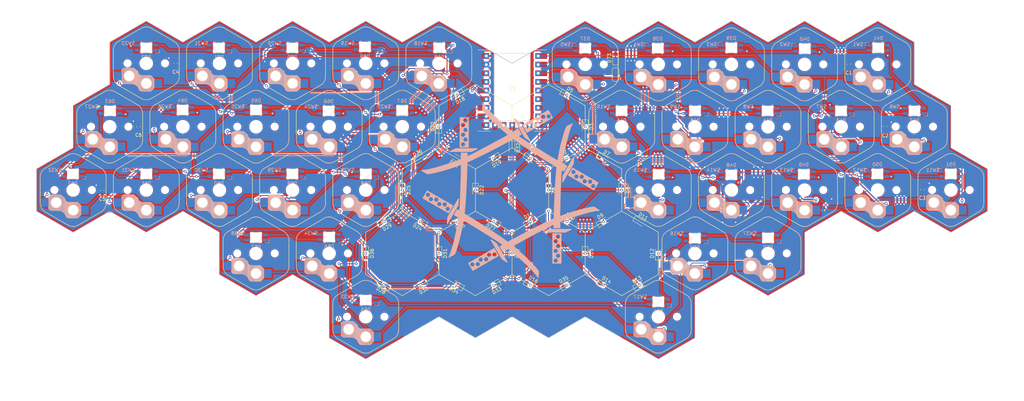
<source format=kicad_pcb>
(kicad_pcb (version 20221018) (generator pcbnew)
  (layers (0 "F.Cu" signal) (31 "B.Cu" signal) (34 "B.Paste" user) (35 "F.Paste" user) (36 "B.SilkS" user "B.Silkscreen") (37 "F.SilkS" user "F.Silkscreen") (38 "B.Mask" user) (39 "F.Mask" user) (44 "Edge.Cuts" user))
  (net 0 "")
  (net 1 "Net-(D35-A)")
  (net 2 "r1")
  (net 3 "Net-(D1-A)")
  (net 4 "r2")
  (net 5 "Net-(D2-A)")
  (net 6 "Net-(D3-A)")
  (net 7 "Net-(D4-A)")
  (net 8 "Net-(D5-A)")
  (net 9 "r3")
  (net 10 "Net-(D6-A)")
  (net 11 "r4")
  (net 12 "Net-(D7-A)")
  (net 13 "Net-(D8-A)")
  (net 14 "Net-(D9-A)")
  (net 15 "Net-(D10-A)")
  (net 16 "r5")
  (net 17 "Net-(D11-A)")
  (net 18 "r6")
  (net 19 "Net-(D12-A)")
  (net 20 "Net-(D13-A)")
  (net 21 "Net-(D14-A)")
  (net 22 "Net-(D15-A)")
  (net 23 "Net-(D16-A)")
  (net 24 "Net-(D17-A)")
  (net 25 "Net-(D18-A)")
  (net 26 "Net-(D19-A)")
  (net 27 "Net-(D20-A)")
  (net 28 "Net-(D21-A)")
  (net 29 "Net-(D22-A)")
  (net 30 "Net-(D23-A)")
  (net 31 "Net-(D24-A)")
  (net 32 "Net-(D25-A)")
  (net 33 "Net-(D26-A)")
  (net 34 "Net-(D27-A)")
  (net 35 "Net-(D28-A)")
  (net 36 "Net-(D29-A)")
  (net 37 "Net-(D30-A)")
  (net 38 "Net-(D31-A)")
  (net 39 "Net-(D32-A)")
  (net 40 "Net-(D33-A)")
  (net 41 "Net-(D34-A)")
  (net 42 "Net-(D36-A)")
  (net 43 "c1")
  (net 44 "c2")
  (net 45 "c3")
  (net 46 "c6")
  (net 47 "c4")
  (net 48 "c5")
  (net 49 "Net-(D37-DOUT)")
  (net 50 "rgb")
  (net 51 "Net-(D38-DOUT)")
  (net 52 "Net-(D39-DOUT)")
  (net 53 "Net-(D40-DOUT)")
  (net 54 "Net-(D41-DOUT)")
  (net 55 "Net-(D42-DOUT)")
  (net 56 "Net-(D43-DOUT)")
  (net 57 "Net-(D44-DOUT)")
  (net 58 "Net-(D45-DOUT)")
  (net 59 "Net-(D46-DOUT)")
  (net 60 "Net-(D47-DOUT)")
  (net 61 "Net-(D48-DOUT)")
  (net 62 "Net-(D49-DOUT)")
  (net 63 "Net-(D50-DOUT)")
  (net 64 "Net-(D51-DOUT)")
  (net 65 "Net-(D52-DOUT)")
  (net 66 "Net-(D53-DOUT)")
  (net 67 "Net-(D54-DOUT)")
  (net 68 "Net-(D55-DOUT)")
  (net 69 "Net-(D56-DOUT)")
  (net 70 "Net-(D57-DOUT)")
  (net 71 "Net-(D58-DOUT)")
  (net 72 "Net-(D59-DOUT)")
  (net 73 "Net-(D60-DOUT)")
  (net 74 "Net-(D61-DOUT)")
  (net 75 "Net-(D62-DOUT)")
  (net 76 "Net-(D63-DOUT)")
  (net 77 "Net-(D64-DOUT)")
  (net 78 "Net-(D65-DOUT)")
  (net 79 "Net-(D66-DOUT)")
  (net 80 "Net-(D67-DOUT)")
  (net 81 "Net-(D68-DOUT)")
  (net 82 "Net-(D69-DOUT)")
  (net 83 "Net-(D70-DOUT)")
  (net 84 "Net-(D71-DOUT)")
  (net 86 "+5V")
  (net 87 "GND")
  (net 90 "Net-(D37-VDD)")
  (net 94 "c3p")
  (net 97 "Net-(D73-K)")
  (footprint "Diode_SMD:D_SOD-323_HandSoldering" (layer "F.Cu") (at 139.75 68.271676 -90)
    (fp_text reference "D32")
    (fp_text value "D")
  )
  (footprint "Diode_SMD:D_SOD-323_HandSoldering" (layer "F.Cu") (at 182.75 99.304256 90)
    (fp_text reference "D12")
    (fp_text value "D")
  )
  (footprint "Diode_SMD:D_SOD-323_HandSoldering" (layer "F.Cu") (at 166.625 71.374934 -30)
    (fp_text reference "D7")
    (fp_text value "D")
  )
  (footprint "Jumper:SolderJumper-3_P1.3mm_Open_RoundedPad1.0x1.5mm" (layer "F.Cu") (at 170.18 46.736 90)
    (fp_text reference "JP1" hide)
    (fp_text value "SolderJumper_3_Open")
  )
  (footprint "Capacitor_SMD:C_0603_1608Metric_Pad1.08x0.95mm_HandSolder" (layer "F.Cu") (at 238.76 43.688 90)
    (fp_text reference "C1")
    (fp_text value "C")
  )
  (footprint "Capacitor_SMD:C_0603_1608Metric_Pad1.08x0.95mm_HandSolder" (layer "F.Cu") (at 249.428 61.976 90)
    (fp_text reference "C2")
    (fp_text value "C")
  )
  (footprint "Diode_SMD:D_SOD-323_HandSoldering" (layer "F.Cu") (at 145.125 71.374934 -30)
    (fp_text reference "D4")
    (fp_text value "D")
  )
  (footprint "Diode_SMD:D_SOD-323_HandSoldering" (layer "F.Cu") (at 96.75 99.304256 -90)
    (fp_text reference "D36")
    (fp_text value "D")
  )
  (footprint "Diode_SMD:D_SOD-323_HandSoldering" (layer "F.Cu") (at 155.875 108.61403 30)
    (fp_text reference "D35")
    (fp_text value "D")
  )
  (footprint "RP2040-Zero:RP2040 Zero" (layer "F.Cu") (at 129.66 64.262)
    (fp_text reference "U2")
    (fp_text value "RP2040-Zero")
    (fp_line (start 4.826 -23.749) (end 4.826 -4.953) (stroke (width 0.12)) (layer "Edge.Cuts"))
    (fp_line (start 5.842 -3.937) (end 14.478 -3.937) (stroke (width 0.12)) (layer "Edge.Cuts"))
    (fp_line (start 15.494 -23.749) (end 4.826 -23.749) (stroke (width 0.12)) (layer "Edge.Cuts"))
    (fp_line (start 15.494 -4.953) (end 15.494 -23.749) (stroke (width 0.12)) (layer "Edge.Cuts"))
    (fp_arc (start 5.842 -3.937) (mid 5.12358 -4.23458) (end 4.826 -4.953) (stroke (width 0.12)) (layer "Edge.Cuts"))
    (fp_arc (start 15.494 -4.953) (mid 15.19642 -4.23458) (end 14.478 -3.937) (stroke (width 0.12)) (layer "Edge.Cuts"))
  )
  (footprint "Capacitor_SMD:C_0603_1608Metric_Pad1.08x0.95mm_HandSolder" (layer "F.Cu") (at 29.972 62.0765 90)
    (fp_text reference "C6")
    (fp_text value "C")
  )
  (footprint "Capacitor_SMD:C_0603_1608Metric_Pad1.08x0.95mm_HandSolder" (layer "F.Cu") (at 19.304 80.772 90)
    (fp_text reference "C5")
    (fp_text value "C")
  )
  (footprint "Diode_SMD:D_SOD-323_HandSoldering" (layer "F.Cu") (at 102.125 108.61403 150)
    (fp_text reference "D28")
    (fp_text value "D")
  )
  (footprint "Capacitor_SMD:C_0603_1608Metric_Pad1.08x0.95mm_HandSolder" (layer "F.Cu") (at 40.894 43.434 90)
    (fp_text reference "C4")
    (fp_text value "C")
  )
  (footprint "Diode_SMD:D_SOD-323_HandSoldering" (layer "F.Cu") (at 102.125 89.994482 -150)
    (fp_text reference "D29")
    (fp_text value "D")
  )
  (footprint "Capacitor_SMD:C_0603_1608Metric_Pad1.08x0.95mm_HandSolder" (layer "F.Cu") (at 260.35 80.518 90)
    (fp_text reference "C3")
    (fp_text value "C")
  )
  (footprint "Diode_SMD:D_SOD-323_HandSoldering" (layer "F.Cu") (at 112.875 89.994482 150)
    (fp_text reference "D24")
    (fp_text value "D")
  )
  (footprint "Diode_SMD:D_SOD-323_HandSoldering" (layer "F.Cu") (at 123.625 89.994482 -150)
    (fp_text reference "D23")
    (fp_text value "D")
  )
  (footprint "Diode_SMD:D_SOD-323_HandSoldering" (layer "F.Cu") (at 129 80.684708 -90)
    (fp_text reference "D22")
    (fp_text value "D")
  )
  (footprint "Diode_SMD:D_SOD-323_HandSoldering" (layer "F.Cu") (at 172 80.684708 -90)
    (fp_text reference "D8")
    (fp_text value "D")
  )
  (footprint "Diode_SMD:D_SOD-323_HandSoldering" (layer "F.Cu") (at 123.625 108.61403 150)
    (fp_text reference "D34")
    (fp_text value "D")
  )
  (footprint "Diode_SMD:D_SOD-323_HandSoldering" (layer "F.Cu") (at 112.875 108.61403 -150)
    (fp_text reference "D30")
    (fp_text value "D")
  )
  (footprint "Diode_SMD:D_SOD-323_HandSoldering" (layer "F.Cu") (at 118.25 61.976 90)
    (fp_text reference "D20")
    (fp_text value "D")
  )
  (footprint "Diode_SMD:D_SOD-323_HandSoldering" (layer "F.Cu") (at 145.125 89.994482 30)
    (fp_text reference "D1")
    (fp_text value "D")
  )
  (footprint "Diode_SMD:D_SOD-323_HandSoldering" (layer "F.Cu") (at 123.625 52.755386 -150)
    (fp_text reference "D18")
    (fp_text value "D")
  )
  (footprint "Diode_SMD:D_SOD-323_HandSoldering" (layer "F.Cu") (at 161.25 62.06516 -90)
    (fp_text reference "D3")
    (fp_text value "D")
  )
  (footprint "Diode_SMD:D_SOD-323_HandSoldering" (layer "F.Cu") (at 123.625 71.374 150)
    (fp_text reference "D21")
    (fp_text value "D")
  )
  (footprint "Diode_SMD:D_SOD-323_HandSoldering" (layer "F.Cu") (at 145.125 108.61403 -30)
    (fp_text reference "D16")
    (fp_text value "D")
  )
  (footprint "Diode_SMD:D_SOD-323_HandSoldering" (layer "F.Cu") (at 155.875 52.755386 -30)
    (fp_text reference "D5")
    (fp_text value "D")
  )
  (footprint "Diode_SMD:D_SOD-323_HandSoldering" (layer "F.Cu") (at 155.956 89.994482 -30)
    (fp_text reference "D10")
    (fp_text value "D")
  )
  (footprint "Diode_SMD:D_SOD-323_HandSoldering" (layer "F.Cu") (at 177.375 108.61403 30)
    (fp_text reference "D13")
    (fp_text value "D")
  )
  (footprint "Diode_SMD:D_SOD-323_HandSoldering" (layer "F.Cu") (at 155.875 71.374 30)
    (fp_text reference "D2")
    (fp_text value "D")
  )
  (footprint "Diode_SMD:D_SOD-323_HandSoldering" (layer "F.Cu") (at 134.375 108.61403 -150)
    (fp_text reference "D33")
    (fp_text value "D")
  )
  (footprint "Diode_SMD:D_SOD-323_HandSoldering" (layer "F.Cu") (at 150.5 80.684708 -90)
    (fp_text reference "D6")
    (fp_text value "D")
  )
  (footprint "Diode_SMD:D_SOD-323_HandSoldering" (layer "F.Cu") (at 112.875 71.374934 30)
    (fp_text reference "D26")
    (fp_text value "D")
  )
  (footprint "Diode_SMD:D_SOD-323_HandSoldering" (layer "F.Cu") (at 107.5 80.684708 -90)
    (fp_text reference "D25")
    (fp_text value "D")
  )
  (footprint "Diode_SMD:D_SOD-323_HandSoldering" (layer "F.Cu") (at 161.25 99.304256 -90)
    (fp_text reference "D15")
    (fp_text value "D")
  )
  (footprint "Diode_SMD:D_SOD-323_HandSoldering" (layer "F.Cu") (at 170.18 41.91 90)
    (fp_text reference "D73")
    (fp_text value "D")
  )
  (footprint "Diode_SMD:D_SOD-323_HandSoldering" (layer "F.Cu") (at 118.25 99.314 -90)
    (fp_text reference "D31")
    (fp_text value "D")
  )
  (footprint "Diode_SMD:D_SOD-323_HandSoldering" (layer "F.Cu") (at 166.625 89.994482 30)
    (fp_text reference "D9")
    (fp_text value "D")
  )
  (footprint "Diode_SMD:D_SOD-323_HandSoldering" (layer "F.Cu") (at 134.375 71.374934 -150)
    (fp_text reference "D19")
    (fp_text value "D")
  )
  (footprint "Diode_SMD:D_SOD-323_HandSoldering" (layer "F.Cu") (at 134.375 89.994482 150)
    (fp_text reference "D27")
    (fp_text value "D")
  )
  (footprint "Diode_SMD:D_SOD-323_HandSoldering" (layer "F.Cu") (at 177.375 89.994482 -30)
    (fp_text reference "D11")
    (fp_text value "D")
  )
  (footprint "Diode_SMD:D_SOD-323_HandSoldering" (layer "F.Cu") (at 139.75 99.304256 -90)
    (fp_text reference "D17")
    (fp_text value "D")
  )
  (footprint "Diode_SMD:D_SOD-323_HandSoldering" (layer "F.Cu") (at 166.625 108.732 -30)
    (fp_text reference "D14")
    (fp_text value "D")
  )
  (footprint "s-ol:PG1350_hotswap" (layer "B.Cu") (at 193.5 99.304256 180)
    (fp_text reference "SW16")
    (fp_text value "SW_Push")
  )
  (footprint "PCM_marbastlib-various:LED_6028R" (layer "B.Cu") (at 75.184 75.946 180)
    (fp_text reference "D59")
    (fp_text value "SK6812MINI")
    (fp_line (start -1.699999 0.702843) (end -1.699999 -0.702841) (stroke (width 0.1)) (layer "Edge.Cuts"))
    (fp_line (start -0.794452 -1.499999) (end 0.794452 -1.499999) (stroke (width 0.1)) (layer "Edge.Cuts"))
    (fp_line (start 0.794452 1.5) (end -0.794453 1.5) (stroke (width 0.1)) (layer "Edge.Cuts"))
    (fp_line (start 1.699999 -0.702841) (end 1.699999 0.702843) (stroke (width 0.1)) (layer "Edge.Cuts"))
    (fp_arc (start -1.749484 -0.919719) (mid -1.712527 -0.814067) (end -1.699999 -0.702841) (stroke (width 0.1)) (layer "Edge.Cuts"))
    (fp_arc (start -1.749484 -0.919718) (mid -1.638072 -1.504034) (end -1.046711 -1.568298) (stroke (width 0.1)) (layer "Edge.Cuts"))
    (fp_arc (start -1.699999 0.702844) (mid -1.712527 0.814069) (end -1.749484 0.919721) (stroke (width 0.1)) (layer "Edge.Cuts"))
    (fp_arc (start -1.046711 1.568299) (mid -1.638071 1.504036) (end -1.749484 0.919721) (stroke (width 0.1)) (layer "Edge.Cuts"))
    (fp_arc (start -1.046711 1.568299) (mid -0.925123 1.517377) (end -0.794453 1.5) (stroke (width 0.1)) (layer "Edge.Cuts"))
    (fp_arc (start -0.794452 -1.499999) (mid -0.925123 -1.517376) (end -1.046711 -1.568298) (stroke (width 0.1)) (layer "Edge.Cuts"))
    (fp_arc (start 0.794453 1.500001) (mid 0.925123 1.517378) (end 1.046711 1.5683) (stroke (width 0.1)) (layer "Edge.Cuts"))
    (fp_arc (start 1.04671 -1.568298) (mid 0.925122 -1.517376) (end 0.794452 -1.499999) (stroke (width 0.1)) (layer "Edge.Cuts"))
    (fp_arc (start 1.046711 -1.568296) (mid 1.63807 -1.504033) (end 1.749484 -0.919719) (stroke (width 0.1)) (layer "Edge.Cuts"))
    (fp_arc (start 1.699999 -0.702842) (mid 1.712536 -0.814064) (end 1.749484 -0.919719) (stroke (width 0.1)) (layer "Edge.Cuts"))
    (fp_arc (start 1.749484 0.919721) (mid 1.638072 1.504036) (end 1.046711 1.5683) (stroke (width 0.1)) (layer "Edge.Cuts"))
    (fp_arc (start 1.749484 0.919721) (mid 1.712526 0.814069) (end 1.699999 0.702843) (stroke (width 0.1)) (layer "Edge.Cuts"))
  )
  (footprint "PCM_marbastlib-various:LED_6028R" (layer "B.Cu") (at 182.852 76.059)
    (fp_text reference "D47")
    (fp_text value "SK6812MINI")
    (fp_line (start -1.699999 0.702843) (end -1.699999 -0.702841) (stroke (width 0.1)) (layer "Edge.Cuts"))
    (fp_line (start -0.794452 -1.499999) (end 0.794452 -1.499999) (stroke (width 0.1)) (layer "Edge.Cuts"))
    (fp_line (start 0.794452 1.5) (end -0.794453 1.5) (stroke (width 0.1)) (layer "Edge.Cuts"))
    (fp_line (start 1.699999 -0.702841) (end 1.699999 0.702843) (stroke (width 0.1)) (layer "Edge.Cuts"))
    (fp_arc (start -1.749484 -0.919719) (mid -1.712527 -0.814067) (end -1.699999 -0.702841) (stroke (width 0.1)) (layer "Edge.Cuts"))
    (fp_arc (start -1.749484 -0.919718) (mid -1.638072 -1.504034) (end -1.046711 -1.568298) (stroke (width 0.1)) (layer "Edge.Cuts"))
    (fp_arc (start -1.699999 0.702844) (mid -1.712527 0.814069) (end -1.749484 0.919721) (stroke (width 0.1)) (layer "Edge.Cuts"))
    (fp_arc (start -1.046711 1.568299) (mid -1.638071 1.504036) (end -1.749484 0.919721) (stroke (width 0.1)) (layer "Edge.Cuts"))
    (fp_arc (start -1.046711 1.568299) (mid -0.925123 1.517377) (end -0.794453 1.5) (stroke (width 0.1)) (layer "Edge.Cuts"))
    (fp_arc (start -0.794452 -1.499999) (mid -0.925123 -1.517376) (end -1.046711 -1.568298) (stroke (width 0.1)) (layer "Edge.Cuts"))
    (fp_arc (start 0.794453 1.500001) (mid 0.925123 1.517378) (end 1.046711 1.5683) (stroke (width 0.1)) (layer "Edge.Cuts"))
    (fp_arc (start 1.04671 -1.568298) (mid 0.925122 -1.517376) (end 0.794452 -1.499999) (stroke (width 0.1)) (layer "Edge.Cuts"))
    (fp_arc (start 1.046711 -1.568296) (mid 1.63807 -1.504033) (end 1.749484 -0.919719) (stroke (width 0.1)) (layer "Edge.Cuts"))
    (fp_arc (start 1.699999 -0.702842) (mid 1.712536 -0.814064) (end 1.749484 -0.919719) (stroke (width 0.1)) (layer "Edge.Cuts"))
    (fp_arc (start 1.749484 0.919721) (mid 1.638072 1.504036) (end 1.046711 1.5683) (stroke (width 0.1)) (layer "Edge.Cuts"))
    (fp_arc (start 1.749484 0.919721) (mid 1.712526 0.814069) (end 1.699999 0.702843) (stroke (width 0.1)) (layer "Edge.Cuts"))
  )
  (footprint "PCM_marbastlib-various:LED_6028R" (layer "B.Cu") (at 10.668 75.946 180)
    (fp_text reference "D62")
    (fp_text value "SK6812MINI")
    (fp_line (start -1.699999 0.702843) (end -1.699999 -0.702841) (stroke (width 0.1)) (layer "Edge.Cuts"))
    (fp_line (start -0.794452 -1.499999) (end 0.794452 -1.499999) (stroke (width 0.1)) (layer "Edge.Cuts"))
    (fp_line (start 0.794452 1.5) (end -0.794453 1.5) (stroke (width 0.1)) (layer "Edge.Cuts"))
    (fp_line (start 1.699999 -0.702841) (end 1.699999 0.702843) (stroke (width 0.1)) (layer "Edge.Cuts"))
    (fp_arc (start -1.749484 -0.919719) (mid -1.712527 -0.814067) (end -1.699999 -0.702841) (stroke (width 0.1)) (layer "Edge.Cuts"))
    (fp_arc (start -1.749484 -0.919718) (mid -1.638072 -1.504034) (end -1.046711 -1.568298) (stroke (width 0.1)) (layer "Edge.Cuts"))
    (fp_arc (start -1.699999 0.702844) (mid -1.712527 0.814069) (end -1.749484 0.919721) (stroke (width 0.1)) (layer "Edge.Cuts"))
    (fp_arc (start -1.046711 1.568299) (mid -1.638071 1.504036) (end -1.749484 0.919721) (stroke (width 0.1)) (layer "Edge.Cuts"))
    (fp_arc (start -1.046711 1.568299) (mid -0.925123 1.517377) (end -0.794453 1.5) (stroke (width 0.1)) (layer "Edge.Cuts"))
    (fp_arc (start -0.794452 -1.499999) (mid -0.925123 -1.517376) (end -1.046711 -1.568298) (stroke (width 0.1)) (layer "Edge.Cuts"))
    (fp_arc (start 0.794453 1.500001) (mid 0.925123 1.517378) (end 1.046711 1.5683) (stroke (width 0.1)) (layer "Edge.Cuts"))
    (fp_arc (start 1.04671 -1.568298) (mid 0.925122 -1.517376) (end 0.794452 -1.499999) (stroke (width 0.1)) (layer "Edge.Cuts"))
    (fp_arc (start 1.046711 -1.568296) (mid 1.63807 -1.504033) (end 1.749484 -0.919719) (stroke (width 0.1)) (layer "Edge.Cuts"))
    (fp_arc (start 1.699999 -0.702842) (mid 1.712536 -0.814064) (end 1.749484 -0.919719) (stroke (width 0.1)) (layer "Edge.Cuts"))
    (fp_arc (start 1.749484 0.919721) (mid 1.638072 1.504036) (end 1.046711 1.5683) (stroke (width 0.1)) (layer "Edge.Cuts"))
    (fp_arc (start 1.749484 0.919721) (mid 1.712526 0.814069) (end 1.699999 0.702843) (stroke (width 0.1)) (layer "Edge.Cuts"))
  )
  (footprint "PCM_marbastlib-various:LED_6028R" (layer "B.Cu") (at 96.75 113.03 180)
    (fp_text reference "D55")
    (fp_text value "SK6812MINI")
    (fp_line (start -1.699999 0.702843) (end -1.699999 -0.702841) (stroke (width 0.1)) (layer "Edge.Cuts"))
    (fp_line (start -0.794452 -1.499999) (end 0.794452 -1.499999) (stroke (width 0.1)) (layer "Edge.Cuts"))
    (fp_line (start 0.794452 1.5) (end -0.794453 1.5) (stroke (width 0.1)) (layer "Edge.Cuts"))
    (fp_line (start 1.699999 -0.702841) (end 1.699999 0.702843) (stroke (width 0.1)) (layer "Edge.Cuts"))
    (fp_arc (start -1.749484 -0.919719) (mid -1.712527 -0.814067) (end -1.699999 -0.702841) (stroke (width 0.1)) (layer "Edge.Cuts"))
    (fp_arc (start -1.749484 -0.919718) (mid -1.638072 -1.504034) (end -1.046711 -1.568298) (stroke (width 0.1)) (layer "Edge.Cuts"))
    (fp_arc (start -1.699999 0.702844) (mid -1.712527 0.814069) (end -1.749484 0.919721) (stroke (width 0.1)) (layer "Edge.Cuts"))
    (fp_arc (start -1.046711 1.568299) (mid -1.638071 1.504036) (end -1.749484 0.919721) (stroke (width 0.1)) (layer "Edge.Cuts"))
    (fp_arc (start -1.046711 1.568299) (mid -0.925123 1.517377) (end -0.794453 1.5) (stroke (width 0.1)) (layer "Edge.Cuts"))
    (fp_arc (start -0.794452 -1.499999) (mid -0.925123 -1.517376) (end -1.046711 -1.568298) (stroke (width 0.1)) (layer "Edge.Cuts"))
    (fp_arc (start 0.794453 1.500001) (mid 0.925123 1.517378) (end 1.046711 1.5683) (stroke (width 0.1)) (layer "Edge.Cuts"))
    (fp_arc (start 1.04671 -1.568298) (mid 0.925122 -1.517376) (end 0.794452 -1.499999) (stroke (width 0.1)) (layer "Edge.Cuts"))
    (fp_arc (start 1.046711 -1.568296) (mid 1.63807 -1.504033) (end 1.749484 -0.919719) (stroke (width 0.1)) (layer "Edge.Cuts"))
    (fp_arc (start 1.699999 -0.702842) (mid 1.712536 -0.814064) (end 1.749484 -0.919719) (stroke (width 0.1)) (layer "Edge.Cuts"))
    (fp_arc (start 1.749484 0.919721) (mid 1.638072 1.504036) (end 1.046711 1.5683) (stroke (width 0.1)) (layer "Edge.Cuts"))
    (fp_arc (start 1.749484 0.919721) (mid 1.712526 0.814069) (end 1.699999 0.702843) (stroke (width 0.1)) (layer "Edge.Cuts"))
  )
  (footprint "PCM_marbastlib-various:LED_6028R" (layer "B.Cu") (at 171.958 57.404 180)
    (fp_text reference "D46")
    (fp_text value "SK6812MINI")
    (fp_line (start -1.699999 0.702843) (end -1.699999 -0.702841) (stroke (width 0.1)) (layer "Edge.Cuts"))
    (fp_line (start -0.794452 -1.499999) (end 0.794452 -1.499999) (stroke (width 0.1)) (layer "Edge.Cuts"))
    (fp_line (start 0.794452 1.5) (end -0.794453 1.5) (stroke (width 0.1)) (layer "Edge.Cuts"))
    (fp_line (start 1.699999 -0.702841) (end 1.699999 0.702843) (stroke (width 0.1)) (layer "Edge.Cuts"))
    (fp_arc (start -1.749484 -0.919719) (mid -1.712527 -0.814067) (end -1.699999 -0.702841) (stroke (width 0.1)) (layer "Edge.Cuts"))
    (fp_arc (start -1.749484 -0.919718) (mid -1.638072 -1.504034) (end -1.046711 -1.568298) (stroke (width 0.1)) (layer "Edge.Cuts"))
    (fp_arc (start -1.699999 0.702844) (mid -1.712527 0.814069) (end -1.749484 0.919721) (stroke (width 0.1)) (layer "Edge.Cuts"))
    (fp_arc (start -1.046711 1.568299) (mid -1.638071 1.504036) (end -1.749484 0.919721) (stroke (width 0.1)) (layer "Edge.Cuts"))
    (fp_arc (start -1.046711 1.568299) (mid -0.925123 1.517377) (end -0.794453 1.5) (stroke (width 0.1)) (layer "Edge.Cuts"))
    (fp_arc (start -0.794452 -1.499999) (mid -0.925123 -1.517376) (end -1.046711 -1.568298) (stroke (width 0.1)) (layer "Edge.Cuts"))
    (fp_arc (start 0.794453 1.500001) (mid 0.925123 1.517378) (end 1.046711 1.5683) (stroke (width 0.1)) (layer "Edge.Cuts"))
    (fp_arc (start 1.04671 -1.568298) (mid 0.925122 -1.517376) (end 0.794452 -1.499999) (stroke (width 0.1)) (layer "Edge.Cuts"))
    (fp_arc (start 1.046711 -1.568296) (mid 1.63807 -1.504033) (end 1.749484 -0.919719) (stroke (width 0.1)) (layer "Edge.Cuts"))
    (fp_arc (start 1.699999 -0.702842) (mid 1.712536 -0.814064) (end 1.749484 -0.919719) (stroke (width 0.1)) (layer "Edge.Cuts"))
    (fp_arc (start 1.749484 0.919721) (mid 1.638072 1.504036) (end 1.046711 1.5683) (stroke (width 0.1)) (layer "Edge.Cuts"))
    (fp_arc (start 1.749484 0.919721) (mid 1.712526 0.814069) (end 1.699999 0.702843) (stroke (width 0.1)) (layer "Edge.Cuts"))
  )
  (footprint "PCM_marbastlib-various:LED_6028R" (layer "B.Cu") (at 85.852 57.404)
    (fp_text reference "D66")
    (fp_text value "SK6812MINI")
    (fp_line (start -1.699999 0.702843) (end -1.699999 -0.702841) (stroke (width 0.1)) (layer "Edge.Cuts"))
    (fp_line (start -0.794452 -1.499999) (end 0.794452 -1.499999) (stroke (width 0.1)) (layer "Edge.Cuts"))
    (fp_line (start 0.794452 1.5) (end -0.794453 1.5) (stroke (width 0.1)) (layer "Edge.Cuts"))
    (fp_line (start 1.699999 -0.702841) (end 1.699999 0.702843) (stroke (width 0.1)) (layer "Edge.Cuts"))
    (fp_arc (start -1.749484 -0.919719) (mid -1.712527 -0.814067) (end -1.699999 -0.702841) (stroke (width 0.1)) (layer "Edge.Cuts"))
    (fp_arc (start -1.749484 -0.919718) (mid -1.638072 -1.504034) (end -1.046711 -1.568298) (stroke (width 0.1)) (layer "Edge.Cuts"))
    (fp_arc (start -1.699999 0.702844) (mid -1.712527 0.814069) (end -1.749484 0.919721) (stroke (width 0.1)) (layer "Edge.Cuts"))
    (fp_arc (start -1.046711 1.568299) (mid -1.638071 1.504036) (end -1.749484 0.919721) (stroke (width 0.1)) (layer "Edge.Cuts"))
    (fp_arc (start -1.046711 1.568299) (mid -0.925123 1.517377) (end -0.794453 1.5) (stroke (width 0.1)) (layer "Edge.Cuts"))
    (fp_arc (start -0.794452 -1.499999) (mid -0.925123 -1.517376) (end -1.046711 -1.568298) (stroke (width 0.1)) (layer "Edge.Cuts"))
    (fp_arc (start 0.794453 1.500001) (mid 0.925123 1.517378) (end 1.046711 1.5683) (stroke (width 0.1)) (layer "Edge.Cuts"))
    (fp_arc (start 1.04671 -1.568298) (mid 0.925122 -1.517376) (end 0.794452 -1.499999) (stroke (width 0.1)) (layer "Edge.Cuts"))
    (fp_arc (start 1.046711 -1.568296) (mid 1.63807 -1.504033) (end 1.749484 -0.919719) (stroke (width 0.1)) (layer "Edge.Cuts"))
    (fp_arc (start 1.699999 -0.702842) (mid 1.712536 -0.814064) (end 1.749484 -0.919719) (stroke (width 0.1)) (layer "Edge.Cuts"))
    (fp_arc (start 1.749484 0.919721) (mid 1.638072 1.504036) (end 1.046711 1.5683) (stroke (width 0.1)) (layer "Edge.Cuts"))
    (fp_arc (start 1.749484 0.919721) (mid 1.712526 0.814069) (end 1.699999 0.702843) (stroke (width 0.1)) (layer "Edge.Cuts"))
  )
  (footprint "s-ol:PG1350_hotswap" (layer "B.Cu") (at 10.75 80.684708 180)
    (fp_text reference "SW32")
    (fp_text value "SW_Push")
  )
  (footprint "PCM_marbastlib-various:LED_6028R" (layer "B.Cu") (at 96.774 75.946 180)
    (fp_text reference "D58")
    (fp_text value "SK6812MINI")
    (fp_line (start -1.699999 0.702843) (end -1.699999 -0.702841) (stroke (width 0.1)) (layer "Edge.Cuts"))
    (fp_line (start -0.794452 -1.499999) (end 0.794452 -1.499999) (stroke (width 0.1)) (layer "Edge.Cuts"))
    (fp_line (start 0.794452 1.5) (end -0.794453 1.5) (stroke (width 0.1)) (layer "Edge.Cuts"))
    (fp_line (start 1.699999 -0.702841) (end 1.699999 0.702843) (stroke (width 0.1)) (layer "Edge.Cuts"))
    (fp_arc (start -1.749484 -0.919719) (mid -1.712527 -0.814067) (end -1.699999 -0.702841) (stroke (width 0.1)) (layer "Edge.Cuts"))
    (fp_arc (start -1.749484 -0.919718) (mid -1.638072 -1.504034) (end -1.046711 -1.568298) (stroke (width 0.1)) (layer "Edge.Cuts"))
    (fp_arc (start -1.699999 0.702844) (mid -1.712527 0.814069) (end -1.749484 0.919721) (stroke (width 0.1)) (layer "Edge.Cuts"))
    (fp_arc (start -1.046711 1.568299) (mid -1.638071 1.504036) (end -1.749484 0.919721) (stroke (width 0.1)) (layer "Edge.Cuts"))
    (fp_arc (start -1.046711 1.568299) (mid -0.925123 1.517377) (end -0.794453 1.5) (stroke (width 0.1)) (layer "Edge.Cuts"))
    (fp_arc (start -0.794452 -1.499999) (mid -0.925123 -1.517376) (end -1.046711 -1.568298) (stroke (width 0.1)) (layer "Edge.Cuts"))
    (fp_arc (start 0.794453 1.500001) (mid 0.925123 1.517378) (end 1.046711 1.5683) (stroke (width 0.1)) (layer "Edge.Cuts"))
    (fp_arc (start 1.04671 -1.568298) (mid 0.925122 -1.517376) (end 0.794452 -1.499999) (stroke (width 0.1)) (layer "Edge.Cuts"))
    (fp_arc (start 1.046711 -1.568296) (mid 1.63807 -1.504033) (end 1.749484 -0.919719) (stroke (width 0.1)) (layer "Edge.Cuts"))
    (fp_arc (start 1.699999 -0.702842) (mid 1.712536 -0.814064) (end 1.749484 -0.919719) (stroke (width 0.1)) (layer "Edge.Cuts"))
    (fp_arc (start 1.749484 0.919721) (mid 1.638072 1.504036) (end 1.046711 1.5683) (stroke (width 0.1)) (layer "Edge.Cuts"))
    (fp_arc (start 1.749484 0.919721) (mid 1.712526 0.814069) (end 1.699999 0.702843) (stroke (width 0.1)) (layer "Edge.Cuts"))
  )
  (footprint "PCM_marbastlib-various:LED_6028R" (layer "B.Cu") (at 247.142 75.946)
    (fp_text reference "D50")
    (fp_text value "SK6812MINI")
    (fp_line (start -1.699999 0.702843) (end -1.699999 -0.702841) (stroke (width 0.1)) (layer "Edge.Cuts"))
    (fp_line (start -0.794452 -1.499999) (end 0.794452 -1.499999) (stroke (width 0.1)) (layer "Edge.Cuts"))
    (fp_line (start 0.794452 1.5) (end -0.794453 1.5) (stroke (width 0.1)) (layer "Edge.Cuts"))
    (fp_line (start 1.699999 -0.702841) (end 1.699999 0.702843) (stroke (width 0.1)) (layer "Edge.Cuts"))
    (fp_arc (start -1.749484 -0.919719) (mid -1.712527 -0.814067) (end -1.699999 -0.702841) (stroke (width 0.1)) (layer "Edge.Cuts"))
    (fp_arc (start -1.749484 -0.919718) (mid -1.638072 -1.504034) (end -1.046711 -1.568298) (stroke (width 0.1)) (layer "Edge.Cuts"))
    (fp_arc (start -1.699999 0.702844) (mid -1.712527 0.814069) (end -1.749484 0.919721) (stroke (width 0.1)) (layer "Edge.Cuts"))
    (fp_arc (start -1.046711 1.568299) (mid -1.638071 1.504036) (end -1.749484 0.919721) (stroke (width 0.1)) (layer "Edge.Cuts"))
    (fp_arc (start -1.046711 1.568299) (mid -0.925123 1.517377) (end -0.794453 1.5) (stroke (width 0.1)) (layer "Edge.Cuts"))
    (fp_arc (start -0.794452 -1.499999) (mid -0.925123 -1.517376) (end -1.046711 -1.568298) (stroke (width 0.1)) (layer "Edge.Cuts"))
    (fp_arc (start 0.794453 1.500001) (mid 0.925123 1.517378) (end 1.046711 1.5683) (stroke (width 0.1)) (layer "Edge.Cuts"))
    (fp_arc (start 1.04671 -1.568298) (mid 0.925122 -1.517376) (end 0.794452 -1.499999) (stroke (width 0.1)) (layer "Edge.Cuts"))
    (fp_arc (start 1.046711 -1.568296) (mid 1.63807 -1.504033) (end 1.749484 -0.919719) (stroke (width 0.1)) (layer "Edge.Cuts"))
    (fp_arc (start 1.699999 -0.702842) (mid 1.712536 -0.814064) (end 1.749484 -0.919719) (stroke (width 0.1)) (layer "Edge.Cuts"))
    (fp_arc (start 1.749484 0.919721) (mid 1.638072 1.504036) (end 1.046711 1.5683) (stroke (width 0.1)) (layer "Edge.Cuts"))
    (fp_arc (start 1.749484 0.919721) (mid 1.712526 0.814069) (end 1.699999 0.702843) (stroke (width 0.1)) (layer "Edge.Cuts"))
  )
  (footprint "PCM_marbastlib-various:LED_6028R" (layer "B.Cu") (at 204.216 76.2)
    (fp_text reference "D48")
    (fp_text value "SK6812MINI")
    (fp_line (start -1.699999 0.702843) (end -1.699999 -0.702841) (stroke (width 0.1)) (layer "Edge.Cuts"))
    (fp_line (start -0.794452 -1.499999) (end 0.794452 -1.499999) (stroke (width 0.1)) (layer "Edge.Cuts"))
    (fp_line (start 0.794452 1.5) (end -0.794453 1.5) (stroke (width 0.1)) (layer "Edge.Cuts"))
    (fp_line (start 1.699999 -0.702841) (end 1.699999 0.702843) (stroke (width 0.1)) (layer "Edge.Cuts"))
    (fp_arc (start -1.749484 -0.919719) (mid -1.712527 -0.814067) (end -1.699999 -0.702841) (stroke (width 0.1)) (layer "Edge.Cuts"))
    (fp_arc (start -1.749484 -0.919718) (mid -1.638072 -1.504034) (end -1.046711 -1.568298) (stroke (width 0.1)) (layer "Edge.Cuts"))
    (fp_arc (start -1.699999 0.702844) (mid -1.712527 0.814069) (end -1.749484 0.919721) (stroke (width 0.1)) (layer "Edge.Cuts"))
    (fp_arc (start -1.046711 1.568299) (mid -1.638071 1.504036) (end -1.749484 0.919721) (stroke (width 0.1)) (layer "Edge.Cuts"))
    (fp_arc (start -1.046711 1.568299) (mid -0.925123 1.517377) (end -0.794453 1.5) (stroke (width 0.1)) (layer "Edge.Cuts"))
    (fp_arc (start -0.794452 -1.499999) (mid -0.925123 -1.517376) (end -1.046711 -1.568298) (stroke (width 0.1)) (layer "Edge.Cuts"))
    (fp_arc (start 0.794453 1.500001) (mid 0.925123 1.517378) (end 1.046711 1.5683) (stroke (width 0.1)) (layer "Edge.Cuts"))
    (fp_arc (start 1.04671 -1.568298) (mid 0.925122 -1.517376) (end 0.794452 -1.499999) (stroke (width 0.1)) (layer "Edge.Cuts"))
    (fp_arc (start 1.046711 -1.568296) (mid 1.63807 -1.504033) (end 1.749484 -0.919719) (stroke (width 0.1)) (layer "Edge.Cuts"))
    (fp_arc (start 1.699999 -0.702842) (mid 1.712536 -0.814064) (end 1.749484 -0.919719) (stroke (width 0.1)) (layer "Edge.Cuts"))
    (fp_arc (start 1.749484 0.919721) (mid 1.638072 1.504036) (end 1.046711 1.5683) (stroke (width 0.1)) (layer "Edge.Cuts"))
    (fp_arc (start 1.749484 0.919721) (mid 1.712526 0.814069) (end 1.699999 0.702843) (stroke (width 0.1)) (layer "Edge.Cuts"))
  )
  (footprint "s-ol:PG1350_hotswap" (layer "B.Cu") (at 96.75 117.923804 180)
    (fp_text reference "SW33")
    (fp_text value "SW_Push")
  )
  (footprint "PCM_marbastlib-various:LED_6028R" (layer "B.Cu") (at 107.47 57.291)
    (fp_text reference "D67")
    (fp_text value "SK6812MINI")
    (fp_line (start -1.699999 0.702843) (end -1.699999 -0.702841) (stroke (width 0.1)) (layer "Edge.Cuts"))
    (fp_line (start -0.794452 -1.499999) (end 0.794452 -1.499999) (stroke (width 0.1)) (layer "Edge.Cuts"))
    (fp_line (start 0.794452 1.5) (end -0.794453 1.5) (stroke (width 0.1)) (layer "Edge.Cuts"))
    (fp_line (start 1.699999 -0.702841) (end 1.699999 0.702843) (stroke (width 0.1)) (layer "Edge.Cuts"))
    (fp_arc (start -1.749484 -0.919719) (mid -1.712527 -0.814067) (end -1.699999 -0.702841) (stroke (width 0.1)) (layer "Edge.Cuts"))
    (fp_arc (start -1.749484 -0.919718) (mid -1.638072 -1.504034) (end -1.046711 -1.568298) (stroke (width 0.1)) (layer "Edge.Cuts"))
    (fp_arc (start -1.699999 0.702844) (mid -1.712527 0.814069) (end -1.749484 0.919721) (stroke (width 0.1)) (layer "Edge.Cuts"))
    (fp_arc (start -1.046711 1.568299) (mid -1.638071 1.504036) (end -1.749484 0.919721) (stroke (width 0.1)) (layer "Edge.Cuts"))
    (fp_arc (start -1.046711 1.568299) (mid -0.925123 1.517377) (end -0.794453 1.5) (stroke (width 0.1)) (layer "Edge.Cuts"))
    (fp_arc (start -0.794452 -1.499999) (mid -0.925123 -1.517376) (end -1.046711 -1.568298) (stroke (width 0.1)) (layer "Edge.Cuts"))
    (fp_arc (start 0.794453 1.500001) (mid 0.925123 1.517378) (end 1.046711 1.5683) (stroke (width 0.1)) (layer "Edge.Cuts"))
    (fp_arc (start 1.04671 -1.568298) (mid 0.925122 -1.517376) (end 0.794452 -1.499999) (stroke (width 0.1)) (layer "Edge.Cuts"))
    (fp_arc (start 1.046711 -1.568296) (mid 1.63807 -1.504033) (end 1.749484 -0.919719) (stroke (width 0.1)) (layer "Edge.Cuts"))
    (fp_arc (start 1.699999 -0.702842) (mid 1.712536 -0.814064) (end 1.749484 -0.919719) (stroke (width 0.1)) (layer "Edge.Cuts"))
    (fp_arc (start 1.749484 0.919721) (mid 1.638072 1.504036) (end 1.046711 1.5683) (stroke (width 0.1)) (layer "Edge.Cuts"))
    (fp_arc (start 1.749484 0.919721) (mid 1.712526 0.814069) (end 1.699999 0.702843) (stroke (width 0.1)) (layer "Edge.Cuts"))
  )
  (footprint "PCM_marbastlib-various:LED_6028R" (layer "B.Cu") (at 204.216 38.862)
    (fp_text reference "D39")
    (fp_text value "SK6812MINI")
    (fp_line (start -1.699999 0.702843) (end -1.699999 -0.702841) (stroke (width 0.1)) (layer "Edge.Cuts"))
    (fp_line (start -0.794452 -1.499999) (end 0.794452 -1.499999) (stroke (width 0.1)) (layer "Edge.Cuts"))
    (fp_line (start 0.794452 1.5) (end -0.794453 1.5) (stroke (width 0.1)) (layer "Edge.Cuts"))
    (fp_line (start 1.699999 -0.702841) (end 1.699999 0.702843) (stroke (width 0.1)) (layer "Edge.Cuts"))
    (fp_arc (start -1.749484 -0.919719) (mid -1.712527 -0.814067) (end -1.699999 -0.702841) (stroke (width 0.1)) (layer "Edge.Cuts"))
    (fp_arc (start -1.749484 -0.919718) (mid -1.638072 -1.504034) (end -1.046711 -1.568298) (stroke (width 0.1)) (layer "Edge.Cuts"))
    (fp_arc (start -1.699999 0.702844) (mid -1.712527 0.814069) (end -1.749484 0.919721) (stroke (width 0.1)) (layer "Edge.Cuts"))
    (fp_arc (start -1.046711 1.568299) (mid -1.638071 1.504036) (end -1.749484 0.919721) (stroke (width 0.1)) (layer "Edge.Cuts"))
    (fp_arc (start -1.046711 1.568299) (mid -0.925123 1.517377) (end -0.794453 1.5) (stroke (width 0.1)) (layer "Edge.Cuts"))
    (fp_arc (start -0.794452 -1.499999) (mid -0.925123 -1.517376) (end -1.046711 -1.568298) (stroke (width 0.1)) (layer "Edge.Cuts"))
    (fp_arc (start 0.794453 1.500001) (mid 0.925123 1.517378) (end 1.046711 1.5683) (stroke (width 0.1)) (layer "Edge.Cuts"))
    (fp_arc (start 1.04671 -1.568298) (mid 0.925122 -1.517376) (end 0.794452 -1.499999) (stroke (width 0.1)) (layer "Edge.Cuts"))
    (fp_arc (start 1.046711 -1.568296) (mid 1.63807 -1.504033) (end 1.749484 -0.919719) (stroke (width 0.1)) (layer "Edge.Cuts"))
    (fp_arc (start 1.699999 -0.702842) (mid 1.712536 -0.814064) (end 1.749484 -0.919719) (stroke (width 0.1)) (layer "Edge.Cuts"))
    (fp_arc (start 1.749484 0.919721) (mid 1.638072 1.504036) (end 1.046711 1.5683) (stroke (width 0.1)) (layer "Edge.Cuts"))
    (fp_arc (start 1.749484 0.919721) (mid 1.712526 0.814069) (end 1.699999 0.702843) (stroke (width 0.1)) (layer "Edge.Cuts"))
  )
  (footprint "PCM_marbastlib-various:LED_6028R" (layer "B.Cu") (at 161.262 39.003)
    (fp_text reference "D37")
    (fp_text value "SK6812MINI")
    (fp_line (start -1.699999 0.702843) (end -1.699999 -0.702841) (stroke (width 0.1)) (layer "Edge.Cuts"))
    (fp_line (start -0.794452 -1.499999) (end 0.794452 -1.499999) (stroke (width 0.1)) (layer "Edge.Cuts"))
    (fp_line (start 0.794452 1.5) (end -0.794453 1.5) (stroke (width 0.1)) (layer "Edge.Cuts"))
    (fp_line (start 1.699999 -0.702841) (end 1.699999 0.702843) (stroke (width 0.1)) (layer "Edge.Cuts"))
    (fp_arc (start -1.749484 -0.919719) (mid -1.712527 -0.814067) (end -1.699999 -0.702841) (stroke (width 0.1)) (layer "Edge.Cuts"))
    (fp_arc (start -1.749484 -0.919718) (mid -1.638072 -1.504034) (end -1.046711 -1.568298) (stroke (width 0.1)) (layer "Edge.Cuts"))
    (fp_arc (start -1.699999 0.702844) (mid -1.712527 0.814069) (end -1.749484 0.919721) (stroke (width 0.1)) (layer "Edge.Cuts"))
    (fp_arc (start -1.046711 1.568299) (mid -1.638071 1.504036) (end -1.749484 0.919721) (stroke (width 0.1)) (layer "Edge.Cuts"))
    (fp_arc (start -1.046711 1.568299) (mid -0.925123 1.517377) (end -0.794453 1.5) (stroke (width 0.1)) (layer "Edge.Cuts"))
    (fp_arc (start -0.794452 -1.499999) (mid -0.925123 -1.517376) (end -1.046711 -1.568298) (stroke (width 0.1)) (layer "Edge.Cuts"))
    (fp_arc (start 0.794453 1.500001) (mid 0.925123 1.517378) (end 1.046711 1.5683) (stroke (width 0.1)) (layer "Edge.Cuts"))
    (fp_arc (start 1.04671 -1.568298) (mid 0.925122 -1.517376) (end 0.794452 -1.499999) (stroke (width 0.1)) (layer "Edge.Cuts"))
    (fp_arc (start 1.046711 -1.568296) (mid 1.63807 -1.504033) (end 1.749484 -0.919719) (stroke (width 0.1)) (layer "Edge.Cuts"))
    (fp_arc (start 1.699999 -0.702842) (mid 1.712536 -0.814064) (end 1.749484 -0.919719) (stroke (width 0.1)) (layer "Edge.Cuts"))
    (fp_arc (start 1.749484 0.919721) (mid 1.638072 1.504036) (end 1.046711 1.5683) (stroke (width 0.1)) (layer "Edge.Cuts"))
    (fp_arc (start 1.749484 0.919721) (mid 1.712526 0.814069) (end 1.699999 0.702843) (stroke (width 0.1)) (layer "Edge.Cuts"))
  )
  (footprint "PCM_marbastlib-various:LED_6028R" (layer "B.Cu") (at 32.258 75.946 180)
    (fp_text reference "D61")
    (fp_text value "SK6812MINI")
    (fp_line (start -1.699999 0.702843) (end -1.699999 -0.702841) (stroke (width 0.1)) (layer "Edge.Cuts"))
    (fp_line (start -0.794452 -1.499999) (end 0.794452 -1.499999) (stroke (width 0.1)) (layer "Edge.Cuts"))
    (fp_line (start 0.794452 1.5) (end -0.794453 1.5) (stroke (width 0.1)) (layer "Edge.Cuts"))
    (fp_line (start 1.699999 -0.702841) (end 1.699999 0.702843) (stroke (width 0.1)) (layer "Edge.Cuts"))
    (fp_arc (start -1.749484 -0.919719) (mid -1.712527 -0.814067) (end -1.699999 -0.702841) (stroke (width 0.1)) (layer "Edge.Cuts"))
    (fp_arc (start -1.749484 -0.919718) (mid -1.638072 -1.504034) (end -1.046711 -1.568298) (stroke (width 0.1)) (layer "Edge.Cuts"))
    (fp_arc (start -1.699999 0.702844) (mid -1.712527 0.814069) (end -1.749484 0.919721) (stroke (width 0.1)) (layer "Edge.Cuts"))
    (fp_arc (start -1.046711 1.568299) (mid -1.638071 1.504036) (end -1.749484 0.919721) (stroke (width 0.1)) (layer "Edge.Cuts"))
    (fp_arc (start -1.046711 1.568299) (mid -0.925123 1.517377) (end -0.794453 1.5) (stroke (width 0.1)) (layer "Edge.Cuts"))
    (fp_arc (start -0.794452 -1.499999) (mid -0.925123 -1.517376) (end -1.046711 -1.568298) (stroke (width 0.1)) (layer "Edge.Cuts"))
    (fp_arc (start 0.794453 1.500001) (mid 0.925123 1.517378) (end 1.046711 1.5683) (stroke (width 0.1)) (layer "Edge.Cuts"))
    (fp_arc (start 1.04671 -1.568298) (mid 0.925122 -1.517376) (end 0.794452 -1.499999) (stroke (width 0.1)) (layer "Edge.Cuts"))
    (fp_arc (start 1.046711 -1.568296) (mid 1.63807 -1.504033) (end 1.749484 -0.919719) (stroke (width 0.1)) (layer "Edge.Cuts"))
    (fp_arc (start 1.699999 -0.702842) (mid 1.712536 -0.814064) (end 1.749484 -0.919719) (stroke (width 0.1)) (layer "Edge.Cuts"))
    (fp_arc (start 1.749484 0.919721) (mid 1.638072 1.504036) (end 1.046711 1.5683) (stroke (width 0.1)) (layer "Edge.Cuts"))
    (fp_arc (start 1.749484 0.919721) (mid 1.712526 0.814069) (end 1.699999 0.702843) (stroke (width 0.1)) (layer "Edge.Cuts"))
  )
  (footprint "s-ol:PG1350_hotswap" (layer "B.Cu") (at 43 62.06516 180)
    (fp_text reference "SW26")
    (fp_text value "SW_Push")
  )
  (footprint "s-ol:PG1350_hotswap" (layer "B.Cu") (at 193.5 62.06516 180)
    (fp_text reference "SW9")
    (fp_text value "SW_Push")
  )
  (footprint "s-ol:PG1350_hotswap" (layer "B.Cu") (at 107.5 62.06516 180)
    (fp_text reference "SW23")
    (fp_text value "SW_Push")
  )
  (footprint "s-ol:PG1350_hotswap" (layer "B.Cu") (at 204.25 43.752128 180)
    (fp_text reference "SW3")
    (fp_text value "SW_Push")
  )
  (footprint "s-ol:PG1350_hotswap" (layer "B.Cu") (at 215 62.06516 180)
    (fp_text reference "SW8")
    (fp_text value "SW_Push")
  )
  (footprint "PCM_marbastlib-various:LED_6028R" (layer "B.Cu") (at 236.474 57.404 180)
    (fp_text reference "D43")
    (fp_text value "SK6812MINI")
    (fp_line (start -1.699999 0.702843) (end -1.699999 -0.702841) (stroke (width 0.1)) (layer "Edge.Cuts"))
    (fp_line (start -0.794452 -1.499999) (end 0.794452 -1.499999) (stroke (width 0.1)) (layer "Edge.Cuts"))
    (fp_line (start 0.794452 1.5) (end -0.794453 1.5) (stroke (width 0.1)) (layer "Edge.Cuts"))
    (fp_line (start 1.699999 -0.702841) (end 1.699999 0.702843) (stroke (width 0.1)) (layer "Edge.Cuts"))
    (fp_arc (start -1.749484 -0.919719) (mid -1.712527 -0.814067) (end -1.699999 -0.702841) (stroke (width 0.1)) (layer "Edge.Cuts"))
    (fp_arc (start -1.749484 -0.919718) (mid -1.638072 -1.504034) (end -1.046711 -1.568298) (stroke (width 0.1)) (layer "Edge.Cuts"))
    (fp_arc (start -1.699999 0.702844) (mid -1.712527 0.814069) (end -1.749484 0.919721) (stroke (width 0.1)) (layer "Edge.Cuts"))
    (fp_arc (start -1.046711 1.568299) (mid -1.638071 1.504036) (end -1.749484 0.919721) (stroke (width 0.1)) (layer "Edge.Cuts"))
    (fp_arc (start -1.046711 1.568299) (mid -0.925123 1.517377) (end -0.794453 1.5) (stroke (width 0.1)) (layer "Edge.Cuts"))
    (fp_arc (start -0.794452 -1.499999) (mid -0.925123 -1.517376) (end -1.046711 -1.568298) (stroke (width 0.1)) (layer "Edge.Cuts"))
    (fp_arc (start 0.794453 1.500001) (mid 0.925123 1.517378) (end 1.046711 1.5683) (stroke (width 0.1)) (layer "Edge.Cuts"))
    (fp_arc (start 1.04671 -1.568298) (mid 0.925122 -1.517376) (end 0.794452 -1.499999) (stroke (width 0.1)) (layer "Edge.Cuts"))
    (fp_arc (start 1.046711 -1.568296) (mid 1.63807 -1.504033) (end 1.749484 -0.919719) (stroke (width 0.1)) (layer "Edge.Cuts"))
    (fp_arc (start 1.699999 -0.702842) (mid 1.712536 -0.814064) (end 1.749484 -0.919719) (stroke (width 0.1)) (layer "Edge.Cuts"))
    (fp_arc (start 1.749484 0.919721) (mid 1.638072 1.504036) (end 1.046711 1.5683) (stroke (width 0.1)) (layer "Edge.Cuts"))
    (fp_arc (start 1.749484 0.919721) (mid 1.712526 0.814069) (end 1.699999 0.702843) (stroke (width 0.1)) (layer "Edge.Cuts"))
  )
  (footprint "PCM_marbastlib-various:LED_6028R" (layer "B.Cu") (at 193.5 94.855 180)
    (fp_text reference "D53")
    (fp_text value "SK6812MINI")
    (fp_line (start -1.699999 0.702843) (end -1.699999 -0.702841) (stroke (width 0.1)) (layer "Edge.Cuts"))
    (fp_line (start -0.794452 -1.499999) (end 0.794452 -1.499999) (stroke (width 0.1)) (layer "Edge.Cuts"))
    (fp_line (start 0.794452 1.5) (end -0.794453 1.5) (stroke (width 0.1)) (layer "Edge.Cuts"))
    (fp_line (start 1.699999 -0.702841) (end 1.699999 0.702843) (stroke (width 0.1)) (layer "Edge.Cuts"))
    (fp_arc (start -1.749484 -0.919719) (mid -1.712527 -0.814067) (end -1.699999 -0.702841) (stroke (width 0.1)) (layer "Edge.Cuts"))
    (fp_arc (start -1.749484 -0.919718) (mid -1.638072 -1.504034) (end -1.046711 -1.568298) (stroke (width 0.1)) (layer "Edge.Cuts"))
    (fp_arc (start -1.699999 0.702844) (mid -1.712527 0.814069) (end -1.749484 0.919721) (stroke (width 0.1)) (layer "Edge.Cuts"))
    (fp_arc (start -1.046711 1.568299) (mid -1.638071 1.504036) (end -1.749484 0.919721) (stroke (width 0.1)) (layer "Edge.Cuts"))
    (fp_arc (start -1.046711 1.568299) (mid -0.925123 1.517377) (end -0.794453 1.5) (stroke (width 0.1)) (layer "Edge.Cuts"))
    (fp_arc (start -0.794452 -1.499999) (mid -0.925123 -1.517376) (end -1.046711 -1.568298) (stroke (width 0.1)) (layer "Edge.Cuts"))
    (fp_arc (start 0.794453 1.500001) (mid 0.925123 1.517378) (end 1.046711 1.5683) (stroke (width 0.1)) (layer "Edge.Cuts"))
    (fp_arc (start 1.04671 -1.568298) (mid 0.925122 -1.517376) (end 0.794452 -1.499999) (stroke (width 0.1)) (layer "Edge.Cuts"))
    (fp_arc (start 1.046711 -1.568296) (mid 1.63807 -1.504033) (end 1.749484 -0.919719) (stroke (width 0.1)) (layer "Edge.Cuts"))
    (fp_arc (start 1.699999 -0.702842) (mid 1.712536 -0.814064) (end 1.749484 -0.919719) (stroke (width 0.1)) (layer "Edge.Cuts"))
    (fp_arc (start 1.749484 0.919721) (mid 1.638072 1.504036) (end 1.046711 1.5683) (stroke (width 0.1)) (layer "Edge.Cuts"))
    (fp_arc (start 1.749484 0.919721) (mid 1.712526 0.814069) (end 1.699999 0.702843) (stroke (width 0.1)) (layer "Edge.Cuts"))
  )
  (footprint "PCM_marbastlib-various:LED_6028R" (layer "B.Cu") (at 225.806 39.116)
    (fp_text reference "D40")
    (fp_text value "SK6812MINI")
    (fp_line (start -1.699999 0.702843) (end -1.699999 -0.702841) (stroke (width 0.1)) (layer "Edge.Cuts"))
    (fp_line (start -0.794452 -1.499999) (end 0.794452 -1.499999) (stroke (width 0.1)) (layer "Edge.Cuts"))
    (fp_line (start 0.794452 1.5) (end -0.794453 1.5) (stroke (width 0.1)) (layer "Edge.Cuts"))
    (fp_line (start 1.699999 -0.702841) (end 1.699999 0.702843) (stroke (width 0.1)) (layer "Edge.Cuts"))
    (fp_arc (start -1.749484 -0.919719) (mid -1.712527 -0.814067) (end -1.699999 -0.702841) (stroke (width 0.1)) (layer "Edge.Cuts"))
    (fp_arc (start -1.749484 -0.919718) (mid -1.638072 -1.504034) (end -1.046711 -1.568298) (stroke (width 0.1)) (layer "Edge.Cuts"))
    (fp_arc (start -1.699999 0.702844) (mid -1.712527 0.814069) (end -1.749484 0.919721) (stroke (width 0.1)) (layer "Edge.Cuts"))
    (fp_arc (start -1.046711 1.568299) (mid -1.638071 1.504036) (end -1.749484 0.919721) (stroke (width 0.1)) (layer "Edge.Cuts"))
    (fp_arc (start -1.046711 1.568299) (mid -0.925123 1.517377) (end -0.794453 1.5) (stroke (width 0.1)) (layer "Edge.Cuts"))
    (fp_arc (start -0.794452 -1.499999) (mid -0.925123 -1.517376) (end -1.046711 -1.568298) (stroke (width 0.1)) (layer "Edge.Cuts"))
    (fp_arc (start 0.794453 1.500001) (mid 0.925123 1.517378) (end 1.046711 1.5683) (stroke (width 0.1)) (layer "Edge.Cuts"))
    (fp_arc (start 1.04671 -1.568298) (mid 0.925122 -1.517376) (end 0.794452 -1.499999) (stroke (width 0.1)) (layer "Edge.Cuts"))
    (fp_arc (start 1.046711 -1.568296) (mid 1.63807 -1.504033) (end 1.749484 -0.919719) (stroke (width 0.1)) (layer "Edge.Cuts"))
    (fp_arc (start 1.699999 -0.702842) (mid 1.712536 -0.814064) (end 1.749484 -0.919719) (stroke (width 0.1)) (layer "Edge.Cuts"))
    (fp_arc (start 1.749484 0.919721) (mid 1.638072 1.504036) (end 1.046711 1.5683) (stroke (width 0.1)) (layer "Edge.Cuts"))
    (fp_arc (start 1.749484 0.919721) (mid 1.712526 0.814069) (end 1.699999 0.702843) (stroke (width 0.1)) (layer "Edge.Cuts"))
  )
  (footprint "s-ol:PG1350_hotswap" (layer "B.Cu") (at 236.5 62.06516 180)
    (fp_text reference "SW7")
    (fp_text value "SW_Push")
  )
  (footprint "PCM_marbastlib-various:LED_6028R" (layer "B.Cu") (at 21.59 57.404)
    (fp_text reference "D63")
    (fp_text value "SK6812MINI")
    (fp_line (start -1.699999 0.702843) (end -1.699999 -0.702841) (stroke (width 0.1)) (layer "Edge.Cuts"))
    (fp_line (start -0.794452 -1.499999) (end 0.794452 -1.499999) (stroke (width 0.1)) (layer "Edge.Cuts"))
    (fp_line (start 0.794452 1.5) (end -0.794453 1.5) (stroke (width 0.1)) (layer "Edge.Cuts"))
    (fp_line (start 1.699999 -0.702841) (end 1.699999 0.702843) (stroke (width 0.1)) (layer "Edge.Cuts"))
    (fp_arc (start -1.749484 -0.919719) (mid -1.712527 -0.814067) (end -1.699999 -0.702841) (stroke (width 0.1)) (layer "Edge.Cuts"))
    (fp_arc (start -1.749484 -0.919718) (mid -1.638072 -1.504034) (end -1.046711 -1.568298) (stroke (width 0.1)) (layer "Edge.Cuts"))
    (fp_arc (start -1.699999 0.702844) (mid -1.712527 0.814069) (end -1.749484 0.919721) (stroke (width 0.1)) (layer "Edge.Cuts"))
    (fp_arc (start -1.046711 1.568299) (mid -1.638071 1.504036) (end -1.749484 0.919721) (stroke (width 0.1)) (layer "Edge.Cuts"))
    (fp_arc (start -1.046711 1.568299) (mid -0.925123 1.517377) (end -0.794453 1.5) (stroke (width 0.1)) (layer "Edge.Cuts"))
    (fp_arc (start -0.794452 -1.499999) (mid -0.925123 -1.517376) (end -1.046711 -1.568298) (stroke (width 0.1)) (layer "Edge.Cuts"))
    (fp_arc (start 0.794453 1.500001) (mid 0.925123 1.517378) (end 1.046711 1.5683) (stroke (width 0.1)) (layer "Edge.Cuts"))
    (fp_arc (start 1.04671 -1.568298) (mid 0.925122 -1.517376) (end 0.794452 -1.499999) (stroke (width 0.1)) (layer "Edge.Cuts"))
    (fp_arc (start 1.046711 -1.568296) (mid 1.63807 -1.504033) (end 1.749484 -0.919719) (stroke (width 0.1)) (layer "Edge.Cuts"))
    (fp_arc (start 1.699999 -0.702842) (mid 1.712536 -0.814064) (end 1.749484 -0.919719) (stroke (width 0.1)) (layer "Edge.Cuts"))
    (fp_arc (start 1.749484 0.919721) (mid 1.638072 1.504036) (end 1.046711 1.5683) (stroke (width 0.1)) (layer "Edge.Cuts"))
    (fp_arc (start 1.749484 0.919721) (mid 1.712526 0.814069) (end 1.699999 0.702843) (stroke (width 0.1)) (layer "Edge.Cuts"))
  )
  (footprint "s-ol:PG1350_hotswap" (layer "B.Cu") (at 75.25 43.445612 180)
    (fp_text reference "SW20")
    (fp_text value "SW_Push")
  )
  (footprint "PCM_marbastlib-various:LED_6028R" (layer "B.Cu") (at 182.75 113.538 180)
    (fp_text reference "D54")
    (fp_text value "SK6812MINI")
    (fp_line (start -1.699999 0.702843) (end -1.699999 -0.702841) (stroke (width 0.1)) (layer "Edge.Cuts"))
    (fp_line (start -0.794452 -1.499999) (end 0.794452 -1.499999) (stroke (width 0.1)) (layer "Edge.Cuts"))
    (fp_line (start 0.794452 1.5) (end -0.794453 1.5) (stroke (width 0.1)) (layer "Edge.Cuts"))
    (fp_line (start 1.699999 -0.702841) (end 1.699999 0.702843) (stroke (width 0.1)) (layer "Edge.Cuts"))
    (fp_arc (start -1.749484 -0.919719) (mid -1.712527 -0.814067) (end -1.699999 -0.702841) (stroke (width 0.1)) (layer "Edge.Cuts"))
    (fp_arc (start -1.749484 -0.919718) (mid -1.638072 -1.504034) (end -1.046711 -1.568298) (stroke (width 0.1)) (layer "Edge.Cuts"))
    (fp_arc (start -1.699999 0.702844) (mid -1.712527 0.814069) (end -1.749484 0.919721) (stroke (width 0.1)) (layer "Edge.Cuts"))
    (fp_arc (start -1.046711 1.568299) (mid -1.638071 1.504036) (end -1.749484 0.919721) (stroke (width 0.1)) (layer "Edge.Cuts"))
    (fp_arc (start -1.046711 1.568299) (mid -0.925123 1.517377) (end -0.794453 1.5) (stroke (width 0.1)) (layer "Edge.Cuts"))
    (fp_arc (start -0.794452 -1.499999) (mid -0.925123 -1.517376) (end -1.046711 -1.568298) (stroke (width 0.1)) (layer "Edge.Cuts"))
    (fp_arc (start 0.794453 1.500001) (mid 0.925123 1.517378) (end 1.046711 1.5683) (stroke (width 0.1)) (layer "Edge.Cuts"))
    (fp_arc (start 1.04671 -1.568298) (mid 0.925122 -1.517376) (end 0.794452 -1.499999) (stroke (width 0.1)) (layer "Edge.Cuts"))
    (fp_arc (start 1.046711 -1.568296) (mid 1.63807 -1.504033) (end 1.749484 -0.919719) (stroke (width 0.1)) (layer "Edge.Cuts"))
    (fp_arc (start 1.699999 -0.702842) (mid 1.712536 -0.814064) (end 1.749484 -0.919719) (stroke (width 0.1)) (layer "Edge.Cuts"))
    (fp_arc (start 1.749484 0.919721) (mid 1.638072 1.504036) (end 1.046711 1.5683) (stroke (width 0.1)) (layer "Edge.Cuts"))
    (fp_arc (start 1.749484 0.919721) (mid 1.712526 0.814069) (end 1.699999 0.702843) (stroke (width 0.1)) (layer "Edge.Cuts"))
  )
  (footprint "s-ol:PG1350_hotswap" (layer "B.Cu") (at 215 99.304256 180)
    (fp_text reference "SW37")
    (fp_text value "SW_Push")
  )
  (footprint "PCM_marbastlib-various:LED_6028R" (layer "B.Cu") (at 86 94.488 180)
    (fp_text reference "D56")
    (fp_text value "SK6812MINI")
    (fp_line (start -1.699999 0.702843) (end -1.699999 -0.702841) (stroke (width 0.1)) (layer "Edge.Cuts"))
    (fp_line (start -0.794452 -1.499999) (end 0.794452 -1.499999) (stroke (width 0.1)) (layer "Edge.Cuts"))
    (fp_line (start 0.794452 1.5) (end -0.794453 1.5) (stroke (width 0.1)) (layer "Edge.Cuts"))
    (fp_line (start 1.699999 -0.702841) (end 1.699999 0.702843) (stroke (width 0.1)) (layer "Edge.Cuts"))
    (fp_arc (start -1.749484 -0.919719) (mid -1.712527 -0.814067) (end -1.699999 -0.702841) (stroke (width 0.1)) (layer "Edge.Cuts"))
    (fp_arc (start -1.749484 -0.919718) (mid -1.638072 -1.504034) (end -1.046711 -1.568298) (stroke (width 0.1)) (layer "Edge.Cuts"))
    (fp_arc (start -1.699999 0.702844) (mid -1.712527 0.814069) (end -1.749484 0.919721) (stroke (width 0.1)) (layer "Edge.Cuts"))
    (fp_arc (start -1.046711 1.568299) (mid -1.638071 1.504036) (end -1.749484 0.919721) (stroke (width 0.1)) (layer "Edge.Cuts"))
    (fp_arc (start -1.046711 1.568299) (mid -0.925123 1.517377) (end -0.794453 1.5) (stroke (width 0.1)) (layer "Edge.Cuts"))
    (fp_arc (start -0.794452 -1.499999) (mid -0.925123 -1.517376) (end -1.046711 -1.568298) (stroke (width 0.1)) (layer "Edge.Cuts"))
    (fp_arc (start 0.794453 1.500001) (mid 0.925123 1.517378) (end 1.046711 1.5683) (stroke (width 0.1)) (layer "Edge.Cuts"))
    (fp_arc (start 1.04671 -1.568298) (mid 0.925122 -1.517376) (end 0.794452 -1.499999) (stroke (width 0.1)) (layer "Edge.Cuts"))
    (fp_arc (start 1.046711 -1.568296) (mid 1.63807 -1.504033) (end 1.749484 -0.919719) (stroke (width 0.1)) (layer "Edge.Cuts"))
    (fp_arc (start 1.699999 -0.702842) (mid 1.712536 -0.814064) (end 1.749484 -0.919719) (stroke (width 0.1)) (layer "Edge.Cuts"))
    (fp_arc (start 1.749484 0.919721) (mid 1.638072 1.504036) (end 1.046711 1.5683) (stroke (width 0.1)) (layer "Edge.Cuts"))
    (fp_arc (start 1.749484 0.919721) (mid 1.712526 0.814069) (end 1.699999 0.702843) (stroke (width 0.1)) (layer "Edge.Cuts"))
  )
  (footprint "s-ol:PG1350_hotswap" (layer "B.Cu") (at 204.25 80.684708 180)
    (fp_text reference "SW14")
    (fp_text value "SW_Push")
  )
  (footprint "s-ol:PG1350_hotswap" (layer "B.Cu") (at 86 99.304256 180)
    (fp_text reference "SW34")
    (fp_text value "SW_Push")
  )
  (footprint "s-ol:PG1350_hotswap" (layer "B.Cu") (at 64.5 62.06516 180)
    (fp_text reference "SW25")
    (fp_text value "SW_Push")
  )
  (footprint "s-ol:PG1350_hotswap" (layer "B.Cu") (at 86 62.06516 180)
    (fp_text reference "SW24")
    (fp_text value "SW_Push")
  )
  (footprint "s-ol:PG1350_hotswap" (layer "B.Cu") (at 247.25 80.684708 180)
    (fp_text reference "SW12")
    (fp_text value "SW_Push")
  )
  (footprint "s-ol:PG1350_hotswap" (layer "B.Cu") (at 53.75 80.684708 180)
    (fp_text reference "SW30")
    (fp_text value "SW_Push")
  )
  (footprint "s-ol:PG1350_hotswap" (layer "B.Cu") (at 182.75 43.752128 180)
    (fp_text reference "SW4")
    (fp_text value "SW_Push")
  )
  (footprint "PCM_marbastlib-various:LED_6028R" (layer "B.Cu") (at 96.52 38.608 180)
    (fp_text reference "D69")
    (fp_text value "SK6812MINI")
    (fp_line (start -1.699999 0.702843) (end -1.699999 -0.702841) (stroke (width 0.1)) (layer "Edge.Cuts"))
    (fp_line (start -0.794452 -1.499999) (end 0.794452 -1.499999) (stroke (width 0.1)) (layer "Edge.Cuts"))
    (fp_line (start 0.794452 1.5) (end -0.794453 1.5) (stroke (width 0.1)) (layer "Edge.Cuts"))
    (fp_line (start 1.699999 -0.702841) (end 1.699999 0.702843) (stroke (width 0.1)) (layer "Edge.Cuts"))
    (fp_arc (start -1.749484 -0.919719) (mid -1.712527 -0.814067) (end -1.699999 -0.702841) (stroke (width 0.1)) (layer "Edge.Cuts"))
    (fp_arc (start -1.749484 -0.919718) (mid -1.638072 -1.504034) (end -1.046711 -1.568298) (stroke (width 0.1)) (layer "Edge.Cuts"))
    (fp_arc (start -1.699999 0.702844) (mid -1.712527 0.814069) (end -1.749484 0.919721) (stroke (width 0.1)) (layer "Edge.Cuts"))
    (fp_arc (start -1.046711 1.568299) (mid -1.638071 1.504036) (end -1.749484 0.919721) (stroke (width 0.1)) (layer "Edge.Cuts"))
    (fp_arc (start -1.046711 1.568299) (mid -0.925123 1.517377) (end -0.794453 1.5) (stroke (width 0.1)) (layer "Edge.Cuts"))
    (fp_arc (start -0.794452 -1.499999) (mid -0.925123 -1.517376) (end -1.046711 -1.568298) (stroke (width 0.1)) (layer "Edge.Cuts"))
    (fp_arc (start 0.794453 1.500001) (mid 0.925123 1.517378) (end 1.046711 1.5683) (stroke (width 0.1)) (layer "Edge.Cuts"))
    (fp_arc (start 1.04671 -1.568298) (mid 0.925122 -1.517376) (end 0.794452 -1.499999) (stroke (width 0.1)) (layer "Edge.Cuts"))
    (fp_arc (start 1.046711 -1.568296) (mid 1.63807 -1.504033) (end 1.749484 -0.919719) (stroke (width 0.1)) (layer "Edge.Cuts"))
    (fp_arc (start 1.699999 -0.702842) (mid 1.712536 -0.814064) (end 1.749484 -0.919719) (stroke (width 0.1)) (layer "Edge.Cuts"))
    (fp_arc (start 1.749484 0.919721) (mid 1.638072 1.504036) (end 1.046711 1.5683) (stroke (width 0.1)) (layer "Edge.Cuts"))
    (fp_arc (start 1.749484 0.919721) (mid 1.712526 0.814069) (end 1.699999 0.702843) (stroke (width 0.1)) (layer "Edge.Cuts"))
  )
  (footprint "s-ol:PG1350_hotswap" (layer "B.Cu") (at 247.25 43.752128 180)
    (fp_text reference "SW1")
    (fp_text value "SW_Push")
  )
  (footprint "PCM_marbastlib-various:LED_6028R" (layer "B.Cu") (at 53.594 75.946 180)
    (fp_text reference "D60")
    (fp_text value "SK6812MINI")
    (fp_line (start -1.699999 0.702843) (end -1.699999 -0.702841) (stroke (width 0.1)) (layer "Edge.Cuts"))
    (fp_line (start -0.794452 -1.499999) (end 0.794452 -1.499999) (stroke (width 0.1)) (layer "Edge.Cuts"))
    (fp_line (start 0.794452 1.5) (end -0.794453 1.5) (stroke (width 0.1)) (layer "Edge.Cuts"))
    (fp_line (start 1.699999 -0.702841) (end 1.699999 0.702843) (stroke (width 0.1)) (layer "Edge.Cuts"))
    (fp_arc (start -1.749484 -0.919719) (mid -1.712527 -0.814067) (end -1.699999 -0.702841) (stroke (width 0.1)) (layer "Edge.Cuts"))
    (fp_arc (start -1.749484 -0.919718) (mid -1.638072 -1.504034) (end -1.046711 -1.568298) (stroke (width 0.1)) (layer "Edge.Cuts"))
    (fp_arc (start -1.699999 0.702844) (mid -1.712527 0.814069) (end -1.749484 0.919721) (stroke (width 0.1)) (layer "Edge.Cuts"))
    (fp_arc (start -1.046711 1.568299) (mid -1.638071 1.504036) (end -1.749484 0.919721) (stroke (width 0.1)) (layer "Edge.Cuts"))
    (fp_arc (start -1.046711 1.568299) (mid -0.925123 1.517377) (end -0.794453 1.5) (stroke (width 0.1)) (layer "Edge.Cuts"))
    (fp_arc (start -0.794452 -1.499999) (mid -0.925123 -1.517376) (end -1.046711 -1.568298) (stroke (width 0.1)) (layer "Edge.Cuts"))
    (fp_arc (start 0.794453 1.500001) (mid 0.925123 1.517378) (end 1.046711 1.5683) (stroke (width 0.1)) (layer "Edge.Cuts"))
    (fp_arc (start 1.04671 -1.568298) (mid 0.925122 -1.517376) (end 0.794452 -1.499999) (stroke (width 0.1)) (layer "Edge.Cuts"))
    (fp_arc (start 1.046711 -1.568296) (mid 1.63807 -1.504033) (end 1.749484 -0.919719) (stroke (width 0.1)) (layer "Edge.Cuts"))
    (fp_arc (start 1.699999 -0.702842) (mid 1.712536 -0.814064) (end 1.749484 -0.919719) (stroke (width 0.1)) (layer "Edge.Cuts"))
    (fp_arc (start 1.749484 0.919721) (mid 1.638072 1.504036) (end 1.046711 1.5683) (stroke (width 0.1)) (layer "Edge.Cuts"))
    (fp_arc (start 1.749484 0.919721) (mid 1.712526 0.814069) (end 1.699999 0.702843) (stroke (width 0.1)) (layer "Edge.Cuts"))
  )
  (footprint "PCM_marbastlib-various:LED_6028R" (layer "B.Cu") (at 64.5 94.629 180)
    (fp_text reference "D57")
    (fp_text value "SK6812MINI")
    (fp_line (start -1.699999 0.702843) (end -1.699999 -0.702841) (stroke (width 0.1)) (layer "Edge.Cuts"))
    (fp_line (start -0.794452 -1.499999) (end 0.794452 -1.499999) (stroke (width 0.1)) (layer "Edge.Cuts"))
    (fp_line (start 0.794452 1.5) (end -0.794453 1.5) (stroke (width 0.1)) (layer "Edge.Cuts"))
    (fp_line (start 1.699999 -0.702841) (end 1.699999 0.702843) (stroke (width 0.1)) (layer "Edge.Cuts"))
    (fp_arc (start -1.749484 -0.919719) (mid -1.712527 -0.814067) (end -1.699999 -0.702841) (stroke (width 0.1)) (layer "Edge.Cuts"))
    (fp_arc (start -1.749484 -0.919718) (mid -1.638072 -1.504034) (end -1.046711 -1.568298) (stroke (width 0.1)) (layer "Edge.Cuts"))
    (fp_arc (start -1.699999 0.702844) (mid -1.712527 0.814069) (end -1.749484 0.919721) (stroke (width 0.1)) (layer "Edge.Cuts"))
    (fp_arc (start -1.046711 1.568299) (mid -1.638071 1.504036) (end -1.749484 0.919721) (stroke (width 0.1)) (layer "Edge.Cuts"))
    (fp_arc (start -1.046711 1.568299) (mid -0.925123 1.517377) (end -0.794453 1.5) (stroke (width 0.1)) (layer "Edge.Cuts"))
    (fp_arc (start -0.794452 -1.499999) (mid -0.925123 -1.517376) (end -1.046711 -1.568298) (stroke (width 0.1)) (layer "Edge.Cuts"))
    (fp_arc (start 0.794453 1.500001) (mid 0.925123 1.517378) (end 1.046711 1.5683) (stroke (width 0.1)) (layer "Edge.Cuts"))
    (fp_arc (start 1.04671 -1.568298) (mid 0.925122 -1.517376) (end 0.794452 -1.499999) (stroke (width 0.1)) (layer "Edge.Cuts"))
    (fp_arc (start 1.046711 -1.568296) (mid 1.63807 -1.504033) (end 1.749484 -0.919719) (stroke (width 0.1)) (layer "Edge.Cuts"))
    (fp_arc (start 1.699999 -0.702842) (mid 1.712536 -0.814064) (end 1.749484 -0.919719) (stroke (width 0.1)) (layer "Edge.Cuts"))
    (fp_arc (start 1.749484 0.919721) (mid 1.638072 1.504036) (end 1.046711 1.5683) (stroke (width 0.1)) (layer "Edge.Cuts"))
    (fp_arc (start 1.749484 0.919721) (mid 1.712526 0.814069) (end 1.699999 0.702843) (stroke (width 0.1)) (layer "Edge.Cuts"))
  )
  (footprint "s-ol:PG1350_hotswap" (layer "B.Cu") (at 75.25 80.684708 180)
    (fp_text reference "SW29")
    (fp_text value "SW_Push")
  )
  (footprint "s-ol:PG1350_hotswap" (layer "B.Cu") (at 258 62.06516 180)
    (fp_text reference "SW6")
    (fp_text value "SW_Push")
  )
  (footprint "s-ol:PG1350_hotswap" (layer "B.Cu") (at 118.25 43.445612 180)
    (fp_text reference "SW18")
    (fp_text value "SW_Push")
  )
  (footprint "s-ol:PG1350_hotswap" (layer "B.Cu") (at 64.5 99.304256 180)
    (fp_text reference "SW38")
    (fp_text value "SW_Push")
  )
  (footprint "s-ol:PG1350_hotswap" (layer "B.Cu") (at 182.75 80.684708 180)
    (fp_text reference "SW15")
    (fp_text value "SW_Push")
  )
  (footprint "s-ol:PG1350_hotswap" (layer "B.Cu") (at 161.25 43.752128 180)
    (fp_text reference "SW5")
    (fp_text value "SW_Push")
  )
  (footprint "PCM_marbastlib-various:LED_6028R" (layer "B.Cu") (at 247.396 38.862)
    (fp_text reference "D41")
    (fp_text value "SK6812MINI")
    (fp_line (start -1.699999 0.702843) (end -1.699999 -0.702841) (stroke (width 0.1)) (layer "Edge.Cuts"))
    (fp_line (start -0.794452 -1.499999) (end 0.794452 -1.499999) (stroke (width 0.1)) (layer "Edge.Cuts"))
    (fp_line (start 0.794452 1.5) (end -0.794453 1.5) (stroke (width 0.1)) (layer "Edge.Cuts"))
    (fp_line (start 1.699999 -0.702841) (end 1.699999 0.702843) (stroke (width 0.1)) (layer "Edge.Cuts"))
    (fp_arc (start -1.749484 -0.919719) (mid -1.712527 -0.814067) (end -1.699999 -0.702841) (stroke (width 0.1)) (layer "Edge.Cuts"))
    (fp_arc (start -1.749484 -0.919718) (mid -1.638072 -1.504034) (end -1.046711 -1.568298) (stroke (width 0.1)) (layer "Edge.Cuts"))
    (fp_arc (start -1.699999 0.702844) (mid -1.712527 0.814069) (end -1.749484 0.919721) (stroke (width 0.1)) (layer "Edge.Cuts"))
    (fp_arc (start -1.046711 1.568299) (mid -1.638071 1.504036) (end -1.749484 0.919721) (stroke (width 0.1)) (layer "Edge.Cuts"))
    (fp_arc (start -1.046711 1.568299) (mid -0.925123 1.517377) (end -0.794453 1.5) (stroke (width 0.1)) (layer "Edge.Cuts"))
    (fp_arc (start -0.794452 -1.499999) (mid -0.925123 -1.517376) (end -1.046711 -1.568298) (stroke (width 0.1)) (layer "Edge.Cuts"))
    (fp_arc (start 0.794453 1.500001) (mid 0.925123 1.517378) (end 1.046711 1.5683) (stroke (width 0.1)) (layer "Edge.Cuts"))
    (fp_arc (start 1.04671 -1.568298) (mid 0.925122 -1.517376) (end 0.794452 -1.499999) (stroke (width 0.1)) (layer "Edge.Cuts"))
    (fp_arc (start 1.046711 -1.568296) (mid 1.63807 -1.504033) (end 1.749484 -0.919719) (stroke (width 0.1)) (layer "Edge.Cuts"))
    (fp_arc (start 1.699999 -0.702842) (mid 1.712536 -0.814064) (end 1.749484 -0.919719) (stroke (width 0.1)) (layer "Edge.Cuts"))
    (fp_arc (start 1.749484 0.919721) (mid 1.638072 1.504036) (end 1.046711 1.5683) (stroke (width 0.1)) (layer "Edge.Cuts"))
    (fp_arc (start 1.749484 0.919721) (mid 1.712526 0.814069) (end 1.699999 0.702843) (stroke (width 0.1)) (layer "Edge.Cuts"))
  )
  (footprint "PCM_marbastlib-various:LED_6028R" (layer "B.Cu") (at 118.364 38.862 180)
    (fp_text reference "D68")
    (fp_text value "SK6812MINI")
    (fp_line (start -1.699999 0.702843) (end -1.699999 -0.702841) (stroke (width 0.1)) (layer "Edge.Cuts"))
    (fp_line (start -0.794452 -1.499999) (end 0.794452 -1.499999) (stroke (width 0.1)) (layer "Edge.Cuts"))
    (fp_line (start 0.794452 1.5) (end -0.794453 1.5) (stroke (width 0.1)) (layer "Edge.Cuts"))
    (fp_line (start 1.699999 -0.702841) (end 1.699999 0.702843) (stroke (width 0.1)) (layer "Edge.Cuts"))
    (fp_arc (start -1.749484 -0.919719) (mid -1.712527 -0.814067) (end -1.699999 -0.702841) (stroke (width 0.1)) (layer "Edge.Cuts"))
    (fp_arc (start -1.749484 -0.919718) (mid -1.638072 -1.504034) (end -1.046711 -1.568298) (stroke (width 0.1)) (layer "Edge.Cuts"))
    (fp_arc (start -1.699999 0.702844) (mid -1.712527 0.814069) (end -1.749484 0.919721) (stroke (width 0.1)) (layer "Edge.Cuts"))
    (fp_arc (start -1.046711 1.568299) (mid -1.638071 1.504036) (end -1.749484 0.919721) (stroke (width 0.1)) (layer "Edge.Cuts"))
    (fp_arc (start -1.046711 1.568299) (mid -0.925123 1.517377) (end -0.794453 1.5) (stroke (width 0.1)) (layer "Edge.Cuts"))
    (fp_arc (start -0.794452 -1.499999) (mid -0.925123 -1.517376) (end -1.046711 -1.568298) (stroke (width 0.1)) (layer "Edge.Cuts"))
    (fp_arc (start 0.794453 1.500001) (mid 0.925123 1.517378) (end 1.046711 1.5683) (stroke (width 0.1)) (layer "Edge.Cuts"))
    (fp_arc (start 1.04671 -1.568298) (mid 0.925122 -1.517376) (end 0.794452 -1.499999) (stroke (width 0.1)) (layer "Edge.Cuts"))
    (fp_arc (start 1.046711 -1.568296) (mid 1.63807 -1.504033) (end 1.749484 -0.919719) (stroke (width 0.1)) (layer "Edge.Cuts"))
    (fp_arc (start 1.699999 -0.702842) (mid 1.712536 -0.814064) (end 1.749484 -0.919719) (stroke (width 0.1)) (layer "Edge.Cuts"))
    (fp_arc (start 1.749484 0.919721) (mid 1.638072 1.504036) (end 1.046711 1.5683) (stroke (width 0.1)) (layer "Edge.Cuts"))
    (fp_arc (start 1.749484 0.919721) (mid 1.712526 0.814069) (end 1.699999 0.702843) (stroke (width 0.1)) (layer "Edge.Cuts"))
  )
  (footprint "PCM_marbastlib-various:LED_6028R" (layer "B.Cu") (at 42.926 57.15)
    (fp_text reference "D64")
    (fp_text value "SK6812MINI")
    (fp_line (start -1.699999 0.702843) (end -1.699999 -0.702841) (stroke (width 0.1)) (layer "Edge.Cuts"))
    (fp_line (start -0.794452 -1.499999) (end 0.794452 -1.499999) (stroke (width 0.1)) (layer "Edge.Cuts"))
    (fp_line (start 0.794452 1.5) (end -0.794453 1.5) (stroke (width 0.1)) (layer "Edge.Cuts"))
    (fp_line (start 1.699999 -0.702841) (end 1.699999 0.702843) (stroke (width 0.1)) (layer "Edge.Cuts"))
    (fp_arc (start -1.749484 -0.919719) (mid -1.712527 -0.814067) (end -1.699999 -0.702841) (stroke (width 0.1)) (layer "Edge.Cuts"))
    (fp_arc (start -1.749484 -0.919718) (mid -1.638072 -1.504034) (end -1.046711 -1.568298) (stroke (width 0.1)) (layer "Edge.Cuts"))
    (fp_arc (start -1.699999 0.702844) (mid -1.712527 0.814069) (end -1.749484 0.919721) (stroke (width 0.1)) (layer "Edge.Cuts"))
    (fp_arc (start -1.046711 1.568299) (mid -1.638071 1.504036) (end -1.749484 0.919721) (stroke (width 0.1)) (layer "Edge.Cuts"))
    (fp_arc (start -1.046711 1.568299) (mid -0.925123 1.517377) (end -0.794453 1.5) (stroke (width 0.1)) (layer "Edge.Cuts"))
    (fp_arc (start -0.794452 -1.499999) (mid -0.925123 -1.517376) (end -1.046711 -1.568298) (stroke (width 0.1)) (layer "Edge.Cuts"))
    (fp_arc (start 0.794453 1.500001) (mid 0.925123 1.517378) (end 1.046711 1.5683) (stroke (width 0.1)) (layer "Edge.Cuts"))
    (fp_arc (start 1.04671 -1.568298) (mid 0.925122 -1.517376) (end 0.794452 -1.499999) (stroke (width 0.1)) (layer "Edge.Cuts"))
    (fp_arc (start 1.046711 -1.568296) (mid 1.63807 -1.504033) (end 1.749484 -0.919719) (stroke (width 0.1)) (layer "Edge.Cuts"))
    (fp_arc (start 1.699999 -0.702842) (mid 1.712536 -0.814064) (end 1.749484 -0.919719) (stroke (width 0.1)) (layer "Edge.Cuts"))
    (fp_arc (start 1.749484 0.919721) (mid 1.638072 1.504036) (end 1.046711 1.5683) (stroke (width 0.1)) (layer "Edge.Cuts"))
    (fp_arc (start 1.749484 0.919721) (mid 1.712526 0.814069) (end 1.699999 0.702843) (stroke (width 0.1)) (layer "Edge.Cuts"))
  )
  (footprint "s-ol:PG1350_hotswap" (layer "B.Cu") (at 96.75 80.684708 180)
    (fp_text reference "SW28")
    (fp_text value "SW_Push")
  )
  (footprint "PCM_marbastlib-various:LED_6028R" (layer "B.Cu") (at 182.598 39.003)
    (fp_text reference "D38")
    (fp_text value "SK6812MINI")
    (fp_line (start -1.699999 0.702843) (end -1.699999 -0.702841) (stroke (width 0.1)) (layer "Edge.Cuts"))
    (fp_line (start -0.794452 -1.499999) (end 0.794452 -1.499999) (stroke (width 0.1)) (layer "Edge.Cuts"))
    (fp_line (start 0.794452 1.5) (end -0.794453 1.5) (stroke (width 0.1)) (layer "Edge.Cuts"))
    (fp_line (start 1.699999 -0.702841) (end 1.699999 0.702843) (stroke (width 0.1)) (layer "Edge.Cuts"))
    (fp_arc (start -1.749484 -0.919719) (mid -1.712527 -0.814067) (end -1.699999 -0.702841) (stroke (width 0.1)) (layer "Edge.Cuts"))
    (fp_arc (start -1.749484 -0.919718) (mid -1.638072 -1.504034) (end -1.046711 -1.568298) (stroke (width 0.1)) (layer "Edge.Cuts"))
    (fp_arc (start -1.699999 0.702844) (mid -1.712527 0.814069) (end -1.749484 0.919721) (stroke (width 0.1)) (layer "Edge.Cuts"))
    (fp_arc (start -1.046711 1.568299) (mid -1.638071 1.504036) (end -1.749484 0.919721) (stroke (width 0.1)) (layer "Edge.Cuts"))
    (fp_arc (start -1.046711 1.568299) (mid -0.925123 1.517377) (end -0.794453 1.5) (stroke (width 0.1)) (layer "Edge.Cuts"))
    (fp_arc (start -0.794452 -1.499999) (mid -0.925123 -1.517376) (end -1.046711 -1.568298) (stroke (width 0.1)) (layer "Edge.Cuts"))
    (fp_arc (start 0.794453 1.500001) (mid 0.925123 1.517378) (end 1.046711 1.5683) (stroke (width 0.1)) (layer "Edge.Cuts"))
    (fp_arc (start 1.04671 -1.568298) (mid 0.925122 -1.517376) (end 0.794452 -1.499999) (stroke (width 0.1)) (layer "Edge.Cuts"))
    (fp_arc (start 1.046711 -1.568296) (mid 1.63807 -1.504033) (end 1.749484 -0.919719) (stroke (width 0.1)) (layer "Edge.Cuts"))
    (fp_arc (start 1.699999 -0.702842) (mid 1.712536 -0.814064) (end 1.749484 -0.919719) (stroke (width 0.1)) (layer "Edge.Cuts"))
    (fp_arc (start 1.749484 0.919721) (mid 1.638072 1.504036) (end 1.046711 1.5683) (stroke (width 0.1)) (layer "Edge.Cuts"))
    (fp_arc (start 1.749484 0.919721) (mid 1.712526 0.814069) (end 1.699999 0.702843) (stroke (width 0.1)) (layer "Edge.Cuts"))
  )
  (footprint "s-ol:PG1350_hotswap" (layer "B.Cu") (at 172 62.06516 180)
    (fp_text reference "SW10")
    (fp_text value "SW_Push")
  )
  (footprint "PCM_marbastlib-various:LED_6028R" (layer "B.Cu") (at 193.548 57.404 180)
    (fp_text reference "D45")
    (fp_text value "SK6812MINI")
    (fp_line (start -1.699999 0.702843) (end -1.699999 -0.702841) (stroke (width 0.1)) (layer "Edge.Cuts"))
    (fp_line (start -0.794452 -1.499999) (end 0.794452 -1.499999) (stroke (width 0.1)) (layer "Edge.Cuts"))
    (fp_line (start 0.794452 1.5) (end -0.794453 1.5) (stroke (width 0.1)) (layer "Edge.Cuts"))
    (fp_line (start 1.699999 -0.702841) (end 1.699999 0.702843) (stroke (width 0.1)) (layer "Edge.Cuts"))
    (fp_arc (start -1.749484 -0.919719) (mid -1.712527 -0.814067) (end -1.699999 -0.702841) (stroke (width 0.1)) (layer "Edge.Cuts"))
    (fp_arc (start -1.749484 -0.919718) (mid -1.638072 -1.504034) (end -1.046711 -1.568298) (stroke (width 0.1)) (layer "Edge.Cuts"))
    (fp_arc (start -1.699999 0.702844) (mid -1.712527 0.814069) (end -1.749484 0.919721) (stroke (width 0.1)) (layer "Edge.Cuts"))
    (fp_arc (start -1.046711 1.568299) (mid -1.638071 1.504036) (end -1.749484 0.919721) (stroke (width 0.1)) (layer "Edge.Cuts"))
    (fp_arc (start -1.046711 1.568299) (mid -0.925123 1.517377) (end -0.794453 1.5) (stroke (width 0.1)) (layer "Edge.Cuts"))
    (fp_arc (start -0.794452 -1.499999) (mid -0.925123 -1.517376) (end -1.046711 -1.568298) (stroke (width 0.1)) (layer "Edge.Cuts"))
    (fp_arc (start 0.794453 1.500001) (mid 0.925123 1.517378) (end 1.046711 1.5683) (stroke (width 0.1)) (layer "Edge.Cuts"))
    (fp_arc (start 1.04671 -1.568298) (mid 0.925122 -1.517376) (end 0.794452 -1.499999) (stroke (width 0.1)) (layer "Edge.Cuts"))
    (fp_arc (start 1.046711 -1.568296) (mid 1.63807 -1.504033) (end 1.749484 -0.919719) (stroke (width 0.1)) (layer "Edge.Cuts"))
    (fp_arc (start 1.699999 -0.702842) (mid 1.712536 -0.814064) (end 1.749484 -0.919719) (stroke (width 0.1)) (layer "Edge.Cuts"))
    (fp_arc (start 1.749484 0.919721) (mid 1.638072 1.504036) (end 1.046711 1.5683) (stroke (width 0.1)) (layer "Edge.Cuts"))
    (fp_arc (start 1.749484 0.919721) (mid 1.712526 0.814069) (end 1.699999 0.702843) (stroke (width 0.1)) (layer "Edge.Cuts"))
  )
  (footprint "PCM_marbastlib-various:LED_6028R" (layer "B.Cu") (at 32.258 38.862 180)
    (fp_text reference "D72")
    (fp_text value "SK6812MINI")
    (fp_line (start -1.699999 0.702843) (end -1.699999 -0.702841) (stroke (width 0.1)) (layer "Edge.Cuts"))
    (fp_line (start -0.794452 -1.499999) (end 0.794452 -1.499999) (stroke (width 0.1)) (layer "Edge.Cuts"))
    (fp_line (start 0.794452 1.5) (end -0.794453 1.5) (stroke (width 0.1)) (layer "Edge.Cuts"))
    (fp_line (start 1.699999 -0.702841) (end 1.699999 0.702843) (stroke (width 0.1)) (layer "Edge.Cuts"))
    (fp_arc (start -1.749484 -0.919719) (mid -1.712527 -0.814067) (end -1.699999 -0.702841) (stroke (width 0.1)) (layer "Edge.Cuts"))
    (fp_arc (start -1.749484 -0.919718) (mid -1.638072 -1.504034) (end -1.046711 -1.568298) (stroke (width 0.1)) (layer "Edge.Cuts"))
    (fp_arc (start -1.699999 0.702844) (mid -1.712527 0.814069) (end -1.749484 0.919721) (stroke (width 0.1)) (layer "Edge.Cuts"))
    (fp_arc (start -1.046711 1.568299) (mid -1.638071 1.504036) (end -1.749484 0.919721) (stroke (width 0.1)) (layer "Edge.Cuts"))
    (fp_arc (start -1.046711 1.568299) (mid -0.925123 1.517377) (end -0.794453 1.5) (stroke (width 0.1)) (layer "Edge.Cuts"))
    (fp_arc (start -0.794452 -1.499999) (mid -0.925123 -1.517376) (end -1.046711 -1.568298) (stroke (width 0.1)) (layer "Edge.Cuts"))
    (fp_arc (start 0.794453 1.500001) (mid 0.925123 1.517378) (end 1.046711 1.5683) (stroke (width 0.1)) (layer "Edge.Cuts"))
    (fp_arc (start 1.04671 -1.568298) (mid 0.925122 -1.517376) (end 0.794452 -1.499999) (stroke (width 0.1)) (layer "Edge.Cuts"))
    (fp_arc (start 1.046711 -1.568296) (mid 1.63807 -1.504033) (end 1.749484 -0.919719) (stroke (width 0.1)) (layer "Edge.Cuts"))
    (fp_arc (start 1.699999 -0.702842) (mid 1.712536 -0.814064) (end 1.749484 -0.919719) (stroke (width 0.1)) (layer "Edge.Cuts"))
    (fp_arc (start 1.749484 0.919721) (mid 1.638072 1.504036) (end 1.046711 1.5683) (stroke (width 0.1)) (layer "Edge.Cuts"))
    (fp_arc (start 1.749484 0.919721) (mid 1.712526 0.814069) (end 1.699999 0.702843) (stroke (width 0.1)) (layer "Edge.Cuts"))
  )
  (footprint "PCM_marbastlib-various:LED_6028R" (layer "B.Cu") (at 225.524 76.059)
    (fp_text reference "D49")
    (fp_text value "SK6812MINI")
    (fp_line (start -1.699999 0.702843) (end -1.699999 -0.702841) (stroke (width 0.1)) (layer "Edge.Cuts"))
    (fp_line (start -0.794452 -1.499999) (end 0.794452 -1.499999) (stroke (width 0.1)) (layer "Edge.Cuts"))
    (fp_line (start 0.794452 1.5) (end -0.794453 1.5) (stroke (width 0.1)) (layer "Edge.Cuts"))
    (fp_line (start 1.699999 -0.702841) (end 1.699999 0.702843) (stroke (width 0.1)) (layer "Edge.Cuts"))
    (fp_arc (start -1.749484 -0.919719) (mid -1.712527 -0.814067) (end -1.699999 -0.702841) (stroke (width 0.1)) (layer "Edge.Cuts"))
    (fp_arc (start -1.749484 -0.919718) (mid -1.638072 -1.504034) (end -1.046711 -1.568298) (stroke (width 0.1)) (layer "Edge.Cuts"))
    (fp_arc (start -1.699999 0.702844) (mid -1.712527 0.814069) (end -1.749484 0.919721) (stroke (width 0.1)) (layer "Edge.Cuts"))
    (fp_arc (start -1.046711 1.568299) (mid -1.638071 1.504036) (end -1.749484 0.919721) (stroke (width 0.1)) (layer "Edge.Cuts"))
    (fp_arc (start -1.046711 1.568299) (mid -0.925123 1.517377) (end -0.794453 1.5) (stroke (width 0.1)) (layer "Edge.Cuts"))
    (fp_arc (start -0.794452 -1.499999) (mid -0.925123 -1.517376) (end -1.046711 -1.568298) (stroke (width 0.1)) (layer "Edge.Cuts"))
    (fp_arc (start 0.794453 1.500001) (mid 0.925123 1.517378) (end 1.046711 1.5683) (stroke (width 0.1)) (layer "Edge.Cuts"))
    (fp_arc (start 1.04671 -1.568298) (mid 0.925122 -1.517376) (end 0.794452 -1.499999) (stroke (width 0.1)) (layer "Edge.Cuts"))
    (fp_arc (start 1.046711 -1.568296) (mid 1.63807 -1.504033) (end 1.749484 -0.919719) (stroke (width 0.1)) (layer "Edge.Cuts"))
    (fp_arc (start 1.699999 -0.702842) (mid 1.712536 -0.814064) (end 1.749484 -0.919719) (stroke (width 0.1)) (layer "Edge.Cuts"))
    (fp_arc (start 1.749484 0.919721) (mid 1.638072 1.504036) (end 1.046711 1.5683) (stroke (width 0.1)) (layer "Edge.Cuts"))
    (fp_arc (start 1.749484 0.919721) (mid 1.712526 0.814069) (end 1.699999 0.702843) (stroke (width 0.1)) (layer "Edge.Cuts"))
  )
  (footprint "PCM_marbastlib-various:LED_6028R" (layer "B.Cu") (at 53.594 38.862 180)
    (fp_text reference "D71")
    (fp_text value "SK6812MINI")
    (fp_line (start -1.699999 0.702843) (end -1.699999 -0.702841) (stroke (width 0.1)) (layer "Edge.Cuts"))
    (fp_line (start -0.794452 -1.499999) (end 0.794452 -1.499999) (stroke (width 0.1)) (layer "Edge.Cuts"))
    (fp_line (start 0.794452 1.5) (end -0.794453 1.5) (stroke (width 0.1)) (layer "Edge.Cuts"))
    (fp_line (start 1.699999 -0.702841) (end 1.699999 0.702843) (stroke (width 0.1)) (layer "Edge.Cuts"))
    (fp_arc (start -1.749484 -0.919719) (mid -1.712527 -0.814067) (end -1.699999 -0.702841) (stroke (width 0.1)) (layer "Edge.Cuts"))
    (fp_arc (start -1.749484 -0.919718) (mid -1.638072 -1.504034) (end -1.046711 -1.568298) (stroke (width 0.1)) (layer "Edge.Cuts"))
    (fp_arc (start -1.699999 0.702844) (mid -1.712527 0.814069) (end -1.749484 0.919721) (stroke (width 0.1)) (layer "Edge.Cuts"))
    (fp_arc (start -1.046711 1.568299) (mid -1.638071 1.504036) (end -1.749484 0.919721) (stroke (width 0.1)) (layer "Edge.Cuts"))
    (fp_arc (start -1.046711 1.568299) (mid -0.925123 1.517377) (end -0.794453 1.5) (stroke (width 0.1)) (layer "Edge.Cuts"))
    (fp_arc (start -0.794452 -1.499999) (mid -0.925123 -1.517376) (end -1.046711 -1.568298) (stroke (width 0.1)) (layer "Edge.Cuts"))
    (fp_arc (start 0.794453 1.500001) (mid 0.925123 1.517378) (end 1.046711 1.5683) (stroke (width 0.1)) (layer "Edge.Cuts"))
    (fp_arc (start 1.04671 -1.568298) (mid 0.925122 -1.517376) (end 0.794452 -1.499999) (stroke (width 0.1)) (layer "Edge.Cuts"))
    (fp_arc (start 1.046711 -1.568296) (mid 1.63807 -1.504033) (end 1.749484 -0.919719) (stroke (width 0.1)) (layer "Edge.Cuts"))
    (fp_arc (start 1.699999 -0.702842) (mid 1.712536 -0.814064) (end 1.749484 -0.919719) (stroke (width 0.1)) (layer "Edge.Cuts"))
    (fp_arc (start 1.749484 0.919721) (mid 1.638072 1.504036) (end 1.046711 1.5683) (stroke (width 0.1)) (layer "Edge.Cuts"))
    (fp_arc (start 1.749484 0.919721) (mid 1.712526 0.814069) (end 1.699999 0.702843) (stroke (width 0.1)) (layer "Edge.Cuts"))
  )
  (footprint "PCM_marbastlib-various:LED_6028R" (layer "B.Cu") (at 64.516 57.15)
    (fp_text reference "D65")
    (fp_text value "SK6812MINI")
    (fp_line (start -1.699999 0.702843) (end -1.699999 -0.702841) (stroke (width 0.1)) (layer "Edge.Cuts"))
    (fp_line (start -0.794452 -1.499999) (end 0.794452 -1.499999) (stroke (width 0.1)) (layer "Edge.Cuts"))
    (fp_line (start 0.794452 1.5) (end -0.794453 1.5) (stroke (width 0.1)) (layer "Edge.Cuts"))
    (fp_line (start 1.699999 -0.702841) (end 1.699999 0.702843) (stroke (width 0.1)) (layer "Edge.Cuts"))
    (fp_arc (start -1.749484 -0.919719) (mid -1.712527 -0.814067) (end -1.699999 -0.702841) (stroke (width 0.1)) (layer "Edge.Cuts"))
    (fp_arc (start -1.749484 -0.919718) (mid -1.638072 -1.504034) (end -1.046711 -1.568298) (stroke (width 0.1)) (layer "Edge.Cuts"))
    (fp_arc (start -1.699999 0.702844) (mid -1.712527 0.814069) (end -1.749484 0.919721) (stroke (width 0.1)) (layer "Edge.Cuts"))
    (fp_arc (start -1.046711 1.568299) (mid -1.638071 1.504036) (end -1.749484 0.919721) (stroke (width 0.1)) (layer "Edge.Cuts"))
    (fp_arc (start -1.046711 1.568299) (mid -0.925123 1.517377) (end -0.794453 1.5) (stroke (width 0.1)) (layer "Edge.Cuts"))
    (fp_arc (start -0.794452 -1.499999) (mid -0.925123 -1.517376) (end -1.046711 -1.568298) (stroke (width 0.1)) (layer "Edge.Cuts"))
    (fp_arc (start 0.794453 1.500001) (mid 0.925123 1.517378) (end 1.046711 1.5683) (stroke (width 0.1)) (layer "Edge.Cuts"))
    (fp_arc (start 1.04671 -1.568298) (mid 0.925122 -1.517376) (end 0.794452 -1.499999) (stroke (width 0.1)) (layer "Edge.Cuts"))
    (fp_arc (start 1.046711 -1.568296) (mid 1.63807 -1.504033) (end 1.749484 -0.919719) (stroke (width 0.1)) (layer "Edge.Cuts"))
    (fp_arc (start 1.699999 -0.702842) (mid 1.712536 -0.814064) (end 1.749484 -0.919719) (stroke (width 0.1)) (layer "Edge.Cuts"))
    (fp_arc (start 1.749484 0.919721) (mid 1.638072 1.504036) (end 1.046711 1.5683) (stroke (width 0.1)) (layer "Edge.Cuts"))
    (fp_arc (start 1.749484 0.919721) (mid 1.712526 0.814069) (end 1.699999 0.702843) (stroke (width 0.1)) (layer "Edge.Cuts"))
  )
  (footprint "PCM_marbastlib-various:LED_6028R" (layer "B.Cu") (at 268.732 75.946)
    (fp_text reference "D51")
    (fp_text value "SK6812MINI")
    (fp_line (start -1.699999 0.702843) (end -1.699999 -0.702841) (stroke (width 0.1)) (layer "Edge.Cuts"))
    (fp_line (start -0.794452 -1.499999) (end 0.794452 -1.499999) (stroke (width 0.1)) (layer "Edge.Cuts"))
    (fp_line (start 0.794452 1.5) (end -0.794453 1.5) (stroke (width 0.1)) (layer "Edge.Cuts"))
    (fp_line (start 1.699999 -0.702841) (end 1.699999 0.702843) (stroke (width 0.1)) (layer "Edge.Cuts"))
    (fp_arc (start -1.749484 -0.919719) (mid -1.712527 -0.814067) (end -1.699999 -0.702841) (stroke (width 0.1)) (layer "Edge.Cuts"))
    (fp_arc (start -1.749484 -0.919718) (mid -1.638072 -1.504034) (end -1.046711 -1.568298) (stroke (width 0.1)) (layer "Edge.Cuts"))
    (fp_arc (start -1.699999 0.702844) (mid -1.712527 0.814069) (end -1.749484 0.919721) (stroke (width 0.1)) (layer "Edge.Cuts"))
    (fp_arc (start -1.046711 1.568299) (mid -1.638071 1.504036) (end -1.749484 0.919721) (stroke (width 0.1)) (layer "Edge.Cuts"))
    (fp_arc (start -1.046711 1.568299) (mid -0.925123 1.517377) (end -0.794453 1.5) (stroke (width 0.1)) (layer "Edge.Cuts"))
    (fp_arc (start -0.794452 -1.499999) (mid -0.925123 -1.517376) (end -1.046711 -1.568298) (stroke (width 0.1)) (layer "Edge.Cuts"))
    (fp_arc (start 0.794453 1.500001) (mid 0.925123 1.517378) (end 1.046711 1.5683) (stroke (width 0.1)) (layer "Edge.Cuts"))
    (fp_arc (start 1.04671 -1.568298) (mid 0.925122 -1.517376) (end 0.794452 -1.499999) (stroke (width 0.1)) (layer "Edge.Cuts"))
    (fp_arc (start 1.046711 -1.568296) (mid 1.63807 -1.504033) (end 1.749484 -0.919719) (stroke (width 0.1)) (layer "Edge.Cuts"))
    (fp_arc (start 1.699999 -0.702842) (mid 1.712536 -0.814064) (end 1.749484 -0.919719) (stroke (width 0.1)) (layer "Edge.Cuts"))
    (fp_arc (start 1.749484 0.919721) (mid 1.638072 1.504036) (end 1.046711 1.5683) (stroke (width 0.1)) (layer "Edge.Cuts"))
    (fp_arc (start 1.749484 0.919721) (mid 1.712526 0.814069) (end 1.699999 0.702843) (stroke (width 0.1)) (layer "Edge.Cuts"))
  )
  (footprint "s-ol:PG1350_hotswap" (layer "B.Cu") (at 225.75 43.752128 180)
    (fp_text reference "SW2")
    (fp_text value "SW_Push")
  )
  (footprint "s-ol:PG1350_hotswap" (layer "B.Cu") (at 182.75 117.923804 180)
    (fp_text reference "SW17")
    (fp_text value "SW_Push")
  )
  (footprint "s-ol:PG1350_hotswap" (layer "B.Cu") (at 32.25 80.684708 180)
    (fp_text reference "SW31")
    (fp_text value "SW_Push")
  )
  (footprint "s-ol:PG1350_hotswap" (layer "B.Cu") (at 53.75 43.445612 180)
    (fp_text reference "SW21")
    (fp_text value "SW_Push")
  )
  (footprint "s-ol:PG1350_hotswap" (layer "B.Cu") (at 32.25 43.445612 180)
    (fp_text reference "SW22")
    (fp_text value "SW_Push")
  )
  (footprint "PCM_marbastlib-various:LED_6028R" (layer "B.Cu") (at 258.064 57.404 180)
    (fp_text reference "D42")
    (fp_text value "SK6812MINI")
    (fp_line (start -1.699999 0.702843) (end -1.699999 -0.702841) (stroke (width 0.1)) (layer "Edge.Cuts"))
    (fp_line (start -0.794452 -1.499999) (end 0.794452 -1.499999) (stroke (width 0.1)) (layer "Edge.Cuts"))
    (fp_line (start 0.794452 1.5) (end -0.794453 1.5) (stroke (width 0.1)) (layer "Edge.Cuts"))
    (fp_line (start 1.699999 -0.702841) (end 1.699999 0.702843) (stroke (width 0.1)) (layer "Edge.Cuts"))
    (fp_arc (start -1.749484 -0.919719) (mid -1.712527 -0.814067) (end -1.699999 -0.702841) (stroke (width 0.1)) (layer "Edge.Cuts"))
    (fp_arc (start -1.749484 -0.919718) (mid -1.638072 -1.504034) (end -1.046711 -1.568298) (stroke (width 0.1)) (layer "Edge.Cuts"))
    (fp_arc (start -1.699999 0.702844) (mid -1.712527 0.814069) (end -1.749484 0.919721) (stroke (width 0.1)) (layer "Edge.Cuts"))
    (fp_arc (start -1.046711 1.568299) (mid -1.638071 1.504036) (end -1.749484 0.919721) (stroke (width 0.1)) (layer "Edge.Cuts"))
    (fp_arc (start -1.046711 1.568299) (mid -0.925123 1.517377) (end -0.794453 1.5) (stroke (width 0.1)) (layer "Edge.Cuts"))
    (fp_arc (start -0.794452 -1.499999) (mid -0.925123 -1.517376) (end -1.046711 -1.568298) (stroke (width 0.1)) (layer "Edge.Cuts"))
    (fp_arc (start 0.794453 1.500001) (mid 0.925123 1.517378) (end 1.046711 1.5683) (stroke (width 0.1)) (layer "Edge.Cuts"))
    (fp_arc (start 1.04671 -1.568298) (mid 0.925122 -1.517376) (end 0.794452 -1.499999) (stroke (width 0.1)) (layer "Edge.Cuts"))
    (fp_arc (start 1.046711 -1.568296) (mid 1.63807 -1.504033) (end 1.749484 -0.919719) (stroke (width 0.1)) (layer "Edge.Cuts"))
    (fp_arc (start 1.699999 -0.702842) (mid 1.712536 -0.814064) (end 1.749484 -0.919719) (stroke (width 0.1)) (layer "Edge.Cuts"))
    (fp_arc (start 1.749484 0.919721) (mid 1.638072 1.504036) (end 1.046711 1.5683) (stroke (width 0.1)) (layer "Edge.Cuts"))
    (fp_arc (start 1.749484 0.919721) (mid 1.712526 0.814069) (end 1.699999 0.702843) (stroke (width 0.1)) (layer "Edge.Cuts"))
  )
  (footprint "PCM_marbastlib-various:LED_6028R" (layer "B.Cu") (at 214.884 57.404 180)
    (fp_text reference "D44")
    (fp_text value "SK6812MINI")
    (fp_line (start -1.699999 0.702843) (end -1.699999 -0.702841) (stroke (width 0.1)) (layer "Edge.Cuts"))
    (fp_line (start -0.794452 -1.499999) (end 0.794452 -1.499999) (stroke (width 0.1)) (layer "Edge.Cuts"))
    (fp_line (start 0.794452 1.5) (end -0.794453 1.5) (stroke (width 0.1)) (layer "Edge.Cuts"))
    (fp_line (start 1.699999 -0.702841) (end 1.699999 0.702843) (stroke (width 0.1)) (layer "Edge.Cuts"))
    (fp_arc (start -1.749484 -0.919719) (mid -1.712527 -0.814067) (end -1.699999 -0.702841) (stroke (width 0.1)) (layer "Edge.Cuts"))
    (fp_arc (start -1.749484 -0.919718) (mid -1.638072 -1.504034) (end -1.046711 -1.568298) (stroke (width 0.1)) (layer "Edge.Cuts"))
    (fp_arc (start -1.699999 0.702844) (mid -1.712527 0.814069) (end -1.749484 0.919721) (stroke (width 0.1)) (layer "Edge.Cuts"))
    (fp_arc (start -1.046711 1.568299) (mid -1.638071 1.504036) (end -1.749484 0.919721) (stroke (width 0.1)) (layer "Edge.Cuts"))
    (fp_arc (start -1.046711 1.568299) (mid -0.925123 1.517377) (end -0.794453 1.5) (stroke (width 0.1)) (layer "Edge.Cuts"))
    (fp_arc (start -0.794452 -1.499999) (mid -0.925123 -1.517376) (end -1.046711 -1.568298) (stroke (width 0.1)) (layer "Edge.Cuts"))
    (fp_arc (start 0.794453 1.500001) (mid 0.925123 1.517378) (end 1.046711 1.5683) (stroke (width 0.1)) (layer "Edge.Cuts"))
    (fp_arc (start 1.04671 -1.568298) (mid 0.925122 -1.517376) (end 0.794452 -1.499999) (stroke (width 0.1)) (layer "Edge.Cuts"))
    (fp_arc (start 1.046711 -1.568296) (mid 1.63807 -1.504033) (end 1.749484 -0.919719) (stroke (width 0.1)) (layer "Edge.Cuts"))
    (fp_arc (start 1.699999 -0.702842) (mid 1.712536 -0.814064) (end 1.749484 -0.919719) (stroke (width 0.1)) (layer "Edge.Cuts"))
    (fp_arc (start 1.749484 0.919721) (mid 1.638072 1.504036) (end 1.046711 1.5683) (stroke (width 0.1)) (layer "Edge.Cuts"))
    (fp_arc (start 1.749484 0.919721) (mid 1.712526 0.814069) (end 1.699999 0.702843) (stroke (width 0.1)) (layer "Edge.Cuts"))
  )
  (footprint "PCM_marbastlib-various:LED_6028R" (layer "B.Cu") (at 75.184 38.862 180)
    (fp_text reference "D70")
    (fp_text value "SK6812MINI")
    (fp_line (start -1.699999 0.702843) (end -1.699999 -0.702841) (stroke (width 0.1)) (layer "Edge.Cuts"))
    (fp_line (start -0.794452 -1.499999) (end 0.794452 -1.499999) (stroke (width 0.1)) (layer "Edge.Cuts"))
    (fp_line (start 0.794452 1.5) (end -0.794453 1.5) (stroke (width 0.1)) (layer "Edge.Cuts"))
    (fp_line (start 1.699999 -0.702841) (end 1.699999 0.702843) (stroke (width 0.1)) (layer "Edge.Cuts"))
    (fp_arc (start -1.749484 -0.919719) (mid -1.712527 -0.814067) (end -1.699999 -0.702841) (stroke (width 0.1)) (layer "Edge.Cuts"))
    (fp_arc (start -1.749484 -0.919718) (mid -1.638072 -1.504034) (end -1.046711 -1.568298) (stroke (width 0.1)) (layer "Edge.Cuts"))
    (fp_arc (start -1.699999 0.702844) (mid -1.712527 0.814069) (end -1.749484 0.919721) (stroke (width 0.1)) (layer "Edge.Cuts"))
    (fp_arc (start -1.046711 1.568299) (mid -1.638071 1.504036) (end -1.749484 0.919721) (stroke (width 0.1)) (layer "Edge.Cuts"))
    (fp_arc (start -1.046711 1.568299) (mid -0.925123 1.517377) (end -0.794453 1.5) (stroke (width 0.1)) (layer "Edge.Cuts"))
    (fp_arc (start -0.794452 -1.499999) (mid -0.925123 -1.517376) (end -1.046711 -1.568298) (stroke (width 0.1)) (layer "Edge.Cuts"))
    (fp_arc (start 0.794453 1.500001) (mid 0.925123 1.517378) (end 1.046711 1.5683) (stroke (width 0.1)) (layer "Edge.Cuts"))
    (fp_arc (start 1.04671 -1.568298) (mid 0.925122 -1.517376) (end 0.794452 -1.499999) (stroke (width 0.1)) (layer "Edge.Cuts"))
    (fp_arc (start 1.046711 -1.568296) (mid 1.63807 -1.504033) (end 1.749484 -0.919719) (stroke (width 0.1)) (layer "Edge.Cuts"))
    (fp_arc (start 1.699999 -0.702842) (mid 1.712536 -0.814064) (end 1.749484 -0.919719) (stroke (width 0.1)) (layer "Edge.Cuts"))
    (fp_arc (start 1.749484 0.919721) (mid 1.638072 1.504036) (end 1.046711 1.5683) (stroke (width 0.1)) (layer "Edge.Cuts"))
    (fp_arc (start 1.749484 0.919721) (mid 1.712526 0.814069) (end 1.699999 0.702843) (stroke (width 0.1)) (layer "Edge.Cuts"))
  )
  (footprint "s-ol:PG1350_hotswap" (layer "B.Cu") (at 96.75 43.445612 180)
    (fp_text reference "SW19")
    (fp_text value "SW_Push")
  )
  (footprint "PCM_marbastlib-various:LED_6028R" (layer "B.Cu") (at 215 94.742 180)
    (fp_text reference "D52")
    (fp_text value "SK6812MINI")
    (fp_line (start -1.699999 0.702843) (end -1.699999 -0.702841) (stroke (width 0.1)) (layer "Edge.Cuts"))
    (fp_line (start -0.794452 -1.499999) (end 0.794452 -1.499999) (stroke (width 0.1)) (layer "Edge.Cuts"))
    (fp_line (start 0.794452 1.5) (end -0.794453 1.5) (stroke (width 0.1)) (layer "Edge.Cuts"))
    (fp_line (start 1.699999 -0.702841) (end 1.699999 0.702843) (stroke (width 0.1)) (layer "Edge.Cuts"))
    (fp_arc (start -1.749484 -0.919719) (mid -1.712527 -0.814067) (end -1.699999 -0.702841) (stroke (width 0.1)) (layer "Edge.Cuts"))
    (fp_arc (start -1.749484 -0.919718) (mid -1.638072 -1.504034) (end -1.046711 -1.568298) (stroke (width 0.1)) (layer "Edge.Cuts"))
    (fp_arc (start -1.699999 0.702844) (mid -1.712527 0.814069) (end -1.749484 0.919721) (stroke (width 0.1)) (layer "Edge.Cuts"))
    (fp_arc (start -1.046711 1.568299) (mid -1.638071 1.504036) (end -1.749484 0.919721) (stroke (width 0.1)) (layer "Edge.Cuts"))
    (fp_arc (start -1.046711 1.568299) (mid -0.925123 1.517377) (end -0.794453 1.5) (stroke (width 0.1)) (layer "Edge.Cuts"))
    (fp_arc (start -0.794452 -1.499999) (mid -0.925123 -1.517376) (end -1.046711 -1.568298) (stroke (width 0.1)) (layer "Edge.Cuts"))
    (fp_arc (start 0.794453 1.500001) (mid 0.925123 1.517378) (end 1.046711 1.5683) (stroke (width 0.1)) (layer "Edge.Cuts"))
    (fp_arc (start 1.04671 -1.568298) (mid 0.925122 -1.517376) (end 0.794452 -1.499999) (stroke (width 0.1)) (layer "Edge.Cuts"))
    (fp_arc (start 1.046711 -1.568296) (mid 1.63807 -1.504033) (end 1.749484 -0.919719) (stroke (width 0.1)) (layer "Edge.Cuts"))
    (fp_arc (start 1.699999 -0.702842) (mid 1.712536 -0.814064) (end 1.749484 -0.919719) (stroke (width 0.1)) (layer "Edge.Cuts"))
    (fp_arc (start 1.749484 0.919721) (mid 1.638072 1.504036) (end 1.046711 1.5683) (stroke (width 0.1)) (layer "Edge.Cuts"))
    (fp_arc (start 1.749484 0.919721) (mid 1.712526 0.814069) (end 1.699999 0.702843) (stroke (width 0.1)) (layer "Edge.Cuts"))
  )
  (footprint "s-ol:PG1350_hotswap" (layer "B.Cu") (at 225.75 80.684708 180)
    (fp_text reference "SW13")
    (fp_text value "SW_Push")
  )
  (footprint "s-ol:PG1350_hotswap" (layer "B.Cu") (at 268.75 80.684708 180)
    (fp_text reference "SW11")
    (fp_text value "SW_Push")
  )
  (footprint "s-ol:PG1350_hotswap" (layer "B.Cu") (at 21.5 62.06516 180)
    (fp_text reference "SW27")
    (fp_text value "SW_Push")
  )
  (gr_line (start 86 37.239096) (end 96.75 31.03258) (stroke (width 0.1)) (layer "B.Cu"))
  (gr_line (start 204.25 105.510772) (end 193.5 111.717288) (stroke (width 0.1)) (layer "B.Cu"))
  (gr_line (start 258 37.239096) (end 258 49.652128) (stroke (width 0.1)) (layer "B.Cu"))
  (gr_line (start 96.75 130.336836) (end 86 124.13032) (stroke (width 0.1)) (layer "B.Cu"))
  (gr_line (start 225.75 31.03258) (end 236.5 37.239096) (stroke (width 0.1)) (layer "B.Cu"))
  (gr_line (start 247.25 93.09774) (end 236.5 86.891224) (stroke (width 0.1)) (layer "B.Cu"))
  (gr_line (start 86 111.717288) (end 75.25 105.510772) (stroke (width 0.1)) (layer "B.Cu"))
  (gr_line (start 53.75 31.03258) (end 64.5 37.239096) (stroke (width 0.1)) (layer "B.Cu"))
  (gr_line (start 258 86.891224) (end 247.25 93.09774) (stroke (width 0.1)) (layer "B.Cu"))
  (gr_line (start 279.5 86.891224) (end 268.75 93.09774) (stroke (width 0.1)) (layer "B.Cu"))
  (gr_line (start 86 124.13032) (end 86 111.717288) (stroke (width 0.1)) (layer "B.Cu"))
  (gr_line (start 236.5 86.891224) (end 225.75 93.09774) (stroke (width 0.1)) (layer "B.Cu"))
  (gr_line (start 10.75 93.09774) (end 0 86.891224) (stroke (width 0.1)) (layer "B.Cu"))
  (gr_line (start 204.25 31.03258) (end 215 37.239096) (stroke (width 0.1)) (layer "B.Cu"))
  (gr_line (start 182.75 31.03258) (end 193.5 37.239096) (stroke (width 0.1)) (layer "B.Cu"))
  (gr_line (start 0 86.891224) (end 0 74.478192) (stroke (width 0.1)) (layer "B.Cu"))
  (gr_line (start 0 74.478192) (end 10.75 68.271676) (stroke (width 0.1)) (layer "B.Cu"))
  (gr_line (start 107.5 37.239096) (end 118.25 31.03258) (stroke (width 0.1)) (layer "B.Cu"))
  (gr_line (start 43 37.239096) (end 53.75 31.03258) (stroke (width 0.1)) (layer "B.Cu"))
  (gr_line (start 10.75 68.271676) (end 10.75 55.858644) (stroke (width 0.1)) (layer "B.Cu"))
  (gr_line (start 107.5 124.13032) (end 96.75 130.336836) (stroke (width 0.1)) (layer "B.Cu"))
  (gr_line (start 53.75 93.09774) (end 43 86.891224) (stroke (width 0.1)) (layer "B.Cu"))
  (gr_line (start 182.75 130.336836) (end 172 124.13032) (stroke (width 0.1)) (layer "B.Cu"))
  (gr_line (start 236.5 37.239096) (end 247.25 31.03258) (stroke (width 0.1)) (layer "B.Cu"))
  (gr_line (start 279.5 74.478192) (end 279.5 86.891224) (stroke (width 0.1)) (layer "B.Cu"))
  (gr_line (start 215 37.239096) (end 225.75 31.03258) (stroke (width 0.1)) (layer "B.Cu"))
  (gr_line (start 75.25 105.510772) (end 64.5 111.717288) (stroke (width 0.1)) (layer "B.Cu"))
  (gr_line (start 258 49.652128) (end 268.75 55.858644) (stroke (width 0.1)) (layer "B.Cu"))
  (gr_line (start 215 111.717288) (end 204.25 105.510772) (stroke (width 0.1)) (layer "B.Cu"))
  (gr_line (start 32.25 93.09774) (end 21.5 86.891224) (stroke (width 0.1)) (layer "B.Cu"))
  (gr_line (start 118.25 31.03258) (end 139.75 43.445612) (stroke (width 0.1)) (layer "B.Cu"))
  (gr_line (start 53.75 105.510772) (end 53.75 93.09774) (stroke (width 0.1)) (layer "B.Cu"))
  (gr_line (start 64.5 111.717288) (end 53.75 105.510772) (stroke (width 0.1)) (layer "B.Cu"))
  (gr_line (start 161.25 31.03258) (end 172 37.239096) (stroke (width 0.1)) (layer "B.Cu"))
  (gr_line (start 21.5 86.891224) (end 10.75 93.09774) (stroke (width 0.1)) (layer "B.Cu"))
  (gr_line (start 172 37.239096) (end 182.75 31.03258) (stroke (width 0.1)) (layer "B.Cu"))
  (gr_line (start 247.25 31.03258) (end 258 37.239096) (stroke (width 0.1)) (layer "B.Cu"))
  (gr_line (start 268.75 55.858644) (end 268.75 68.271676) (stroke (width 0.1)) (layer "B.Cu"))
  (gr_line (start 64.5 37.239096) (end 75.25 31.03258) (stroke (width 0.1)) (layer "B.Cu"))
  (gr_line (start 268.75 68.271676) (end 279.5 74.478192) (stroke (width 0.1)) (layer "B.Cu"))
  (gr_line (start 21.5 49.652128) (end 21.5 37.239096) (stroke (width 0.1)) (layer "B.Cu"))
  (gr_line (start 32.25 31.03258) (end 43 37.239096) (stroke (width 0.1)) (layer "B.Cu"))
  (gr_line (start 193.5 124.13032) (end 182.75 130.336836) (stroke (width 0.1)) (layer "B.Cu"))
  (gr_line (start 75.25 31.03258) (end 86 37.239096) (stroke (width 0.1)) (layer "B.Cu"))
  (gr_line (start 193.5 37.239096) (end 204.25 31.03258) (stroke (width 0.1)) (layer "B.Cu"))
  (gr_line (start 43 86.891224) (end 32.25 93.09774) (stroke (width 0.1)) (layer "B.Cu"))
  (gr_line (start 225.75 93.09774) (end 225.75 105.510772) (stroke (width 0.1)) (layer "B.Cu"))
  (gr_line (start 10.75 55.858644) (end 21.5 49.652128) (stroke (width 0.1)) (layer "B.Cu"))
  (gr_line (start 193.5 111.717288) (end 193.5 124.13032) (stroke (width 0.1)) (layer "B.Cu"))
  (gr_line (start 139.75 43.445612) (end 161.25 31.03258) (stroke (width 0.1)) (layer "B.Cu"))
  (gr_line (start 268.75 93.09774) (end 258 86.891224) (stroke (width 0.1)) (layer "B.Cu"))
  (gr_line (start 96.75 31.03258) (end 107.5 37.239096) (stroke (width 0.1)) (layer "B.Cu"))
  (gr_line (start 21.5 37.239096) (end 32.25 31.03258) (stroke (width 0.1)) (layer "B.Cu"))
  (gr_line (start 225.75 105.510772) (end 215 111.717288) (stroke (width 0.1)) (layer "B.Cu"))
  (gr_poly (pts (xy 163.877426 85.659123) (xy 163.943038 85.68301) (xy 165.465321 86.690225) (xy 165.39295 86.691973) (xy 165.17175 86.705731) (xy 165.003424 86.721106) (xy 164.79559 86.744272) (xy 164.547483 86.776826) (xy 164.258337 86.820366) (xy 163.927385 86.876486) (xy 163.55386 86.946785) (xy 163.136996 87.032857) (xy 162.676027 87.1363) (xy 162.170186 87.25871) (xy 161.618706 87.401683) (xy 161.020821 87.566816) (xy 160.375765 87.755705) (xy 158.40936 88.357314) (xy 157.363344 88.692855) (xy 156.286522 89.055737) (xy 155.187198 89.449097) (xy 154.073675 89.876074) (xy 152.954255 90.339805) (xy 151.837242 90.843428) (xy 150.86125 91.316915) (xy 149.754132 91.875395) (xy 147.348551 93.129599) (xy 143.186252 95.362825) (xy 141.918757 96.056505) (xy 140.753719 96.709108) (xy 138.813053 97.827694) (xy 137.063628 98.87469) (xy 136.157611 97.283045) (xy 137.417152 96.578304) (xy 140.700016 94.785871) (xy 142.867808 93.632609) (xy 145.262566 92.388432) (xy 147.791336 91.113674) (xy 150.361163 89.868672) (xy 151.486727 89.36051) (xy 152.690493 88.858455) (xy 153.934582 88.373078) (xy 155.181114 87.914948) (xy 156.392211 87.494636) (xy 157.529992 87.122711) (xy 158.556578 86.809744) (xy 159.43409 86.566304) (xy 161.099954 86.146585) (xy 161.833049 85.974131) (xy 162.481016 85.833184) (xy 163.029925 85.728671) (xy 163.465851 85.665519) (xy 163.637092 85.650994) (xy 163.774864 85.648656)) (stroke (width 0.182562)) (fill solid) (layer "B.SilkS"))
  (gr_poly (pts (xy 135.904476 100.037423) (xy 128.190123 104.491311) (xy 127.077137 102.563562) (xy 127.448522 102.563562) (xy 127.777277 103.132979) (xy 128.435417 103.13261) (xy 128.764498 102.563004) (xy 128.705608 102.461004) (xy 129.026749 102.461004) (xy 129.355508 103.030431) (xy 130.013654 103.030073) (xy 130.343046 102.460277) (xy 130.014286 101.89085) (xy 129.35614 101.891219) (xy 129.026749 102.461004) (xy 128.705608 102.461004) (xy 128.435744 101.993588) (xy 127.777908 101.993778) (xy 127.448522 102.563562) (xy 127.077137 102.563562) (xy 126.840871 102.154338) (xy 128.58854 101.145323) (xy 129.904994 101.145323) (xy 130.233749 101.714729) (xy 130.891584 101.71455) (xy 131.22097 101.144754) (xy 131.162085 101.042764) (xy 131.483221 101.042764) (xy 131.81198 101.612191) (xy 132.470126 101.611822) (xy 132.799518 101.042037) (xy 132.470758 100.472611) (xy 131.812612 100.472969) (xy 131.483221 101.042764) (xy 131.162085 101.042764) (xy 130.892216 100.575348) (xy 130.234075 100.575706) (xy 129.904994 101.145323) (xy 128.58854 101.145323) (xy 131.044715 99.727251) (xy 132.361156 99.727251) (xy 132.68991 100.296668) (xy 133.348056 100.296299) (xy 133.677442 99.726514) (xy 133.618552 99.624514) (xy 133.939693 99.624514) (xy 134.268452 100.193941) (xy 134.926598 100.193583) (xy 135.25599 99.623787) (xy 134.92723 99.05436) (xy 134.269084 99.054729) (xy 133.939693 99.624514) (xy 133.618552 99.624514) (xy 133.348688 99.157098) (xy 132.690547 99.157467) (xy 132.361156 99.727251) (xy 131.044715 99.727251) (xy 134.555224 97.700461)) (fill solid) (layer "B.SilkS"))
  (gr_poly (pts (xy 131.202084 55.170228) (xy 131.324599 55.354915) (xy 131.422077 55.493003) (xy 131.546056 55.66141) (xy 131.698303 55.86) (xy 131.880582 56.088639) (xy 132.09466 56.347192) (xy 132.342302 56.635525) (xy 132.625275 56.953504) (xy 132.945344 57.300993) (xy 133.304274 57.677859) (xy 133.703832 58.083967) (xy 134.145783 58.519182) (xy 134.631893 58.98337) (xy 136.136105 60.385524) (xy 136.949701 61.123631) (xy 137.802377 61.874745) (xy 138.6927 62.630106) (xy 139.619235 63.380956) (xy 140.095635 63.751952) (xy 140.580549 64.118535) (xy 141.0738 64.47961) (xy 141.575208 64.834083) (xy 142.473255 65.442573) (xy 143.510471 66.122125) (xy 145.799434 67.578318) (xy 149.81461 70.066369) (xy 151.049104 70.817208) (xy 152.196796 71.499856) (xy 154.135859 72.621224) (xy 155.917302 73.612769) (xy 154.991894 75.193233) (xy 153.7518 74.45481) (xy 150.558076 72.507984) (xy 148.475426 71.207253) (xy 146.200557 69.755421) (xy 143.832199 68.202821) (xy 141.46908 66.599787) (xy 140.466219 65.879101) (xy 139.429546 65.087637) (xy 138.387153 64.252913) (xy 137.367135 63.40245) (xy 136.397586 62.563765) (xy 135.506597 61.764379) (xy 134.722264 61.03181) (xy 134.072679 60.393577) (xy 133.450776 59.757783) (xy 132.876262 59.160762) (xy 132.360366 58.612111) (xy 131.914319 58.121428) (xy 131.549354 57.698314) (xy 131.400787 57.515094) (xy 131.276701 57.352366) (xy 131.178501 57.211329) (xy 131.107591 57.093183) (xy 131.065374 56.999128) (xy 131.055465 56.961509) (xy 131.053255 56.930364) (xy 131.164384 55.108427)) (stroke (width 0.182562)) (fill solid) (layer "B.SilkS"))
  (gr_poly (pts (xy 157.75758 72.89869) (xy 154.619952 78.342147) (xy 154.772563 76.476475) (xy 157.910191 71.033018)) (stroke (width 0.289281)) (fill solid) (layer "B.SilkS"))
  (gr_poly (pts (xy 127.04841 68.196183) (xy 124.349908 68.196183) (xy 124.349909 67.271243) (xy 124.703615 67.271243) (xy 125.032369 67.841397) (xy 125.689889 67.841397) (xy 126.018643 67.271243) (xy 125.689889 66.70109) (xy 125.032369 66.70109) (xy 124.703615 67.271243) (xy 124.349909 67.271243) (xy 124.349911 65.852819) (xy 125.403922 65.852819) (xy 125.732677 66.422973) (xy 126.390186 66.422973) (xy 126.71894 65.852819) (xy 126.390186 65.282666) (xy 125.732677 65.282666) (xy 125.403922 65.852819) (xy 124.349911 65.852819) (xy 124.349912 64.434753) (xy 124.703615 64.434753) (xy 125.032369 65.004907) (xy 125.689889 65.004907) (xy 126.018643 64.434753) (xy 125.689889 63.8646) (xy 125.032369 63.8646) (xy 124.703615 64.434753) (xy 124.349912 64.434753) (xy 124.349914 63.016329) (xy 125.403922 63.016329) (xy 125.732677 63.586483) (xy 126.390186 63.586483) (xy 126.71894 63.016329) (xy 126.390186 62.446534) (xy 125.732677 62.446534) (xy 125.403922 63.016329) (xy 124.349914 63.016329) (xy 124.349916 61.598263) (xy 124.703615 61.598263) (xy 125.032369 62.168417) (xy 125.689889 62.168417) (xy 126.018643 61.598263) (xy 125.689889 61.02811) (xy 125.032369 61.02811) (xy 124.703615 61.598263) (xy 124.349916 61.598263) (xy 124.349917 60.180194) (xy 125.403922 60.180194) (xy 125.732677 60.749993) (xy 126.390186 60.749993) (xy 126.71894 60.180194) (xy 126.390186 59.610041) (xy 125.732677 59.610041) (xy 125.403922 60.180194) (xy 124.349917 60.180194) (xy 124.349918 59.288415) (xy 127.048421 59.288415)) (fill solid) (layer "B.SilkS"))
  (gr_poly (pts (xy 126.608706 69.792598) (xy 126.589258 71.235762) (xy 126.500117 74.975022) (xy 126.414974 77.429016) (xy 126.295084 80.125025) (xy 126.134671 82.952383) (xy 125.927961 85.800419) (xy 125.805259 87.029266) (xy 125.638168 88.322784) (xy 125.436473 89.642886) (xy 125.20996 90.95148) (xy 124.968414 92.210477) (xy 124.72162 93.381787) (xy 124.479365 94.427321) (xy 124.251434 95.308989) (xy 123.781991 96.961532) (xy 123.564793 97.682638) (xy 123.362873 98.314267) (xy 123.178929 98.841893) (xy 123.015657 99.25099) (xy 122.942615 99.406552) (xy 122.875753 99.527034) (xy 122.815408 99.610621) (xy 122.761916 99.655498) (xy 121.128504 100.470228) (xy 121.163175 100.40668) (xy 121.26186 100.208236) (xy 121.332708 100.054773) (xy 121.416562 99.863201) (xy 121.512422 99.632057) (xy 121.619289 99.359879) (xy 121.736163 99.045205) (xy 121.862045 98.686574) (xy 121.995936 98.282523) (xy 122.136836 97.83159) (xy 122.283747 97.332314) (xy 122.435668 96.783232) (xy 122.5916 96.182882) (xy 122.750545 95.529802) (xy 123.21274 93.526043) (xy 123.445162 92.452396) (xy 123.669307 91.3384) (xy 123.878308 90.189677) (xy 124.065297 89.011849) (xy 124.223403 87.810537) (xy 124.34576 86.591364) (xy 124.423703 85.509386) (xy 124.493604 84.271352) (xy 124.610221 81.560955) (xy 124.757342 76.839687) (xy 124.807691 74.05991) (xy 124.809298 71.81995) (xy 124.777283 69.781406)) (stroke (width 0.182562)) (fill solid) (layer "B.SilkS"))
  (gr_poly (pts (xy 123.868605 85.125817) (xy 120.730966 90.569274) (xy 120.883567 88.703602) (xy 124.021206 83.260145)) (stroke (width 0.289281)) (fill solid) (layer "B.SilkS"))
  (gr_poly (pts (xy 151.800278 59.447964) (xy 144.085931 63.901853) (xy 142.975492 61.978515) (xy 143.385165 61.978515) (xy 143.713925 62.547942) (xy 144.372066 62.547584) (xy 144.701457 61.977789) (xy 144.642567 61.875788) (xy 144.963708 61.875788) (xy 145.292462 62.445215) (xy 145.950608 62.444847) (xy 146.279994 61.875051) (xy 145.95124 61.305645) (xy 145.293099 61.306003) (xy 144.963708 61.875788) (xy 144.642567 61.875788) (xy 144.372697 61.408362) (xy 143.714552 61.408731) (xy 143.385165 61.978515) (xy 142.975492 61.978515) (xy 142.73668 61.56488) (xy 144.476706 60.560276) (xy 145.841637 60.560276) (xy 146.170397 61.129703) (xy 146.828538 61.129334) (xy 147.157929 60.559549) (xy 147.099039 60.457548) (xy 147.42018 60.457548) (xy 147.748934 61.026965) (xy 148.40708 61.026596) (xy 148.736161 60.45699) (xy 148.407406 59.887574) (xy 147.749571 59.887764) (xy 147.42018 60.457548) (xy 147.099039 60.457548) (xy 146.829169 59.990122) (xy 146.171024 59.99048) (xy 145.841637 60.560276) (xy 144.476706 60.560276) (xy 146.933189 59.142025) (xy 148.298109 59.142025) (xy 148.626869 59.711452) (xy 149.28501 59.711094) (xy 149.614401 59.141299) (xy 149.555517 59.039309) (xy 149.876652 59.039309) (xy 150.205406 59.608715) (xy 150.863241 59.608536) (xy 151.192633 59.03874) (xy 150.863878 58.469334) (xy 150.205733 58.469692) (xy 149.876652 59.039309) (xy 149.555517 59.039309) (xy 149.285641 58.571872) (xy 148.627496 58.572241) (xy 148.298109 59.142025) (xy 146.933189 59.142025) (xy 150.451027 57.111002)) (fill solid) (layer "B.SilkS"))
  (gr_poly (pts (xy 155.402456 93.057595) (xy 149.119472 93.062049) (xy 150.811486 92.261373) (xy 157.09447 92.256919)) (stroke (width 0.281223)) (fill solid) (layer "B.SilkS"))
  (gr_poly (pts (xy 141.879254 60.776817) (xy 145.0246 66.21581) (xy 143.485187 65.150825) (xy 140.339841 59.711831)) (stroke (width 0.316532)) (fill solid) (layer "B.SilkS"))
  (gr_poly (pts (xy 142.483541 64.319257) (xy 141.224 65.024) (xy 137.941136 66.816437) (xy 135.773344 67.9697) (xy 133.378587 69.21388) (xy 130.849818 70.488639) (xy 128.279992 71.733641) (xy 127.154428 72.241803) (xy 125.950661 72.743858) (xy 124.706572 73.229235) (xy 123.460039 73.687364) (xy 122.248943 74.107675) (xy 121.111161 74.479598) (xy 120.084575 74.792562) (xy 119.207062 75.035999) (xy 117.541195 75.455723) (xy 116.8081 75.628179) (xy 116.160134 75.769127) (xy 115.611225 75.873639) (xy 115.175301 75.936789) (xy 115.004061 75.951314) (xy 114.86629 75.95365) (xy 114.763729 75.943181) (xy 114.69812 75.919293) (xy 113.175837 74.912088) (xy 113.248208 74.91034) (xy 113.469407 74.896582) (xy 113.637734 74.881207) (xy 113.845567 74.858041) (xy 114.093674 74.825487) (xy 114.38282 74.781947) (xy 114.713772 74.725827) (xy 115.087296 74.655529) (xy 115.50416 74.569456) (xy 115.965129 74.466013) (xy 116.470969 74.343604) (xy 117.022448 74.20063) (xy 117.620332 74.035497) (xy 118.265387 73.846608) (xy 120.23179 73.244999) (xy 121.277807 72.909458) (xy 122.354629 72.546576) (xy 123.453953 72.153216) (xy 124.567477 71.726239) (xy 125.686896 71.262508) (xy 126.803908 70.758885) (xy 127.779902 70.285395) (xy 128.887021 69.726912) (xy 131.292603 68.472706) (xy 135.454903 66.239489) (xy 136.722397 65.545805) (xy 137.887434 64.893199) (xy 139.828098 63.77461) (xy 141.577521 62.727612)) (stroke (width 0.182562)) (fill solid) (layer "B.SilkS"))
  (gr_poly (pts (xy 157.478003 61.19562) (xy 157.379319 61.394065) (xy 157.30847 61.547527) (xy 157.224616 61.7391) (xy 157.128756 61.970244) (xy 157.02189 62.242422) (xy 156.905016 62.557095) (xy 156.779134 62.915727) (xy 156.645243 63.319778) (xy 156.504343 63.77071) (xy 156.357432 64.269987) (xy 156.205511 64.819069) (xy 156.049578 65.419418) (xy 155.890634 66.072498) (xy 155.428439 68.076257) (xy 155.196017 69.149904) (xy 154.971872 70.2639) (xy 154.76287 71.412623) (xy 154.575882 72.590451) (xy 154.417776 73.791763) (xy 154.295419 75.010936) (xy 154.217476 76.092914) (xy 154.147575 77.330948) (xy 154.030957 80.041345) (xy 153.883837 84.762613) (xy 153.833487 87.54239) (xy 153.831881 89.78235) (xy 153.863896 91.820894) (xy 152.032473 91.809702) (xy 152.05192 90.366538) (xy 152.141062 86.627279) (xy 152.226205 84.173286) (xy 152.346095 81.477276) (xy 152.506508 78.649918) (xy 152.713218 75.801881) (xy 152.835919 74.573034) (xy 153.00301 73.279516) (xy 153.204705 71.959414) (xy 153.431219 70.65082) (xy 153.672765 69.391823) (xy 153.919559 68.220513) (xy 154.161814 67.174979) (xy 154.389745 66.293311) (xy 154.859188 64.640769) (xy 155.076386 63.919663) (xy 155.278305 63.288035) (xy 155.46225 62.760409) (xy 155.625522 62.351311) (xy 155.698563 62.19575) (xy 155.765425 62.075267) (xy 155.825771 61.99168) (xy 155.879263 61.946803) (xy 157.512675 61.132071)) (stroke (width 0.182562)) (fill solid) (layer "B.SilkS"))
  (gr_poly (pts (xy 165.218173 78.489147) (xy 163.868927 80.82612) (xy 161.615829 79.525295) (xy 162.932274 79.525295) (xy 163.261355 80.094911) (xy 163.919496 80.095269) (xy 164.248261 79.525853) (xy 163.918864 78.956057) (xy 163.261039 78.955878) (xy 162.932274 79.525295) (xy 161.615829 79.525295) (xy 159.159362 78.107055) (xy 160.475813 78.107055) (xy 160.805189 78.67684) (xy 161.463034 78.677029) (xy 161.732891 78.209603) (xy 162.054034 78.209603) (xy 162.38342 78.779398) (xy 163.041571 78.779756) (xy 163.370326 78.21033) (xy 163.04094 77.640545) (xy 162.382789 77.640176) (xy 162.054034 78.209603) (xy 161.732891 78.209603) (xy 161.791778 78.107602) (xy 161.462697 77.537996) (xy 160.804557 77.537628) (xy 160.475813 78.107055) (xy 159.159362 78.107055) (xy 156.702877 76.688805) (xy 158.01933 76.688805) (xy 158.348727 77.2586) (xy 159.006868 77.258958) (xy 159.276835 76.791363) (xy 159.597562 76.791363) (xy 159.926959 77.361148) (xy 160.585099 77.361517) (xy 160.913864 76.79209) (xy 160.584468 76.222294) (xy 159.926327 76.221936) (xy 159.597562 76.791363) (xy 159.276835 76.791363) (xy 159.335622 76.689542) (xy 159.006236 76.119746) (xy 158.348095 76.119388) (xy 158.01933 76.688805) (xy 156.702877 76.688805) (xy 156.154574 76.372242) (xy 156.731421 75.373113) (xy 157.14109 75.373113) (xy 157.470476 75.942908) (xy 158.128627 75.943266) (xy 158.457382 75.37384) (xy 158.127996 74.804055) (xy 157.469845 74.803686) (xy 157.14109 75.373113) (xy 156.731421 75.373113) (xy 157.503831 74.035259)) (fill solid) (layer "B.SilkS"))
  (gr_poly (pts (xy 154.291271 102.313883) (xy 151.592768 102.313883) (xy 151.592768 101.422103) (xy 151.922239 101.422103) (xy 152.250993 101.992256) (xy 152.908502 101.992256) (xy 153.237256 101.422103) (xy 152.908502 100.852307) (xy 152.250993 100.852307) (xy 151.922239 101.422103) (xy 151.592768 101.422103) (xy 151.592768 100.004037) (xy 152.622536 100.004037) (xy 152.95129 100.57419) (xy 153.608809 100.57419) (xy 153.937564 100.004037) (xy 153.608809 99.433883) (xy 152.95129 99.433883) (xy 152.622536 100.004037) (xy 151.592768 100.004037) (xy 151.592768 98.585971) (xy 151.922239 98.585971) (xy 152.250993 99.155766) (xy 152.908502 99.155766) (xy 153.237256 98.585971) (xy 152.908502 98.015817) (xy 152.250993 98.015817) (xy 151.922239 98.585971) (xy 151.592768 98.585971) (xy 151.592768 97.167547) (xy 152.622536 97.167547) (xy 152.95129 97.7377) (xy 153.608809 97.7377) (xy 153.937564 97.167547) (xy 153.608809 96.597393) (xy 152.95129 96.597393) (xy 152.622536 97.167547) (xy 151.592768 97.167547) (xy 151.592768 95.749481) (xy 151.922239 95.749481) (xy 152.250993 96.319634) (xy 152.908502 96.319634) (xy 153.237256 95.749481) (xy 152.908502 95.179327) (xy 152.250993 95.179327) (xy 151.922239 95.749481) (xy 151.592768 95.749481) (xy 151.592768 94.331057) (xy 152.622536 94.331057) (xy 152.95129 94.90121) (xy 153.608809 94.90121) (xy 153.937564 94.331057) (xy 153.608809 93.760903) (xy 152.95129 93.760903) (xy 152.622536 94.331057) (xy 151.592768 94.331057) (xy 151.592768 93.406117) (xy 154.291271 93.406117)) (fill solid) (layer "B.SilkS"))
  (gr_poly (pts (xy 135.155953 96.451499) (xy 138.301298 101.890492) (xy 136.761885 100.825486) (xy 133.61654 95.386493)) (stroke (width 0.316532)) (fill solid) (layer "B.SilkS"))
  (gr_poly (pts (xy 127.829693 69.340933) (xy 121.546709 69.345386) (xy 123.238734 68.54471) (xy 129.521718 68.540256)) (stroke (width 0.281223)) (fill solid) (layer "B.SilkS"))
  (gr_poly (pts (xy 122.486573 85.23006) (xy 121.137327 87.567033) (xy 118.818834 86.228453) (xy 120.183765 86.228453) (xy 120.513162 86.798248) (xy 121.171303 86.798606) (xy 121.500068 86.229179) (xy 121.170671 85.659394) (xy 120.51253 85.659026) (xy 120.183765 86.228453) (xy 118.818834 86.228453) (xy 116.362367 84.810213) (xy 117.727304 84.810213) (xy 118.05669 85.379998) (xy 118.714831 85.380366) (xy 118.984799 84.912761) (xy 119.305536 84.912761) (xy 119.634922 85.482546) (xy 120.293073 85.482904) (xy 120.621817 84.913498) (xy 120.292431 84.343703) (xy 119.63429 84.343334) (xy 119.305536 84.912761) (xy 118.984799 84.912761) (xy 119.043585 84.810939) (xy 118.714209 84.241144) (xy 118.056058 84.240786) (xy 117.727304 84.810213) (xy 116.362367 84.810213) (xy 113.905882 83.391963) (xy 115.270821 83.391963) (xy 115.600218 83.961758) (xy 116.258359 83.962116) (xy 116.528232 83.49469) (xy 116.849369 83.49469) (xy 117.17845 84.064306) (xy 117.83659 84.064664) (xy 118.165355 83.495248) (xy 117.835959 82.925452) (xy 117.178123 82.925273) (xy 116.849369 83.49469) (xy 116.528232 83.49469) (xy 116.587123 83.392689) (xy 116.257727 82.822904) (xy 115.599586 82.822536) (xy 115.270821 83.391963) (xy 113.905882 83.391963) (xy 113.422974 83.113156) (xy 114.021516 82.07645) (xy 114.392897 82.07645) (xy 114.722283 82.646235) (xy 115.380129 82.646424) (xy 115.708873 82.076998) (xy 115.379792 81.507392) (xy 114.721651 81.507023) (xy 114.392897 82.07645) (xy 114.021516 82.07645) (xy 114.772231 80.776172)) (fill solid) (layer "B.SilkS"))
  (gr_poly (pts (xy 124.889357 87.147484) (xy 128.08308 89.094313) (xy 130.165729 90.395046) (xy 132.440596 91.84688) (xy 134.808952 93.399481) (xy 137.172067 95.002516) (xy 138.174929 95.723202) (xy 139.211603 96.514666) (xy 140.253997 97.349389) (xy 141.274016 98.199851) (xy 142.243566 99.038535) (xy 143.134554 99.837919) (xy 143.918886 100.570486) (xy 144.568468 101.208715) (xy 145.190374 101.844512) (xy 145.764892 102.441536) (xy 146.280789 102.990189) (xy 146.726836 103.480872) (xy 147.0918 103.903985) (xy 147.240367 104.087204) (xy 147.364452 104.249932) (xy 147.462651 104.390968) (xy 147.53356 104.509112) (xy 147.575775 104.603166) (xy 147.585683 104.640784) (xy 147.587892 104.671929) (xy 147.476773 106.493876) (xy 147.439074 106.432074) (xy 147.316557 106.247388) (xy 147.219078 106.109299) (xy 147.095098 105.940892) (xy 146.942851 105.742302) (xy 146.76057 105.513664) (xy 146.546492 105.25511) (xy 146.298848 104.966777) (xy 146.015875 104.648799) (xy 145.695805 104.301309) (xy 145.336874 103.924443) (xy 144.937316 103.518336) (xy 144.495364 103.08312) (xy 144.009254 102.618932) (xy 142.505046 101.216779) (xy 141.691452 100.478672) (xy 140.838775 99.727558) (xy 139.948453 98.972196) (xy 139.021918 98.221346) (xy 138.545519 97.850351) (xy 138.060605 97.483768) (xy 137.567356 97.122692) (xy 137.06595 96.768219) (xy 136.1679 96.159726) (xy 135.13068 95.480172) (xy 132.841715 94.023977) (xy 128.826538 91.535934) (xy 127.592044 90.785091) (xy 126.444354 90.10244) (xy 124.505299 88.981069) (xy 122.723866 87.989523) (xy 123.649263 86.40906)) (stroke (width 0.182562)) (fill solid) (layer "B.SilkS"))
  (gr_line (start 150.5 74.478192) (end 150.5 86.891224) (stroke (width 0.15)) (layer "F.SilkS"))
  (gr_line (start 172 74.478192) (end 172 86.891224) (stroke (width 0.15)) (layer "F.SilkS"))
  (gr_line (start 118.25 93.09774) (end 107.5 86.891224) (stroke (width 0.15)) (layer "F.SilkS"))
  (gr_line (start 172 111.717288) (end 161.25 105.510772) (stroke (width 0.15)) (layer "F.SilkS"))
  (gr_line (start 118.25 68.271676) (end 118.25 55.858644) (stroke (width 0.15)) (layer "F.SilkS"))
  (gr_line (start 107.5 74.478192) (end 118.25 68.271676) (stroke (width 0.15)) (layer "F.SilkS"))
  (gr_line (start 182.75 93.09774) (end 182.75 105.510772) (stroke (width 0.15)) (layer "F.SilkS"))
  (gr_line (start 129 86.891224) (end 139.75 93.09774) (stroke (width 0.15)) (layer "F.SilkS"))
  (gr_line (start 118.25 55.858644) (end 129 49.652128) (stroke (width 0.15)) (layer "F.SilkS"))
  (gr_line (start 107.5 111.717288) (end 118.25 105.510772) (stroke (width 0.15)) (layer "F.SilkS"))
  (gr_line (start 129 74.478192) (end 129 86.891224) (stroke (width 0.15)) (layer "F.SilkS"))
  (gr_line (start 172 86.891224) (end 161.25 93.09774) (stroke (width 0.15)) (layer "F.SilkS"))
  (gr_line (start 129 111.717288) (end 118.25 105.510772) (stroke (width 0.15)) (layer "F.SilkS"))
  (gr_line (start 150.5 86.891224) (end 161.25 93.09774) (stroke (width 0.15)) (layer "F.SilkS"))
  (gr_line (start 161.25 55.858644) (end 161.25 68.271676) (stroke (width 0.15)) (layer "F.SilkS"))
  (gr_line (start 150.5 111.717288) (end 139.75 105.510772) (stroke (width 0.15)) (layer "F.SilkS"))
  (gr_line (start 129 74.478192) (end 118.25 68.271676) (stroke (width 0.15)) (layer "F.SilkS"))
  (gr_line (start 161.25 105.510772) (end 150.5 111.717288) (stroke (width 0.15)) (layer "F.SilkS"))
  (gr_line (start 139.75 55.858644) (end 139.75 68.271676) (stroke (width 0.15)) (layer "F.SilkS"))
  (gr_line (start 150.5 49.652128) (end 161.25 55.858644) (stroke (width 0.15)) (layer "F.SilkS"))
  (gr_line (start 161.25 68.271676) (end 150.5 74.478192) (stroke (width 0.15)) (layer "F.SilkS"))
  (gr_line (start 139.75 93.09774) (end 139.75 105.510772) (stroke (width 0.15)) (layer "F.SilkS"))
  (gr_line (start 96.75 105.510772) (end 107.5 111.717288) (stroke (width 0.15)) (layer "F.SilkS"))
  (gr_line (start 118.25 105.510772) (end 118.25 93.09774) (stroke (width 0.15)) (layer "F.SilkS"))
  (gr_line (start 139.75 55.858644) (end 150.5 49.652128) (stroke (width 0.15)) (layer "F.SilkS"))
  (gr_line (start 182.75 105.510772) (end 172 111.717288) (stroke (width 0.15)) (layer "F.SilkS"))
  (gr_line (start 139.75 105.510772) (end 129 111.717288) (stroke (width 0.15)) (layer "F.SilkS"))
  (gr_line (start 172 86.891224) (end 182.75 93.09774) (stroke (width 0.15)) (layer "F.SilkS"))
  (gr_line (start 129 86.891224) (end 118.25 93.09774) (stroke (width 0.15)) (layer "F.SilkS"))
  (gr_line (start 161.25 68.271676) (end 172 74.478192) (stroke (width 0.15)) (layer "F.SilkS"))
  (gr_line (start 129 49.652128) (end 139.75 55.858644) (stroke (width 0.15)) (layer "F.SilkS"))
  (gr_line (start 150.5 74.478192) (end 139.75 68.271676) (stroke (width 0.15)) (layer "F.SilkS"))
  (gr_line (start 96.75 93.09774) (end 96.75 105.510772) (stroke (width 0.15)) (layer "F.SilkS"))
  (gr_line (start 161.25 93.09774) (end 161.25 105.510772) (stroke (width 0.15)) (layer "F.SilkS"))
  (gr_line (start 107.5 86.891224) (end 107.5 74.478192) (stroke (width 0.15)) (layer "F.SilkS"))
  (gr_line (start 107.5 86.891224) (end 96.75 93.09774) (stroke (width 0.15)) (layer "F.SilkS"))
  (gr_line (start 139.75 68.271676) (end 129 74.478192) (stroke (width 0.15)) (layer "F.SilkS"))
  (gr_line (start 139.75 93.09774) (end 150.5 86.891224) (stroke (width 0.15)) (layer "F.SilkS"))
  (gr_poly (pts (xy 32.25 31.03258) (xy 43 37.239096) (xy 53.75 31.03258) (xy 64.5 37.239096) (xy 75.25 31.03258) (xy 86 37.239096) (xy 96.75 31.03258) (xy 107.5 37.239096) (xy 118.25 31.03258) (xy 139.75 43.445612) (xy 161.25 31.03258) (xy 172 37.239096) (xy 182.75 31.03258) (xy 193.5 37.239096) (xy 204.25 31.03258) (xy 215 37.239096) (xy 225.75 31.03258) (xy 236.5 37.239096) (xy 247.25 31.03258) (xy 258 37.239096) (xy 258 49.652128) (xy 268.75 55.858644) (xy 268.75 68.271676) (xy 279.5 74.478192) (xy 279.5 86.891224) (xy 268.75 93.09774) (xy 258 86.891224) (xy 247.25 93.09774) (xy 236.5 86.891224) (xy 225.75 93.09774) (xy 225.75 105.510772) (xy 215 111.717288) (xy 204.25 105.510772) (xy 193.5 111.717288) (xy 193.5 124.13032) (xy 182.75 130.336836) (xy 172 124.13032) (xy 161.25 117.923804) (xy 150.5 124.13032) (xy 139.75 117.923804) (xy 129 124.13032) (xy 118.25 117.923804) (xy 107.5 124.13032) (xy 96.75 130.336836) (xy 86 124.13032) (xy 86 111.717288) (xy 75.25 105.510772) (xy 64.5 111.717288) (xy 53.75 105.510772) (xy 53.75 93.09774) (xy 43 86.891224) (xy 32.25 93.09774) (xy 21.5 86.891224) (xy 10.75 93.09774) (xy 0 86.891224) (xy 0 74.478192) (xy 10.75 68.271676) (xy 10.75 55.858644) (xy 21.5 49.652128) (xy 21.5 37.239096)) (stroke (width 0.1)) (fill none) (layer "Edge.Cuts"))
  (segment (start 211.328 100.838) (end 213.36 102.87) (width 0.25) (layer "F.Cu") (net 1))
  (segment (start 197.348695 100.838) (end 211.328 100.838) (width 0.25) (layer "F.Cu") (net 1))
  (segment (start 156.957532 107.98903) (end 159.880756 110.912254) (width 0.25) (layer "F.Cu") (net 1))
  (segment (start 177.850654 110.912254) (end 184.912 103.850908) (width 0.25) (layer "F.Cu") (net 1))
  (segment (start 186.436 100.838) (end 189.738 100.838) (width 0.25) (layer "F.Cu") (net 1))
  (segment (start 213.36 102.87) (end 215.646 102.87) (width 0.25) (layer "F.Cu") (net 1))
  (segment (start 196.642305 101.54439) (end 197.348695 100.838) (width 0.25) (layer "F.Cu") (net 1))
  (segment (start 184.912 102.362) (end 186.436 100.838) (width 0.25) (layer "F.Cu") (net 1))
  (segment (start 184.912 103.850908) (end 184.912 102.362) (width 0.25) (layer "F.Cu") (net 1))
  (segment (start 189.738 100.838) (end 190.44439 101.54439) (width 0.25) (layer "F.Cu") (net 1))
  (segment (start 190.44439 101.54439) (end 196.642305 101.54439) (width 0.25) (layer "F.Cu") (net 1))
  (segment (start 159.880756 110.912254) (end 177.850654 110.912254) (width 0.25) (layer "F.Cu") (net 1))
  (via (at 215.646 102.87) (size 0.8) (drill 0.4) (layers "F.Cu" "B.Cu") (net 1))
  (segment (start 217.980256 105.204256) (end 215.646 102.87) (width 0.25) (layer "B.Cu") (net 1))
  (segment (start 218.3 105.204256) (end 217.980256 105.204256) (width 0.25) (layer "B.Cu") (net 1))
  (segment (start 124.707532 71.999) (end 124.249066 71.999) (width 0.25) (layer "F.Cu") (net 2))
  (segment (start 144.5 90.619482) (end 145.125 89.994482) (width 0.25) (layer "F.Cu") (net 2))
  (segment (start 150.5 74.798) (end 150.5 74.478192) (width 0.25) (layer "F.Cu") (net 2))
  (segment (start 155.875 52.755386) (end 155.417468 52.755386) (width 0.25) (layer "F.Cu") (net 2))
  (segment (start 135.457532 70.749934) (end 135 70.749934) (width 0.25) (layer "F.Cu") (net 2))
  (segment (start 124.707532 71.999) (end 125.62769 72.919158) (width 0.25) (layer "F.Cu") (net 2))
  (segment (start 145.684694 88.64229) (end 145.684694 79.613306) (width 0.25) (layer "F.Cu") (net 2))
  (segment (start 155.25 109.23903) (end 155.875 108.61403) (width 0.25) (layer "F.Cu") (net 2))
  (segment (start 148.34 51.435) (end 154.097082 51.435) (width 0.25) (layer "F.Cu") (net 2))
  (segment (start 145.125 89.201984) (end 145.684694 88.64229) (width 0.25) (layer "F.Cu") (net 2))
  (segment (start 133.623274 72.919158) (end 135.457532 71.0849) (width 0.25) (layer "F.Cu") (net 2))
  (segment (start 125.62769 72.919158) (end 133.623274 72.919158) (width 0.25) (layer "F.Cu") (net 2))
  (segment (start 154.792468 109.23903) (end 155.25 109.23903) (width 0.25) (layer "F.Cu") (net 2))
  (segment (start 135 70.749934) (end 134.375 71.374934) (width 0.25) (layer "F.Cu") (net 2))
  (segment (start 161.25 60.81516) (end 161.25 62.06516) (width 0.25) (layer "F.Cu") (net 2))
  (segment (start 154.097082 51.435) (end 154.792468 52.130386) (width 0.25) (layer "F.Cu") (net 2))
  (segment (start 135.457532 71.0849) (end 135.457532 70.749934) (width 0.25) (layer "F.Cu") (net 2))
  (segment (start 144.042468 90.619482) (end 144.5 90.619482) (width 0.25) (layer "F.Cu") (net 2))
  (segment (start 155.417468 52.755386) (end 154.792468 52.130386) (width 0.25) (layer "F.Cu") (net 2))
  (segment (start 145.684694 79.613306) (end 150.5 74.798) (width 0.25) (layer "F.Cu") (net 2))
  (segment (start 145.125 89.994482) (end 145.125 89.201984) (width 0.25) (layer "F.Cu") (net 2))
  (via (at 155.875 108.61403) (size 0.8) (drill 0.4) (layers "F.Cu" "B.Cu") (net 2))
  (via (at 155.875 52.755386) (size 0.8) (drill 0.4) (layers "F.Cu" "B.Cu") (net 2))
  (via (at 134.375 71.374934) (size 0.8) (drill 0.4) (layers "F.Cu" "B.Cu") (net 2))
  (via (at 150.5 74.478192) (size 0.8) (drill 0.4) (layers "F.Cu" "B.Cu") (net 2))
  (via (at 161.25 62.06516) (size 0.8) (drill 0.4) (layers "F.Cu" "B.Cu") (net 2))
  (via (at 145.125 89.994482) (size 0.8) (drill 0.4) (layers "F.Cu" "B.Cu") (net 2))
  (segment (start 150.5 74.478192) (end 146.304 70.282192) (width 0.25) (layer "B.Cu") (net 2))
  (segment (start 161.25 62.06516) (end 155.875 56.69016) (width 0.25) (layer "B.Cu") (net 2))
  (segment (start 146.304 70.282192) (end 146.304 67.564) (width 0.25) (layer "B.Cu") (net 2))
  (segment (start 134.375 71.374934) (end 141.190226 71.374934) (width 0.25) (layer "B.Cu") (net 2))
  (segment (start 145.125 89.994482) (end 145.125 107.279) (width 0.25) (layer "B.Cu") (net 2))
  (segment (start 146.304 67.564) (end 145.65258 66.91258) (width 0.25) (layer "B.Cu") (net 2))
  (segment (start 155.875 56.69016) (end 155.875 52.755386) (width 0.25) (layer "B.Cu") (net 2))
  (segment (start 145.65258 66.91258) (end 150.5 62.06516) (width 0.25) (layer "B.Cu") (net 2))
  (segment (start 141.190226 71.374934) (end 155.875 56.69016) (width 0.25) (layer "B.Cu") (net 2))
  (segment (start 146.46003 108.61403) (end 155.875 108.61403) (width 0.25) (layer "B.Cu") (net 2))
  (segment (start 145.125 107.279) (end 146.46003 108.61403) (width 0.25) (layer "B.Cu") (net 2))
  (segment (start 152.497842 73.537) (end 146.061694 79.973148) (width 0.25) (layer "F.Cu") (net 3))
  (segment (start 249.161 53.099) (end 167.193416 53.099) (width 0.25) (layer "F.Cu") (net 3))
  (segment (start 162.792 57.500416) (end 162.792 66.164562) (width 0.25) (layer "F.Cu") (net 3))
  (segment (start 167.193416 53.099) (end 162.792 57.500416) (width 0.25) (layer "F.Cu") (net 3))
  (segment (start 250.444 51.816) (end 249.161 53.099) (width 0.25) (layer "F.Cu") (net 3))
  (segment (start 146.061694 79.973148) (end 146.061694 89.51532) (width 0.25) (layer "F.Cu") (net 3))
  (segment (start 162.792 66.164562) (end 155.419562 73.537) (width 0.25) (layer "F.Cu") (net 3))
  (segment (start 155.419562 73.537) (end 152.497842 73.537) (width 0.25) (layer "F.Cu") (net 3))
  (via (at 250.444 51.816) (size 0.8) (drill 0.4) (layers "F.Cu" "B.Cu") (net 3))
  (segment (start 250.55 49.652128) (end 250.55 51.71) (width 0.25) (layer "B.Cu") (net 3))
  (segment (start 250.55 51.71) (end 250.444 51.816) (width 0.25) (layer "B.Cu") (net 3))
  (segment (start 118.364 63.226) (end 118.364 62.17912) (width 0.25) (layer "F.Cu") (net 4))
  (segment (start 154.792468 71.999) (end 155.250934 71.999) (width 0.25) (layer "F.Cu") (net 4))
  (segment (start 123.461692 70.418194) (end 123.461692 73.3964) (width 0.25) (layer "F.Cu") (net 4))
  (segment (start 121.669438 70.372) (end 122.211662 69.829776) (width 0.25) (layer "F.Cu") (net 4))
  (segment (start 144.042468 70.749934) (end 144.5 70.749934) (width 0.25) (layer "F.Cu") (net 4))
  (segment (start 123.461692 73.3964) (end 129 78.934708) (width 0.25) (layer "F.Cu") (net 4))
  (segment (start 129 78.934708) (end 129 79.434708) (width 0.25) (layer "F.Cu") (net 4))
  (segment (start 124.707532 52.130386) (end 124.082532 52.755386) (width 0.25) (layer "F.Cu") (net 4))
  (segment (start 144.042468 70.749934) (end 144.042468 71.32439) (width 0.25) (layer "F.Cu") (net 4))
  (segment (start 144.042468 107.98903) (end 144.5 107.98903) (width 0.25) (layer "F.Cu") (net 4))
  (segment (start 155.250934 71.999) (end 155.875 71.374934) (width 0.25) (layer "F.Cu") (net 4))
  (segment (start 122.873274 69.829776) (end 123.461692 70.418194) (width 0.25) (layer "F.Cu") (net 4))
  (segment (start 117.987 67.221463) (end 121.137537 70.372) (width 0.25) (layer "F.Cu") (net 4))
  (segment (start 118.364 62.17912) (end 118.25004 62.06516) (width 0.25) (layer "F.Cu") (net 4))
  (segment (start 121.137537 70.372) (end 121.669438 70.372) (width 0.25) (layer "F.Cu") (net 4))
  (segment (start 122.211662 69.829776) (end 122.873274 69.829776) (width 0.25) (layer "F.Cu") (net 4))
  (segment (start 144.042468 70.749934) (end 147.44 67.352402) (width 0.25) (layer "F.Cu") (net 4))
  (segment (start 153.639468 73.152) (end 154.792468 71.999) (width 0.25) (layer "F.Cu") (net 4))
  (segment (start 117.987 63.489) (end 117.987 67.221463) (width 0.25) (layer "F.Cu") (net 4))
  (segment (start 124.082532 52.755386) (end 123.625 52.755386) (width 0.25) (layer "F.Cu") (net 4))
  (segment (start 144.5 107.98903) (end 145.125 108.61403) (width 0.25) (layer "F.Cu") (net 4))
  (segment (start 147.44 67.352402) (end 147.44 61.595) (width 0.25) (layer "F.Cu") (net 4))
  (segment (start 145.870078 73.152) (end 153.639468 73.152) (width 0.25) (layer "F.Cu") (net 4))
  (segment (start 118.25 63.226) (end 117.987 63.489) (width 0.25) (layer "F.Cu") (net 4))
  (segment (start 129 79.434708) (end 129 80.684708) (width 0.25) (layer "F.Cu") (net 4))
  (segment (start 144.042468 71.32439) (end 145.870078 73.152) (width 0.25) (layer "F.Cu") (net 4))
  (segment (start 144.5 70.749934) (end 145.125 71.374934) (width 0.25) (layer "F.Cu") (net 4))
  (via (at 129 80.684708) (size 0.8) (drill 0.4) (layers "F.Cu" "B.Cu") (net 4))
  (via (at 118.25004 62.06516) (size 0.8) (drill 0.4) (layers "F.Cu" "B.Cu") (net 4))
  (via (at 155.875 71.374934) (size 0.8) (drill 0.4) (layers "F.Cu" "B.Cu") (net 4))
  (via (at 145.125 108.61403) (size 0.8) (drill 0.4) (layers "F.Cu" "B.Cu") (net 4))
  (via (at 145.125 71.374934) (size 0.8) (drill 0.4) (layers "F.Cu" "B.Cu") (net 4))
  (via (at 123.625 52.755386) (size 0.8) (drill 0.4) (layers "F.Cu" "B.Cu") (net 4))
  (segment (start 123.625 52.755386) (end 123.625 55.953) (width 0.25) (layer "B.Cu") (net 4))
  (segment (start 144.4 107.88903) (end 144.4 89.269482) (width 0.25) (layer "B.Cu") (net 4))
  (segment (start 129 80.684708) (end 135.815226 80.684708) (width 0.25) (layer "B.Cu") (net 4))
  (segment (start 118.25004 61.32796) (end 118.25004 62.06516) (width 0.25) (layer "B.Cu") (net 4))
  (segment (start 123.625 55.953) (end 118.25004 61.32796) (width 0.25) (layer "B.Cu") (net 4))
  (segment (start 145.125 108.61403) (end 144.4 107.88903) (width 0.25) (layer "B.Cu") (net 4))
  (segment (start 135.815226 80.684708) (end 145.125 71.374934) (width 0.25) (layer "B.Cu") (net 4))
  (segment (start 144.4 89.269482) (end 135.815226 80.684708) (width 0.25) (layer "B.Cu") (net 4))
  (segment (start 162.342 65.364532) (end 162.342 57.31402) (width 0.25) (layer "F.Cu") (net 5))
  (segment (start 227.948 52.722) (end 229.108 51.562) (width 0.25) (layer "F.Cu") (net 5))
  (segment (start 162.342 57.31402) (end 166.93402 52.722) (width 0.25) (layer "F.Cu") (net 5))
  (segment (start 156.957532 70.749) (end 162.342 65.364532) (width 0.25) (layer "F.Cu") (net 5))
  (segment (start 166.93402 52.722) (end 227.948 52.722) (width 0.25) (layer "F.Cu") (net 5))
  (via (at 229.108 51.562) (size 0.8) (drill 0.4) (layers "F.Cu" "B.Cu") (net 5))
  (segment (start 229.05 51.504) (end 229.108 51.562) (width 0.25) (layer "B.Cu") (net 5))
  (segment (start 229.05 49.652128) (end 229.05 51.504) (width 0.25) (layer "B.Cu") (net 5))
  (segment (start 166.603 52.345) (end 207.243 52.345) (width 0.25) (layer "F.Cu") (net 6))
  (segment (start 207.243 52.345) (end 208.026 51.562) (width 0.25) (layer "F.Cu") (net 6))
  (segment (start 160.425 58.523) (end 166.603 52.345) (width 0.25) (layer "F.Cu") (net 6))
  (segment (start 161.25 63.31516) (end 160.425 62.49016) (width 0.25) (layer "F.Cu") (net 6))
  (segment (start 160.425 62.49016) (end 160.425 58.523) (width 0.25) (layer "F.Cu") (net 6))
  (via (at 208.026 51.562) (size 0.8) (drill 0.4) (layers "F.Cu" "B.Cu") (net 6))
  (segment (start 208.026 50.128128) (end 208.026 51.562) (width 0.25) (layer "B.Cu") (net 6))
  (segment (start 152.897438 72.644) (end 146.851598 72.644) (width 0.25) (layer "F.Cu") (net 7))
  (segment (start 187.959998 49.784002) (end 185.776 51.968) (width 0.25) (layer "F.Cu") (net 7))
  (segment (start 160.02 58.166) (end 160.02 65.521438) (width 0.25) (layer "F.Cu") (net 7))
  (segment (start 187.959998 49.783998) (end 187.959998 49.784002) (width 0.25) (layer "F.Cu") (net 7))
  (segment (start 160.02 65.521438) (end 152.897438 72.644) (width 0.25) (layer "F.Cu") (net 7))
  (segment (start 185.776 51.968) (end 166.218 51.968) (width 0.25) (layer "F.Cu") (net 7))
  (segment (start 166.218 51.968) (end 160.02 58.166) (width 0.25) (layer "F.Cu") (net 7))
  (segment (start 146.851598 72.644) (end 146.207532 71.999934) (width 0.25) (layer "F.Cu") (net 7))
  (via (at 187.959998 49.783998) (size 0.8) (drill 0.4) (layers "F.Cu" "B.Cu") (net 7))
  (segment (start 187.828128 49.652128) (end 187.959998 49.783998) (width 0.25) (layer "B.Cu") (net 7))
  (segment (start 186.05 49.652128) (end 187.828128 49.652128) (width 0.25) (layer "B.Cu") (net 7))
  (segment (start 161.757614 53.380386) (end 165.608 49.53) (width 0.25) (layer "F.Cu") (net 8))
  (segment (start 156.957532 53.380386) (end 161.757614 53.380386) (width 0.25) (layer "F.Cu") (net 8))
  (segment (start 165.608 49.53) (end 166.624 49.53) (width 0.25) (layer "F.Cu") (net 8))
  (via (at 166.624 49.53) (size 0.8) (drill 0.4) (layers "F.Cu" "B.Cu") (net 8))
  (segment (start 166.501872 49.652128) (end 166.624 49.53) (width 0.25) (layer "B.Cu") (net 8))
  (segment (start 164.55 49.652128) (end 166.501872 49.652128) (width 0.25) (layer "B.Cu") (net 8))
  (segment (start 108.325 81.672158) (end 108.325 82.429808) (width 0.25) (layer "F.Cu") (net 9))
  (segment (start 155.25 89.369482) (end 155.875 89.994482) (width 0.25) (layer "F.Cu") (net 9))
  (segment (start 139.75 94.184) (end 140.462 93.472) (width 0.25) (layer "F.Cu") (net 9))
  (segment (start 140.462 93.472) (end 149.098 93.472) (width 0.25) (layer "F.Cu") (net 9))
  (segment (start 112.362764 88.450258) (end 113.957532 90.045026) (width 0.25) (layer "F.Cu") (net 9))
  (segment (start 145.542 68.072) (end 144.9 67.43) (width 0.25) (layer "F.Cu") (net 9))
  (segment (start 139.75 98.054256) (end 139.75 94.184) (width 0.25) (layer "F.Cu") (net 9))
  (segment (start 112.875 89.994482) (end 113.332532 89.994482) (width 0.25) (layer "F.Cu") (net 9))
  (segment (start 113.332532 89.994482) (end 113.957532 90.619482) (width 0.25) (layer "F.Cu") (net 9))
  (segment (start 111.792468 71.999934) (end 110.998 72.794402) (width 0.25) (layer "F.Cu") (net 9))
  (segment (start 172 79.434708) (end 172 80.684708) (width 0.25) (layer "F.Cu") (net 9))
  (segment (start 154.873468 89.369482) (end 155.25 89.369482) (width 0.25) (layer "F.Cu") (net 9))
  (segment (start 150.5 79.434708) (end 150.5 80.684708) (width 0.25) (layer "F.Cu") (net 9))
  (segment (start 153.200518 89.369482) (end 154.873468 89.369482) (width 0.25) (layer "F.Cu") (net 9))
  (segment (start 113.957532 90.045026) (end 113.957532 90.619482) (width 0.25) (layer "F.Cu") (net 9))
  (segment (start 110.998 72.794402) (end 110.998 78.999158) (width 0.25) (layer "F.Cu") (net 9))
  (segment (start 107.188 85.09) (end 110.548258 88.450258) (width 0.25) (layer "F.Cu") (net 9))
  (segment (start 149.098 93.472) (end 153.200518 89.369482) (width 0.25) (layer "F.Cu") (net 9))
  (segment (start 108.325 82.429808) (end 107.188 83.566808) (width 0.25) (layer "F.Cu") (net 9))
  (segment (start 144.9 67.43) (end 144.9 62.445) (width 0.25) (layer "F.Cu") (net 9))
  (segment (start 107.188 83.566808) (end 107.188 85.09) (width 0.25) (layer "F.Cu") (net 9))
  (segment (start 110.998 78.999158) (end 108.325 81.672158) (width 0.25) (layer "F.Cu") (net 9))
  (segment (start 110.548258 88.450258) (end 112.362764 88.450258) (width 0.25) (layer "F.Cu") (net 9))
  (segment (start 139.75 98.054256) (end 139.75 99.304256) (width 0.25) (layer "F.Cu") (net 9))
  (via (at 112.875 89.994482) (size 0.8) (drill 0.4) (layers "F.Cu" "B.Cu") (net 9))
  (via (at 145.542 68.072) (size 0.8) (drill 0.4) (layers "F.Cu" "B.Cu") (net 9))
  (via (at 172 80.684708) (size 0.8) (drill 0.4) (layers "F.Cu" "B.Cu") (net 9))
  (via (at 150.5 80.684708) (size 0.8) (drill 0.4) (layers "F.Cu" "B.Cu") (net 9))
  (via (at 139.75 99.304256) (size 0.8) (drill 0.4) (layers "F.Cu" "B.Cu") (net 9))
  (via (at 155.875 89.994482) (size 0.8) (drill 0.4) (layers "F.Cu" "B.Cu") (net 9))
  (segment (start 150.5 75.57) (end 145.927 70.997) (width 0.25) (layer "B.Cu") (net 9))
  (segment (start 145.927 70.997) (end 145.927 68.457) (width 0.25) (layer "B.Cu") (net 9))
  (segment (start 155.875 89.994482) (end 165.184774 80.684708) (width 0.25) (layer "B.Cu") (net 9))
  (segment (start 165.184774 80.684708) (end 172 80.684708) (width 0.25) (layer "B.Cu") (net 9))
  (segment (start 118.484134 92.202) (end 115.082518 92.202) (width 0.25) (layer "B.Cu") (net 9))
  (segment (start 150.5 80.684708) (end 165.184774 80.684708) (width 0.25) (layer "B.Cu") (net 9))
  (segment (start 145.927 68.457) (end 145.542 68.072) (width 0.25) (layer "B.Cu") (net 9))
  (segment (start 125.58639 99.304256) (end 118.484134 92.202) (width 0.25) (layer "B.Cu") (net 9))
  (segment (start 139.75 99.304256) (end 125.58639 99.304256) (width 0.25) (layer "B.Cu") (net 9))
  (segment (start 115.082518 92.202) (end 112.875 89.994482) (width 0.25) (layer "B.Cu") (net 9))
  (segment (start 150.5 80.684708) (end 150.5 75.57) (width 0.25) (layer "B.Cu") (net 9))
  (segment (start 152.654 73.914) (end 155.702 73.914) (width 0.25) (layer "F.Cu") (net 10))
  (segment (start 246.008 53.476) (end 258.572 66.04) (width 0.25) (layer "F.Cu") (net 10))
  (segment (start 258.572 66.04) (end 260.858 66.04) (width 0.25) (layer "F.Cu") (net 10))
  (segment (start 155.702 73.914) (end 163.242 66.374) (width 0.25) (layer "F.Cu") (net 10))
  (segment (start 150.5 81.934708) (end 151.325 81.109708) (width 0.25) (layer "F.Cu") (net 10))
  (segment (start 163.242 66.374) (end 163.242 57.686812) (width 0.25) (layer "F.Cu") (net 10))
  (segment (start 163.242 57.686812) (end 167.452812 53.476) (width 0.25) (layer "F.Cu") (net 10))
  (segment (start 167.452812 53.476) (end 246.008 53.476) (width 0.25) (layer "F.Cu") (net 10))
  (segment (start 151.325 75.243) (end 152.654 73.914) (width 0.25) (layer "F.Cu") (net 10))
  (segment (start 151.325 81.109708) (end 151.325 75.243) (width 0.25) (layer "F.Cu") (net 10))
  (via (at 260.858 66.04) (size 0.8) (drill 0.4) (layers "F.Cu" "B.Cu") (net 10))
  (segment (start 261.3 67.96516) (end 261.3 66.482) (width 0.25) (layer "B.Cu") (net 10))
  (segment (start 261.3 66.482) (end 260.858 66.04) (width 0.25) (layer "B.Cu") (net 10))
  (segment (start 166.167468 89.994482) (end 165.542468 90.619482) (width 0.25) (layer "F.Cu") (net 11))
  (segment (start 158.60108 90.932) (end 156.119338 88.450258) (width 0.25) (layer "F.Cu") (net 11))
  (segment (start 166.788308 72.33074) (end 167.376726 72.919158) (width 0.25) (layer "F.Cu") (net 11))
  (segment (start 165.22995 90.932) (end 158.60108 90.932) (width 0.25) (layer "F.Cu") (net 11))
  (segment (start 134.734562 108.712) (end 135.457532 107.98903) (width 0.25) (layer "F.Cu") (net 11))
  (segment (start 123.983507 90.093507) (end 124.707532 89.369482) (width 0.25) (layer "F.Cu") (net 11))
  (segment (start 135 90.619482) (end 134.375 89.994482) (width 0.25) (layer "F.Cu") (net 11))
  (segment (start 138.925 93.92274) (end 139.75 93.09774) (width 0.25) (layer "F.Cu") (net 11))
  (segment (start 166.625 89.201984) (end 166.625 89.994482) (width 0.25) (layer "F.Cu") (net 11))
  (segment (start 135.457532 90.619482) (end 135 90.619482) (width 0.25) (layer "F.Cu") (net 11))
  (segment (start 166.625 89.994482) (end 166.167468 89.994482) (width 0.25) (layer "F.Cu") (net 11))
  (segment (start 107.442 80.626708) (end 107.5 80.684708) (width 0.25) (layer "F.Cu") (net 11))
  (segment (start 140.303102 93.09774) (end 139.75 93.09774) (width 0.25) (layer "F.Cu") (net 11))
  (segment (start 123.724025 90.093507) (end 123.983507 90.093507) (width 0.25) (layer "F.Cu") (net 11))
  (segment (start 140.305841 93.095) (end 140.303102 93.09774) (width 0.25) (layer "F.Cu") (net 11))
  (segment (start 172.448 76.929532) (end 171.017 78.360532) (width 0.25) (layer "F.Cu") (net 11))
  (segment (start 134.376253 108.712) (end 134.734562 108.712) (width 0.25) (layer "F.Cu") (net 11))
  (segment (start 169.693158 72.919158) (end 172.448 75.674) (width 0.25) (layer "F.Cu") (net 11))
  (segment (start 171.017 82.271808) (end 172.212 83.466808) (width 0.25) (layer "F.Cu") (net 11))
  (segment (start 138.938 101.062356) (end 138.925 101.049356) (width 0.25) (layer "F.Cu") (net 11))
  (segment (start 172.448 75.674) (end 172.448 76.929532) (width 0.25) (layer "F.Cu") (net 11))
  (segment (start 167.376726 72.919158) (end 169.693158 72.919158) (width 0.25) (layer "F.Cu") (net 11))
  (segment (start 168.826584 88.450258) (end 167.376726 88.450258) (width 0.25) (layer "F.Cu") (net 11))
  (segment (start 153.586584 88.450258) (end 148.941842 93.095) (width 0.25) (layer "F.Cu") (net 11))
  (segment (start 166.049468 71.003) (end 166.788308 71.74184) (width 0.25) (layer "F.Cu") (net 11))
  (segment (start 167.376726 88.450258) (end 166.625 89.201984) (width 0.25) (layer "F.Cu") (net 11))
  (segment (start 148.941842 93.095) (end 140.305841 93.095) (width 0.25) (layer "F.Cu") (net 11))
  (segment (start 138.938 106.689305) (end 138.938 101.062356) (width 0.25) (layer "F.Cu") (net 11))
  (segment (start 137.638275 107.98903) (end 138.938 106.689305) (width 0.25) (layer "F.Cu") (net 11))
  (segment (start 135.457532 107.98903) (end 137.638275 107.98903) (width 0.25) (layer "F.Cu") (net 11))
  (segment (start 172.212 85.064842) (end 168.826584 88.450258) (width 0.25) (layer "F.Cu") (net 11))
  (segment (start 166.788308 71.74184) (end 166.788308 72.33074) (width 0.25) (layer "F.Cu") (net 11))
  (segment (start 165.542468 90.619482) (end 165.22995 90.932) (width 0.25) (layer "F.Cu") (net 11))
  (segment (start 171.017 78.360532) (end 171.017 82.271808) (width 0.25) (layer "F.Cu") (net 11))
  (segment (start 172.212 83.466808) (end 172.212 85.064842) (width 0.25) (layer "F.Cu") (net 11))
  (segment (start 138.925 101.049356) (end 138.925 93.92274) (width 0.25) (layer "F.Cu") (net 11))
  (segment (start 156.119338 88.450258) (end 153.586584 88.450258) (width 0.25) (layer "F.Cu") (net 11))
  (segment (start 107.442 79.522) (end 107.442 80.626708) (width 0.25) (layer "F.Cu") (net 11))
  (via (at 107.5 80.684708) (size 0.8) (drill 0.4) (layers "F.Cu" "B.Cu") (net 11))
  (via (at 139.75 93.09774) (size 0.8) (drill 0.4) (layers "F.Cu" "B.Cu") (net 11))
  (via (at 134.375 89.994482) (size 0.8) (drill 0.4) (layers "F.Cu" "B.Cu") (net 11))
  (via (at 166.625 89.994482) (size 0.8) (drill 0.4) (layers "F.Cu" "B.Cu") (net 11))
  (via (at 123.724025 90.093507) (size 0.8) (drill 0.4) (layers "F.Cu" "B.Cu") (net 11))
  (via (at 134.376253 108.712) (size 0.8) (drill 0.4) (layers "F.Cu" "B.Cu") (net 11))
  (segment (start 137.478258 93.09774) (end 139.75 93.09774) (width 0.25) (layer "B.Cu") (net 11))
  (segment (start 134.375 89.994482) (end 137.478258 93.09774) (width 0.25) (layer "B.Cu") (net 11))
  (segment (start 127.61325 59.055) (end 132.2 59.055) (width 0.25) (layer "B.Cu") (net 11))
  (segment (start 107.5 79.16825) (end 127.61325 59.055) (width 0.25) (layer "B.Cu") (net 11))
  (segment (start 123.724025 90.093507) (end 116.908799 90.093507) (width 0.25) (layer "B.Cu") (net 11))
  (segment (start 107.5 80.684708) (end 107.5 79.16825) (width 0.25) (layer "B.Cu") (net 11))
  (segment (start 116.908799 90.093507) (end 107.5 80.684708) (width 0.25) (layer "B.Cu") (net 11))
  (segment (start 123.82305 89.994482) (end 134.375 89.994482) (width 0.25) (layer "B.Cu") (net 11))
  (segment (start 134.376253 109.426747) (end 134.366 109.437) (width 0.25) (layer "B.Cu") (net 11))
  (segment (start 123.724025 90.093507) (end 123.82305 89.994482) (width 0.25) (layer "B.Cu") (net 11))
  (segment (start 123.724025 90.093507) (end 123.698 90.119532) (width 0.25) (layer "B.Cu") (net 11))
  (segment (start 163.692 66.918) (end 163.692 57.873208) (width 0.25) (layer "F.Cu") (net 12))
  (segment (start 167.712208 53.853) (end 227.335 53.853) (width 0.25) (layer "F.Cu") (net 12))
  (segment (start 233.68 64.008) (end 234.95 65.278) (width 0.25) (layer "F.Cu") (net 12))
  (segment (start 167.707532 71.999934) (end 167.707532 70.933532) (width 0.25) (layer "F.Cu") (net 12))
  (segment (start 240.792 65.278) (end 242.062 66.548) (width 0.25) (layer "F.Cu") (net 12))
  (segment (start 234.95 65.278) (end 240.792 65.278) (width 0.25) (layer "F.Cu") (net 12))
  (segment (start 227.335 53.853) (end 233.68 60.198) (width 0.25) (layer "F.Cu") (net 12))
  (segment (start 163.692 57.873208) (end 167.712208 53.853) (width 0.25) (layer "F.Cu") (net 12))
  (segment (start 233.68 60.198) (end 233.68 64.008) (width 0.25) (layer "F.Cu") (net 12))
  (segment (start 167.707532 70.933532) (end 163.692 66.918) (width 0.25) (layer "F.Cu") (net 12))
  (via (at 242.062 66.548) (size 0.8) (drill 0.4) (layers "F.Cu" "B.Cu") (net 12))
  (segment (start 240.64484 67.96516) (end 242.062 66.548) (width 0.25) (layer "B.Cu") (net 12))
  (segment (start 172.8216 81.004416) (end 172.8216 79.933208) (width 0.25) (layer "F.Cu") (net 13))
  (segment (start 203.836 54.23) (end 215.138 65.532) (width 0.25) (layer "F.Cu") (net 13))
  (segment (start 164.142 66.606) (end 164.142 58.059604) (width 0.25) (layer "F.Cu") (net 13))
  (segment (start 172.825 79.929808) (end 172.825 75.289) (width 0.25) (layer "F.Cu") (net 13))
  (segment (start 167.971604 54.23) (end 203.836 54.23) (width 0.25) (layer "F.Cu") (net 13))
  (segment (start 172.058016 81.768) (end 172.8216 81.004416) (width 0.25) (layer "F.Cu") (net 13))
  (segment (start 164.142 58.059604) (end 167.971604 54.23) (width 0.25) (layer "F.Cu") (net 13))
  (segment (start 172.825 75.289) (end 164.142 66.606) (width 0.25) (layer "F.Cu") (net 13))
  (segment (start 215.138 65.532) (end 218.44 65.532) (width 0.25) (layer "F.Cu") (net 13))
  (segment (start 172.8216 79.933208) (end 172.825 79.929808) (width 0.25) (layer "F.Cu") (net 13))
  (via (at 218.44 65.532) (size 0.8) (drill 0.4) (layers "F.Cu" "B.Cu") (net 13))
  (segment (start 218.3 65.672) (end 218.44 65.532) (width 0.25) (layer "B.Cu") (net 13))
  (segment (start 218.3 67.96516) (end 218.3 65.672) (width 0.25) (layer "B.Cu") (net 13))
  (segment (start 195.326 66.341182) (end 193.929 64.944182) (width 0.25) (layer "F.Cu") (net 14))
  (segment (start 189.944818 61.515182) (end 183.036636 54.607) (width 0.25) (layer "F.Cu") (net 14))
  (segment (start 164.592 58.246) (end 164.592 66.294) (width 0.25) (layer "F.Cu") (net 14))
  (segment (start 173.2716 74.9736) (end 173.2716 84.5384) (width 0.25) (layer "F.Cu") (net 14))
  (segment (start 173.2716 84.5384) (end 168.440518 89.369482) (width 0.25) (layer "F.Cu") (net 14))
  (segment (start 192.706182 64.944182) (end 189.944818 62.182818) (width 0.25) (layer "F.Cu") (net 14))
  (segment (start 189.944818 62.182818) (end 189.944818 61.515182) (width 0.25) (layer "F.Cu") (net 14))
  (segment (start 193.929 64.944182) (end 192.706182 64.944182) (width 0.25) (layer "F.Cu") (net 14))
  (segment (start 168.440518 89.369482) (end 167.707532 89.369482) (width 0.25) (layer "F.Cu") (net 14))
  (segment (start 195.326 66.548) (end 195.326 66.341182) (width 0.25) (layer "F.Cu") (net 14))
  (segment (start 183.036636 54.607) (end 168.231 54.607) (width 0.25) (layer "F.Cu") (net 14))
  (segment (start 164.592 66.294) (end 173.2716 74.9736) (width 0.25) (layer "F.Cu") (net 14))
  (segment (start 168.231 54.607) (end 164.592 58.246) (width 0.25) (layer "F.Cu") (net 14))
  (via (at 195.326 66.548) (size 0.8) (drill 0.4) (layers "F.Cu" "B.Cu") (net 14))
  (segment (start 195.326 66.548) (end 195.38284 66.548) (width 0.25) (layer "B.Cu") (net 14))
  (segment (start 195.38284 66.548) (end 196.8 67.96516) (width 0.25) (layer "B.Cu") (net 14))
  (segment (start 173.725 73.163) (end 177.038 69.85) (width 0.25) (layer "F.Cu") (net 15))
  (segment (start 157.038532 90.619482) (end 157.957756 91.538706) (width 0.25) (layer "F.Cu") (net 15))
  (segment (start 157.957756 91.538706) (end 167.008136 91.538706) (width 0.25) (layer "F.Cu") (net 15))
  (segment (start 173.725 80.3026) (end 173.725 73.163) (width 0.25) (layer "F.Cu") (net 15))
  (segment (start 173.7216 80.306) (end 173.725 80.3026) (width 0.25) (layer "F.Cu") (net 15))
  (segment (start 173.7216 84.825242) (end 173.7216 80.306) (width 0.25) (layer "F.Cu") (net 15))
  (segment (start 167.008136 91.538706) (end 173.7216 84.825242) (width 0.25) (layer "F.Cu") (net 15))
  (via (at 177.038 69.85) (size 0.8) (drill 0.4) (layers "F.Cu" "B.Cu") (net 15))
  (segment (start 177.038 69.70316) (end 177.038 69.85) (width 0.25) (layer "B.Cu") (net 15))
  (segment (start 175.3 67.96516) (end 177.038 69.70316) (width 0.25) (layer "B.Cu") (net 15))
  (segment (start 150.5 90.8) (end 150.5 86.891224) (width 0.25) (layer "F.Cu") (net 16))
  (segment (start 176.292468 89.704448) (end 176.292468 89.369482) (width 0.25) (layer "F.Cu") (net 16))
  (segment (start 167.321496 107.187776) (end 169.35372 109.22) (width 0.25) (layer "F.Cu") (net 16))
  (segment (start 118.25 98.064) (end 118.25 99.304256) (width 0.25) (layer "F.Cu") (net 16))
  (segment (start 141.732 106.68) (end 150.357744 98.054256) (width 0.25) (layer "F.Cu") (net 16))
  (segment (start 102.75 89.369482) (end 102.125 89.994482) (width 0.25) (layer "F.Cu") (net 16))
  (segment (start 142.36 64.929) (end 140.995 66.294) (width 0.25) (layer "F.Cu") (net 16))
  (segment (start 176.292468 109.23903) (end 176.75 109.23903) (width 0.25) (layer "F.Cu") (net 16))
  (segment (start 118.25 98.064) (end 119.126 98.94) (width 0.25) (layer "F.Cu") (net 16))
  (segment (start 148.59 92.71) (end 150.5 90.8) (width 0.25) (layer "F.Cu") (net 16))
  (segment (start 161.25 98.054256) (end 162.306 99.110256) (width 0.25) (layer "F.Cu") (net 16))
  (segment (start 132.373244 108.908224) (end 134.601468 106.68) (width 0.25) (layer "F.Cu") (net 16))
  (segment (start 161.25 98.054256) (end 161.25 99.304256) (width 0.25) (layer "F.Cu") (net 16))
  (segment (start 140.995 66.294) (end 140.995 69.596776) (width 0.25) (layer "F.Cu") (net 16))
  (segment (start 181.864 103.886) (end 181.864 93.472) (width 0.25) (layer "F.Cu") (net 16))
  (segment (start 179.930706 91.538706) (end 178.126726 91.538706) (width 0.25) (layer "F.Cu") (net 16))
  (segment (start 103.207532 89.369482) (end 102.75 89.369482) (width 0.25) (layer "F.Cu") (net 16))
  (segment (start 141.224 92.71) (end 148.59 92.71) (width 0.25) (layer "F.Cu") (net 16))
  (segment (start 174.244 109.22) (end 177.038 106.426) (width 0.25) (layer "F.Cu") (net 16))
  (segment (start 162.306 99.110256) (end 162.306 105.41) (width 0.25) (layer "F.Cu") (net 16))
  (segment (start 140.995 69.596776) (end 140.208 70.383776) (width 0.25) (layer "F.Cu") (net 16))
  (segment (start 140.208 91.694) (end 141.224 92.71) (width 0.25) (layer "F.Cu") (net 16))
  (segment (start 169.35372 109.22) (end 174.244 109.22) (width 0.25) (layer "F.Cu") (net 16))
  (segment (start 119.126 103.322532) (end 124.707532 108.904064) (width 0.25) (layer "F.Cu") (net 16))
  (segment (start 134.601468 106.68) (end 135.636 106.68) (width 0.25) (layer "F.Cu") (net 16))
  (segment (start 164.083776 107.187776) (end 167.321496 107.187776) (width 0.25) (layer "F.Cu") (net 16))
  (segment (start 124.707532 109.23903) (end 124.25 109.23903) (width 0.25) (layer "F.Cu") (net 16))
  (segment (start 124.707532 108.904064) (end 124.707532 109.23903) (width 0.25) (layer "F.Cu") (net 16))
  (segment (start 125.704502 110.236) (end 131.064 110.236) (width 0.25) (layer "F.Cu") (net 16))
  (segment (start 124.25 109.23903) (end 123.625 108.61403) (width 0.25) (layer "F.Cu") (net 16))
  (segment (start 119.126 98.94) (end 119.126 103.322532) (width 0.25) (layer "F.Cu") (net 16))
  (segment (start 150.357744 98.054256) (end 161.25 98.054256) (width 0.25) (layer "F.Cu") (net 16))
  (segment (start 181.864 93.472) (end 179.930706 91.538706) (width 0.25) (layer "F.Cu") (net 16))
  (segment (start 176.75 109.23903) (end 177.375 108.61403) (width 0.25) (layer "F.Cu") (net 16))
  (segment (start 137.922 106.68) (end 135.636 106.68) (width 0.25) (layer "F.Cu") (net 16))
  (segment (start 131.064 110.236) (end 132.373244 108.926756) (width 0.25) (layer "F.Cu") (net 16))
  (segment (start 162.306 105.41) (end 164.083776 107.187776) (width 0.25) (layer "F.Cu") (net 16))
  (segment (start 140.208 70.383776) (end 140.208 91.694) (width 0.25) (layer "F.Cu") (net 16))
  (segment (start 142.36 62.445) (end 142.36 64.929) (width 0.25) (layer "F.Cu") (net 16))
  (segment (start 177.038 106.426) (end 179.324 106.426) (width 0.25) (layer "F.Cu") (net 16))
  (segment (start 179.324 106.426) (end 181.864 103.886) (width 0.25) (layer "F.Cu") (net 16))
  (segment (start 124.707532 109.23903) (end 125.704502 110.236) (width 0.25) (layer "F.Cu") (net 16))
  (segment (start 132.373244 108.926756) (end 132.373244 108.908224) (width 0.25) (layer "F.Cu") (net 16))
  (segment (start 178.126726 91.538706) (end 176.292468 89.704448) (width 0.25) (layer "F.Cu") (net 16))
  (via (at 150.5 86.891224) (size 0.8) (drill 0.4) (layers "F.Cu" "B.Cu") (net 16))
  (via (at 161.25 99.304256) (size 0.8) (drill 0.4) (layers "F.Cu" "B.Cu") (net 16))
  (via (at 141.732 106.68) (size 0.8) (drill 0.4) (layers "F.Cu" "B.Cu") (net 16))
  (via (at 177.375 108.61403) (size 0.8) (drill 0.4) (layers "F.Cu" "B.Cu") (net 16))
  (via (at 102.125 89.994482) (size 0.8) (drill 0.4) (layers "F.Cu" "B.Cu") (net 16))
  (via (at 137.922 106.68) (size 0.8) (drill 0.4) (layers "F.Cu" "B.Cu") (net 16))
  (via (at 123.625 108.61403) (size 0.8) (drill 0.4) (layers "F.Cu" "B.Cu") (net 16))
  (via (at 118.25 99.304256) (size 0.8) (drill 0.4) (layers "F.Cu" "B.Cu") (net 16))
  (segment (start 150.5 86.891224) (end 150.5 92.588) (width 0.25) (layer "B.Cu") (net 16))
  (segment (start 96.049 103.440158) (end 101.791842 109.183) (width 0.25) (layer "B.Cu") (net 16))
  (segment (start 123.05603 109.183) (end 123.625 108.61403) (width 0.25) (layer "B.Cu") (net 16))
  (segment (start 101.791842 109.183) (end 123.05603 109.183) (width 0.25) (layer "B.Cu") (net 16))
  (segment (start 102.125 89.994482) (end 96.049 96.070482) (width 0.25) (layer "B.Cu") (net 16))
  (segment (start 96.049 96.070482) (end 96.049 103.440158) (width 0.25) (layer "B.Cu") (net 16))
  (segment (start 168.065226 99.304256) (end 177.375 108.61403) (width 0.25) (layer "B.Cu") (net 16))
  (segment (start 150.5 92.588) (end 157.216256 99.304256) (width 0.25) (layer "B.Cu") (net 16))
  (segment (start 161.25 99.304256) (end 168.065226 99.304256) (width 0.25) (layer "B.Cu") (net 16))
  (segment (start 157.216256 99.304256) (end 161.25 99.304256) (width 0.25) (layer "B.Cu") (net 16))
  (segment (start 141.732 106.68) (end 137.922 106.68) (width 0.25) (layer "B.Cu") (net 16))
  (segment (start 174.129 73.521) (end 174.129 85.574079) (width 0.25) (layer "F.Cu") (net 17))
  (segment (start 261.62 71.12) (end 176.53 71.12) (width 0.25) (layer "F.Cu") (net 17))
  (segment (start 271.272 73.66) (end 264.16 73.66) (width 0.25) (layer "F.Cu") (net 17))
  (segment (start 176.53 71.12) (end 174.129 73.521) (width 0.25) (layer "F.Cu") (net 17))
  (segment (start 272.033994 83.82) (end 272.033994 74.421994) (width 0.25) (layer "F.Cu") (net 17))
  (segment (start 264.16 73.66) (end 261.62 71.12) (width 0.25) (layer "F.Cu") (net 17))
  (segment (start 272.033994 74.421994) (end 271.272 73.66) (width 0.25) (layer "F.Cu") (net 17))
  (segment (start 174.129 85.574079) (end 178.457532 89.90261) (width 0.25) (layer "F.Cu") (net 17))
  (segment (start 178.457532 89.90261) (end 178.457532 90.619482) (width 0.25) (layer "F.Cu") (net 17))
  (via (at 272.033994 83.82) (size 0.8) (drill 0.4) (layers "F.Cu" "B.Cu") (net 17))
  (segment (start 272.05 86.584708) (end 272.05 83.836006) (width 0.25) (layer "B.Cu") (net 17))
  (segment (start 272.05 83.836006) (end 272.033994 83.82) (width 0.25) (layer "B.Cu") (net 17))
  (segment (start 119.888 102.362) (end 119.888 97.79) (width 0.25) (layer "F.Cu") (net 18))
  (segment (start 112.776 108.458) (end 113.488562 108.458) (width 0.25) (layer "F.Cu") (net 18))
  (segment (start 177.156194 107.069806) (end 174.629 109.597) (width 0.25) (layer "F.Cu") (net 18))
  (segment (start 174.629 109.597) (end 169.197562 109.597) (width 0.25) (layer "F.Cu") (net 18))
  (segment (start 169.197562 109.597) (end 168.038338 108.437776) (width 0.25) (layer "F.Cu") (net 18))
  (segment (start 138.925 70.016776) (end 138.925 67.846676) (width 0.25) (layer "F.Cu") (net 18))
  (segment (start 139.192 70.283776) (end 138.925 70.016776) (width 0.25) (layer "F.Cu") (net 18))
  (segment (start 139.192 80.772) (end 139.192 91.44) (width 0.25) (layer "F.Cu") (net 18))
  (segment (start 182.75 100.554256) (end 182.75 103.736842) (width 0.25) (layer "F.Cu") (net 18))
  (segment (start 138.925 67.846676) (end 139.75 67.021676) (width 0.25) (layer "F.Cu") (net 18))
  (segment (start 96.75 99.29) (end 96.774 99.314) (width 0.25) (layer "F.Cu") (net 18))
  (segment (start 168.038338 108.437776) (end 165.873244 108.437776) (width 0.25) (layer "F.Cu") (net 18))
  (segment (start 137.922 80.772) (end 139.192 80.772) (width 0.25) (layer "F.Cu") (net 18))
  (segment (start 118.25 96.152) (end 118.25 93.09774) (width 0.25) (layer "F.Cu") (net 18))
  (segment (start 113.488562 108.458) (end 113.957532 107.98903) (width 0.25) (layer "F.Cu") (net 18))
  (segment (start 134.366 105.41) (end 130.556 109.22) (width 0.25) (layer "F.Cu") (net 18))
  (segment (start 139.192 91.44) (end 137.922 92.71) (width 0.25) (layer "F.Cu") (net 18))
  (segment (start 119.888 97.79) (end 118.25 96.152) (width 0.25) (layer "F.Cu") (net 18))
  (segment (start 137.922 92.71) (end 137.922 104.902) (width 0.25) (layer "F.Cu") (net 18))
  (segment (start 96.75 98.054256) (end 96.75 99.29) (width 0.25) (layer "F.Cu") (net 18))
  (segment (start 166.11797 108.107) (end 166.625 108.61403) (width 0.25) (layer "F.Cu") (net 18))
  (segment (start 182.75 100.554256) (end 182.75 99.304256) (width 0.25) (layer "F.Cu") (net 18))
  (segment (start 139.75 66.872) (end 137.28 64.402) (width 0.25) (layer "F.Cu") (net 18))
  (segment (start 126.746 109.22) (end 119.888 102.362) (width 0.25) (layer "F.Cu") (net 18))
  (segment (start 137.28 64.402) (end 137.28 62.445) (width 0.25) (layer "F.Cu") (net 18))
  (segment (start 102.108 108.458) (end 102.426502 108.458) (width 0.25) (layer "F.Cu") (net 18))
  (segment (start 102.426502 108.458) (end 103.207532 109.23903) (width 0.25) (layer "F.Cu") (net 18))
  (segment (start 179.417036 107.069806) (end 177.156194 107.069806) (width 0.25) (layer "F.Cu") (net 18))
  (segment (start 137.414 105.41) (end 134.366 105.41) (width 0.25) (layer "F.Cu") (net 18))
  (segment (start 137.922 104.902) (end 137.414 105.41) (width 0.25) (layer "F.Cu") (net 18))
  (segment (start 130.556 109.22) (end 126.746 109.22) (width 0.25) (layer "F.Cu") (net 18))
  (segment (start 165.873244 108.437776) (end 165.542468 108.107) (width 0.25) (layer "F.Cu") (net 18))
  (segment (start 165.542468 108.107) (end 166.11797 108.107) (width 0.25) (layer "F.Cu") (net 18))
  (segment (start 139.192 80.772) (end 139.192 70.283776) (width 0.25) (layer "F.Cu") (net 18))
  (segment (start 139.75 67.021676) (end 139.75 66.872) (width 0.25) (layer "F.Cu") (net 18))
  (segment (start 182.75 103.736842) (end 179.417036 107.069806) (width 0.25) (layer "F.Cu") (net 18))
  (via (at 118.25 93.09774) (size 0.8) (drill 0.4) (layers "F.Cu" "B.Cu") (net 18))
  (via (at 166.625 108.61403) (size 0.8) (drill 0.4) (layers "F.Cu" "B.Cu") (net 18))
  (via (at 102.108 108.458) (size 0.8) (drill 0.4) (layers "F.Cu" "B.Cu") (net 18))
  (via (at 112.776 108.458) (size 0.8) (drill 0.4) (layers "F.Cu" "B.Cu") (net 18))
  (via (at 182.75 99.304256) (size 0.8) (drill 0.4) (layers "F.Cu" "B.Cu") (net 18))
  (via (at 137.922 80.772) (size 0.8) (drill 0.4) (layers "F.Cu" "B.Cu") (net 18))
  (via (at 96.774 99.314) (size 0.8) (drill 0.4) (layers "F.Cu" "B.Cu") (net 18))
  (segment (start 166.625 108.61403) (end 165.76403 108.61403) (width 0.25) (layer "B.Cu") (net 18))
  (segment (start 101.6 108.458) (end 102.108 108.458) (width 0.25) (layer "B.Cu") (net 18))
  (segment (start 118.23026 93.09774) (end 117.525 93.803) (width 0.25) (layer "B.Cu") (net 18))
  (segment (start 117.602 99.681561) (end 117.602 103.632) (width 0.25) (layer "B.Cu") (net 18))
  (segment (start 96.774 99.314) (end 96.774 103.632) (width 0.25) (layer "B.Cu") (net 18))
  (segment (start 117.602 103.632) (end 112.776 108.458) (width 0.25) (layer "B.Cu") (net 18))
  (segment (start 117.525 93.803) (end 117.525 99.604561) (width 0.25) (layer "B.Cu") (net 18))
  (segment (start 96.774 103.632) (end 101.6 108.458) (width 0.25) (layer "B.Cu") (net 18))
  (segment (start 118.25 93.09774) (end 118.23026 93.09774) (width 0.25) (layer "B.Cu") (net 18))
  (segment (start 165.76403 108.61403) (end 137.922 80.772) (width 0.25) (layer "B.Cu") (net 18))
  (segment (start 117.525 99.604561) (end 117.602 99.681561) (width 0.25) (layer "B.Cu") (net 18))
  (segment (start 102.108 108.458) (end 112.776 108.458) (width 0.25) (layer "B.Cu") (net 18))
  (segment (start 239.014 71.628) (end 242.316 74.93) (width 0.25) (layer "F.Cu") (net 19))
  (segment (start 174.625 74.119079) (end 174.625 73.787) (width 0.25) (layer "F.Cu") (net 19))
  (segment (start 242.316 74.93) (end 242.316 79.001956) (width 0.25) (layer "F.Cu") (net 19))
  (segment (start 182.75 93.66192) (end 174.506 85.41792) (width 0.25) (layer "F.Cu") (net 19))
  (segment (start 174.506 85.41792) (end 174.506 74.23808) (width 0.25) (layer "F.Cu") (net 19))
  (segment (start 242.316 79.001956) (end 247.896044 84.582) (width 0.25) (layer "F.Cu") (net 19))
  (segment (start 247.896044 84.582) (end 249.682 84.582) (width 0.25) (layer "F.Cu") (net 19))
  (segment (start 174.625 73.787) (end 176.784 71.628) (width 0.25) (layer "F.Cu") (net 19))
  (segment (start 176.784 71.628) (end 239.014 71.628) (width 0.25) (layer "F.Cu") (net 19))
  (segment (start 174.506 74.23808) (end 174.625 74.119079) (width 0.25) (layer "F.Cu") (net 19))
  (segment (start 182.75 98.054256) (end 182.75 93.66192) (width 0.25) (layer "F.Cu") (net 19))
  (via (at 249.682 84.582) (size 0.8) (drill 0.4) (layers "F.Cu" "B.Cu") (net 19))
  (segment (start 250.55 85.45) (end 249.682 84.582) (width 0.25) (layer "B.Cu") (net 19))
  (segment (start 179.03097 107.98903) (end 178.457532 107.98903) (width 0.25) (layer "F.Cu") (net 20))
  (segment (start 174.883 74.394238) (end 174.883 85.246158) (width 0.25) (layer "F.Cu") (net 20))
  (segment (start 183.575 93.938158) (end 183.575 103.445) (width 0.25) (layer "F.Cu") (net 20))
  (segment (start 225.462052 83.566008) (end 214.032044 72.136) (width 0.25) (layer "F.Cu") (net 20))
  (segment (start 175.137 74.037) (end 175.137 74.140238) (width 0.25) (layer "F.Cu") (net 20))
  (segment (start 175.137 74.140238) (end 174.883 74.394238) (width 0.25) (layer "F.Cu") (net 20))
  (segment (start 177.038 72.136) (end 175.137 74.037) (width 0.25) (layer "F.Cu") (net 20))
  (segment (start 174.883 85.246158) (end 183.575 93.938158) (width 0.25) (layer "F.Cu") (net 20))
  (segment (start 183.575 103.445) (end 179.03097 107.98903) (width 0.25) (layer "F.Cu") (net 20))
  (segment (start 214.032044 72.136) (end 177.038 72.136) (width 0.25) (layer "F.Cu") (net 20))
  (segment (start 229.108 83.566008) (end 225.462052 83.566008) (width 0.25) (layer "F.Cu") (net 20))
  (via (at 229.108 83.566008) (size 0.8) (drill 0.4) (layers "F.Cu" "B.Cu") (net 20))
  (segment (start 229.05 86.584708) (end 229.05 83.624008) (width 0.25) (layer "B.Cu") (net 20))
  (segment (start 229.05 83.624008) (end 229.108 83.566008) (width 0.25) (layer "B.Cu") (net 20))
  (segment (start 209.296 84.836) (end 207.518 83.058) (width 0.25) (layer "F.Cu") (net 21))
  (segment (start 177.538338 110.158254) (end 168.508786 110.158254) (width 0.25) (layer "F.Cu") (net 21))
  (segment (start 209.296 85.344) (end 209.296 84.836) (width 0.25) (layer "F.Cu") (net 21))
  (segment (start 175.26 74.550396) (end 175.26 85.09) (width 0.25) (layer "F.Cu") (net 21))
  (segment (start 177.166396 72.644) (end 175.26 74.550396) (width 0.25) (layer "F.Cu") (net 21))
  (segment (start 207.518 73.914) (end 206.248 72.644) (width 0.25) (layer "F.Cu") (net 21))
  (segment (start 183.952 103.744592) (end 177.538338 110.158254) (width 0.25) (layer "F.Cu") (net 21))
  (segment (start 183.952 93.782) (end 183.952 103.744592) (width 0.25) (layer "F.Cu") (net 21))
  (segment (start 168.508786 110.158254) (end 167.707532 109.357) (width 0.25) (layer "F.Cu") (net 21))
  (segment (start 207.518 83.058) (end 207.518 73.914) (width 0.25) (layer "F.Cu") (net 21))
  (segment (start 206.248 72.644) (end 177.166396 72.644) (width 0.25) (layer "F.Cu") (net 21))
  (segment (start 175.26 85.09) (end 183.952 93.782) (width 0.25) (layer "F.Cu") (net 21))
  (via (at 209.296 85.344) (size 0.8) (drill 0.4) (layers "F.Cu" "B.Cu") (net 21))
  (segment (start 209.296 85.344) (end 208.790708 85.344) (width 0.25) (layer "B.Cu") (net 21))
  (segment (start 208.790708 85.344) (end 207.55 86.584708) (width 0.25) (layer "B.Cu") (net 21))
  (segment (start 184.329001 93.397001) (end 179.324 88.392) (width 0.25) (layer "F.Cu") (net 22))
  (segment (start 179.324 86.351529) (end 182.109529 83.566) (width 0.25) (layer "F.Cu") (net 22))
  (segment (start 184.329001 103.900749) (end 184.329001 93.397001) (width 0.25) (layer "F.Cu") (net 22))
  (segment (start 177.694496 110.535254) (end 184.329001 103.900749) (width 0.25) (layer "F.Cu") (net 22))
  (segment (start 161.25 105.064562) (end 166.720692 110.535254) (width 0.25) (layer "F.Cu") (net 22))
  (segment (start 182.109529 83.566) (end 183.895998 83.566) (width 0.25) (layer "F.Cu") (net 22))
  (segment (start 161.25 100.554256) (end 161.25 105.064562) (width 0.25) (layer "F.Cu") (net 22))
  (segment (start 179.324 88.392) (end 179.324 86.351529) (width 0.25) (layer "F.Cu") (net 22))
  (segment (start 166.720692 110.535254) (end 177.694496 110.535254) (width 0.25) (layer "F.Cu") (net 22))
  (via (at 183.895998 83.566) (size 0.8) (drill 0.4) (layers "F.Cu" "B.Cu") (net 22))
  (segment (start 186.05 85.034708) (end 184.581292 83.566) (width 0.25) (layer "B.Cu") (net 22))
  (segment (start 184.581292 83.566) (end 183.895998 83.566) (width 0.25) (layer "B.Cu") (net 22))
  (segment (start 186.05 86.584708) (end 186.05 85.034708) (width 0.25) (layer "B.Cu") (net 22))
  (segment (start 196.342 102.87) (end 192.024 102.87) (width 0.25) (layer "F.Cu") (net 23))
  (segment (start 148.474502 111.506) (end 146.207532 109.23903) (width 0.25) (layer "F.Cu") (net 23))
  (segment (start 189.738 105.156) (end 184.15 105.156) (width 0.25) (layer "F.Cu") (net 23))
  (segment (start 177.8 111.506) (end 148.474502 111.506) (width 0.25) (layer "F.Cu") (net 23))
  (segment (start 192.024 102.87) (end 189.738 105.156) (width 0.25) (layer "F.Cu") (net 23))
  (segment (start 184.15 105.156) (end 177.8 111.506) (width 0.25) (layer "F.Cu") (net 23))
  (via (at 196.342 102.87) (size 0.8) (drill 0.4) (layers "F.Cu" "B.Cu") (net 23))
  (segment (start 196.342 102.87) (end 196.8 103.328) (width 0.25) (layer "B.Cu") (net 23))
  (segment (start 196.8 103.328) (end 196.8 105.204256) (width 0.25) (layer "B.Cu") (net 23))
  (segment (start 168.677353 112.014) (end 176.043353 119.38) (width 0.25) (layer "F.Cu") (net 24))
  (segment (start 139.75 100.554256) (end 139.75 109.778) (width 0.25) (layer "F.Cu") (net 24))
  (segment (start 179.578 119.38) (end 181.61 121.412) (width 0.25) (layer "F.Cu") (net 24))
  (segment (start 181.61 121.412) (end 184.404 121.412) (width 0.25) (layer "F.Cu") (net 24))
  (segment (start 139.75 109.778) (end 141.986 112.014) (width 0.25) (layer "F.Cu") (net 24))
  (segment (start 176.043353 119.38) (end 179.578 119.38) (width 0.25) (layer "F.Cu") (net 24))
  (segment (start 141.986 112.014) (end 168.677353 112.014) (width 0.25) (layer "F.Cu") (net 24))
  (via (at 184.404 121.412) (size 0.8) (drill 0.4) (layers "F.Cu" "B.Cu") (net 24))
  (segment (start 186.05 123.823804) (end 186.05 123.058) (width 0.25) (layer "B.Cu") (net 24))
  (segment (start 186.05 123.058) (end 184.404 121.412) (width 0.25) (layer "B.Cu") (net 24))
  (segment (start 117.094 46.482) (end 115.57 44.958) (width 0.25) (layer "F.Cu") (net 25))
  (segment (start 118.872 46.482) (end 117.094 46.482) (width 0.25) (layer "F.Cu") (net 25))
  (segment (start 122.542468 53.380386) (end 122.542468 50.152468) (width 0.25) (layer "F.Cu") (net 25))
  (segment (start 109.728 44.958) (end 107.696 46.99) (width 0.25) (layer "F.Cu") (net 25))
  (segment (start 122.542468 50.152468) (end 118.872 46.482) (width 0.25) (layer "F.Cu") (net 25))
  (segment (start 115.57 44.958) (end 109.728 44.958) (width 0.25) (layer "F.Cu") (net 25))
  (via (at 107.696 46.99) (size 0.8) (drill 0.4) (layers "F.Cu" "B.Cu") (net 25))
  (segment (start 107.696 46.99) (end 109.794388 46.99) (width 0.25) (layer "B.Cu") (net 25))
  (segment (start 113.894376 52.164) (end 119.126 57.395624) (width 0.25) (layer "F.Cu") (net 26))
  (segment (start 125.599126 72.357436) (end 125.63169 72.39) (width 0.25) (layer "F.Cu") (net 26))
  (segment (start 119.126 64.252695) (end 118.364 65.014695) (width 0.25) (layer "F.Cu") (net 26))
  (segment (start 121.51328 69.995) (end 122.055504 69.452776) (width 0.25) (layer "F.Cu") (net 26))
  (segment (start 132.902402 72.39) (end 133.292468 71.999934) (width 0.25) (layer "F.Cu") (net 26))
  (segment (start 121.293695 69.995) (end 121.51328 69.995) (width 0.25) (layer "F.Cu") (net 26))
  (segment (start 91.28 52.164) (end 113.894376 52.164) (width 0.25) (layer "F.Cu") (net 26))
  (segment (start 119.126 57.395624) (end 119.126 64.252695) (width 0.25) (layer "F.Cu") (net 26))
  (segment (start 118.364 67.065305) (end 121.293695 69.995) (width 0.25) (layer "F.Cu") (net 26))
  (segment (start 88.9 49.784) (end 91.28 52.164) (width 0.25) (layer "F.Cu") (net 26))
  (segment (start 118.364 65.014695) (end 118.364 67.065305) (width 0.25) (layer "F.Cu") (net 26))
  (segment (start 123.411338 69.452776) (end 125.626756 71.668194) (width 0.25) (layer "F.Cu") (net 26))
  (segment (start 122.055504 69.452776) (end 123.411338 69.452776) (width 0.25) (layer "F.Cu") (net 26))
  (segment (start 125.626756 71.668194) (end 125.626756 72.329806) (width 0.25) (layer "F.Cu") (net 26))
  (segment (start 125.626756 72.329806) (end 125.599126 72.357436) (width 0.25) (layer "F.Cu") (net 26))
  (segment (start 125.63169 72.39) (end 132.902402 72.39) (width 0.25) (layer "F.Cu") (net 26))
  (via (at 88.9 49.784) (size 0.8) (drill 0.4) (layers "F.Cu" "B.Cu") (net 26))
  (segment (start 88.45 47.145612) (end 88.45 49.334) (width 0.25) (layer "B.Cu") (net 26))
  (segment (start 88.45 49.334) (end 88.9 49.784) (width 0.25) (layer "B.Cu") (net 26))
  (segment (start 113.70798 52.614) (end 70.140002 52.614) (width 0.25) (layer "F.Cu") (net 27))
  (segment (start 118.364 57.27002) (end 113.70798 52.614) (width 0.25) (layer "F.Cu") (net 27))
  (segment (start 70.140002 52.614) (end 67.564002 50.038) (width 0.25) (layer "F.Cu") (net 27))
  (segment (start 118.364 60.472) (end 118.364 57.27002) (width 0.25) (layer "F.Cu") (net 27))
  (via (at 67.564002 50.038) (size 0.8) (drill 0.4) (layers "F.Cu" "B.Cu") (net 27))
  (segment (start 66.95 47.145612) (end 66.95 49.423998) (width 0.25) (layer "B.Cu") (net 27))
  (segment (start 66.95 49.423998) (end 67.564002 50.038) (width 0.25) (layer "B.Cu") (net 27))
  (segment (start 117.335 67.102621) (end 120.981379 70.749) (width 0.25) (layer "F.Cu") (net 28))
  (segment (start 45.72 49.53) (end 49.254 53.064) (width 0.25) (layer "F.Cu") (net 28))
  (segment (start 117.335 56.877416) (end 117.335 67.102621) (width 0.25) (layer "F.Cu") (net 28))
  (segment (start 49.254 53.064) (end 113.521584 53.064) (width 0.25) (layer "F.Cu") (net 28))
  (segment (start 113.521584 53.064) (end 117.335 56.877416) (width 0.25) (layer "F.Cu") (net 28))
  (segment (start 120.981379 70.749) (end 122.542468 70.749) (width 0.25) (layer "F.Cu") (net 28))
  (via (at 45.72 49.53) (size 0.8) (drill 0.4) (layers "F.Cu" "B.Cu") (net 28))
  (segment (start 45.45 47.145612) (end 45.45 49.26) (width 0.25) (layer "B.Cu") (net 28))
  (segment (start 45.45 49.26) (end 45.72 49.53) (width 0.25) (layer "B.Cu") (net 28))
  (segment (start 129 81.409708) (end 128.699695 81.409708) (width 0.25) (layer "F.Cu") (net 29))
  (segment (start 128.699695 81.409708) (end 128.175 80.885013) (width 0.25) (layer "F.Cu") (net 29))
  (segment (start 116.885 67.355) (end 116.885 57.063812) (width 0.25) (layer "F.Cu") (net 29))
  (segment (start 113.335188 53.514) (end 28.622 53.514) (width 0.25) (layer "F.Cu") (net 29))
  (segment (start 128.175 78.645) (end 116.885 67.355) (width 0.25) (layer "F.Cu") (net 29))
  (segment (start 129 81.934708) (end 129 81.409708) (width 0.25) (layer "F.Cu") (net 29))
  (segment (start 128.778 82.156708) (end 129 81.934708) (width 0.25) (layer "F.Cu") (net 29))
  (segment (start 116.885 57.063812) (end 113.335188 53.514) (width 0.25) (layer "F.Cu") (net 29))
  (segment (start 28.622 53.514) (end 24.384 49.276) (width 0.25) (layer "F.Cu") (net 29))
  (segment (start 128.175 80.885013) (end 128.175 78.645) (width 0.25) (layer "F.Cu") (net 29))
  (via (at 24.384 49.276) (size 0.8) (drill 0.4) (layers "F.Cu" "B.Cu") (net 29))
  (segment (start 23.95 48.842) (end 24.384 49.276) (width 0.25) (layer "B.Cu") (net 29))
  (segment (start 23.95 47.145612) (end 23.95 48.842) (width 0.25) (layer "B.Cu") (net 29))
  (segment (start 106.167 75.305) (end 99.505 68.643) (width 0.25) (layer "F.Cu") (net 30))
  (segment (start 121.331468 91.571) (end 112.145 91.571) (width 0.25) (layer "F.Cu") (net 30))
  (segment (start 106.167 85.593) (end 106.167 75.305) (width 0.25) (layer "F.Cu") (net 30))
  (segment (start 122.107468 90.795) (end 121.331468 91.571) (width 0.25) (layer "F.Cu") (net 30))
  (segment (start 112.145 91.571) (end 106.167 85.593) (width 0.25) (layer "F.Cu") (net 30))
  (via (at 99.505 68.643) (size 0.8) (drill 0.4) (layers "F.Cu" "B.Cu") (net 30))
  (segment (start 99.2 68.338) (end 99.505 68.643) (width 0.25) (layer "B.Cu") (net 30))
  (segment (start 99.2 65.76516) (end 99.2 68.338) (width 0.25) (layer "B.Cu") (net 30))
  (segment (start 90.942851 63.754) (end 86.878851 59.69) (width 0.25) (layer "F.Cu") (net 31))
  (segment (start 80.264 59.69) (end 77.47 62.484) (width 0.25) (layer "F.Cu") (net 31))
  (segment (start 104.902 64.885927) (end 103.770073 63.754) (width 0.25) (layer "F.Cu") (net 31))
  (segment (start 111.947468 89.291) (end 110.627 89.291) (width 0.25) (layer "F.Cu") (net 31))
  (segment (start 86.878851 59.69) (end 80.264 59.69) (width 0.25) (layer "F.Cu") (net 31))
  (segment (start 77.47 62.484) (end 77.47 63.754) (width 0.25) (layer "F.Cu") (net 31))
  (segment (start 106.617 85.281) (end 106.617 75.118604) (width 0.25) (layer "F.Cu") (net 31))
  (segment (start 110.627 89.291) (end 106.617 85.281) (width 0.25) (layer "F.Cu") (net 31))
  (segment (start 104.902 73.403604) (end 104.902 64.885927) (width 0.25) (layer "F.Cu") (net 31))
  (segment (start 106.617 75.118604) (end 104.902 73.403604) (width 0.25) (layer "F.Cu") (net 31))
  (segment (start 103.770073 63.754) (end 90.942851 63.754) (width 0.25) (layer "F.Cu") (net 31))
  (via (at 77.47 63.754) (size 0.8) (drill 0.4) (layers "F.Cu" "B.Cu") (net 31))
  (segment (start 77.7 65.76516) (end 77.7 63.984) (width 0.25) (layer "B.Cu") (net 31))
  (segment (start 77.7 63.984) (end 77.47 63.754) (width 0.25) (layer "B.Cu") (net 31))
  (segment (start 65.278 64.516) (end 62.992 64.516) (width 0.25) (layer "F.Cu") (net 32))
  (segment (start 115.535 68.869) (end 115.535 57.623) (width 0.25) (layer "F.Cu") (net 32))
  (segment (start 115.535 57.623) (end 112.776 54.864) (width 0.25) (layer "F.Cu") (net 32))
  (segment (start 114.57329 69.83071) (end 115.535 68.869) (width 0.25) (layer "F.Cu") (net 32))
  (segment (start 61.976 63.5) (end 56.134 63.5) (width 0.25) (layer "F.Cu") (net 32))
  (segment (start 112.711662 69.83071) (end 114.57329 69.83071) (width 0.25) (layer "F.Cu") (net 32))
  (segment (start 112.776 54.864) (end 74.93 54.864) (width 0.25) (layer "F.Cu") (net 32))
  (segment (start 74.93 54.864) (end 65.278 64.516) (width 0.25) (layer "F.Cu") (net 32))
  (segment (start 62.992 64.516) (end 61.976 63.5) (width 0.25) (layer "F.Cu") (net 32))
  (segment (start 110.49 78.974) (end 110.49 72.052372) (width 0.25) (layer "F.Cu") (net 32))
  (segment (start 110.49 72.052372) (end 112.711662 69.83071) (width 0.25) (layer "F.Cu") (net 32))
  (segment (start 107.442 82.022) (end 110.49 78.974) (width 0.25) (layer "F.Cu") (net 32))
  (via (at 56.134 63.5) (size 0.8) (drill 0.4) (layers "F.Cu" "B.Cu") (net 32))
  (segment (start 56.2 63.566) (end 56.134 63.5) (width 0.25) (layer "B.Cu") (net 32))
  (segment (start 56.2 65.76516) (end 56.2 63.566) (width 0.25) (layer "B.Cu") (net 32))
  (segment (start 113.957532 70.749934) (end 115.178066 70.749934) (width 0.25) (layer "F.Cu") (net 33))
  (segment (start 115.985 57.436604) (end 112.962396 54.414) (width 0.25) (layer "F.Cu") (net 33))
  (segment (start 39.312 54.414) (end 34.544 59.182) (width 0.25) (layer "F.Cu") (net 33))
  (segment (start 115.178066 70.749934) (end 115.985 69.943) (width 0.25) (layer "F.Cu") (net 33))
  (segment (start 115.985 69.943) (end 115.985 57.436604) (width 0.25) (layer "F.Cu") (net 33))
  (segment (start 112.962396 54.414) (end 39.312 54.414) (width 0.25) (layer "F.Cu") (net 33))
  (segment (start 34.544 59.182) (end 34.544 62.992) (width 0.25) (layer "F.Cu") (net 33))
  (via (at 34.544 62.992) (size 0.8) (drill 0.4) (layers "F.Cu" "B.Cu") (net 33))
  (segment (start 34.7 65.76516) (end 34.7 63.148) (width 0.25) (layer "B.Cu") (net 33))
  (segment (start 34.7 63.148) (end 34.544 62.992) (width 0.25) (layer "B.Cu") (net 33))
  (segment (start 19.95 53.964) (end 13.716 60.198) (width 0.25) (layer "F.Cu") (net 34))
  (segment (start 127.798 82.052808) (end 127.798 78.801158) (width 0.25) (layer "F.Cu") (net 34))
  (segment (start 116.435 67.438158) (end 116.435 57.250208) (width 0.25) (layer "F.Cu") (net 34))
  (segment (start 116.435 57.250208) (end 113.148792 53.964) (width 0.25) (layer "F.Cu") (net 34))
  (segment (start 13.716 60.198) (end 13.716 63.5) (width 0.25) (layer "F.Cu") (net 34))
  (segment (start 133.292468 89.369482) (end 133.292468 87.547276) (width 0.25) (layer "F.Cu") (net 34))
  (segment (start 113.148792 53.964) (end 19.95 53.964) (width 0.25) (layer "F.Cu") (net 34))
  (segment (start 133.292468 87.547276) (end 127.798 82.052808) (width 0.25) (layer "F.Cu") (net 34))
  (segment (start 127.798 78.801158) (end 116.435 67.438158) (width 0.25) (layer "F.Cu") (net 34))
  (via (at 13.716 63.5) (size 0.8) (drill 0.4) (layers "F.Cu" "B.Cu") (net 34))
  (segment (start 13.2 65.76516) (end 13.2 64.016) (width 0.25) (layer "B.Cu") (net 34))
  (segment (start 13.2 64.016) (end 13.716 63.5) (width 0.25) (layer "B.Cu") (net 34))
  (segment (start 89.154 86.868) (end 89.154 89.138156) (width 0.25) (layer "F.Cu") (net 35))
  (segment (start 97.79 104.736562) (end 101.042468 107.98903) (width 0.25) (layer "F.Cu") (net 35))
  (segment (start 89.421438 86.868) (end 89.154 86.868) (width 0.25) (layer "F.Cu") (net 35))
  (segment (start 89.154 89.138156) (end 97.79 97.774156) (width 0.25) (layer "F.Cu") (net 35))
  (segment (start 97.79 97.774156) (end 97.79 104.736562) (width 0.25) (layer "F.Cu") (net 35))
  (via (at 89.154 86.868) (size 0.8) (drill 0.4) (layers "F.Cu" "B.Cu") (net 35))
  (segment (start 88.45 86.164) (end 89.154 86.868) (width 0.25) (layer "B.Cu") (net 35))
  (segment (start 88.45 84.384708) (end 88.45 86.164) (width 0.25) (layer "B.Cu") (net 35))
  (segment (start 71.982471 82.296) (end 66.04 82.296) (width 0.25) (layer "F.Cu") (net 36))
  (segment (start 104.14 75.823584) (end 100.198416 71.882) (width 0.25) (layer "F.Cu") (net 36))
  (segment (start 100.198416 71.882) (end 87.376 71.882) (width 0.25) (layer "F.Cu") (net 36))
  (segment (start 72.744471 83.058) (end 71.982471 82.296) (width 0.25) (layer "F.Cu") (net 36))
  (segment (start 66.04 82.296) (end 64.77 83.566) (width 0.25) (layer "F.Cu") (net 36))
  (segment (start 104.14 86.444256) (end 104.14 75.823584) (width 0.25) (layer "F.Cu") (net 36))
  (segment (start 101.042468 90.045026) (end 104.14 86.947494) (width 0.25) (layer "F.Cu") (net 36))
  (segment (start 87.376 71.882) (end 76.2 83.058) (width 0.25) (layer "F.Cu") (net 36))
  (segment (start 104.14 86.947494) (end 104.14 86.444256) (width 0.25) (layer "F.Cu") (net 36))
  (segment (start 76.2 83.058) (end 72.744471 83.058) (width 0.25) (layer "F.Cu") (net 36))
  (segment (start 101.042468 90.619482) (end 101.042468 90.045026) (width 0.25) (layer "F.Cu") (net 36))
  (via (at 64.77 83.566) (size 0.8) (drill 0.4) (layers "F.Cu" "B.Cu") (net 36))
  (segment (start 66.131292 83.566) (end 64.77 83.566) (width 0.25) (layer "B.Cu") (net 36))
  (segment (start 100.326812 71.374) (end 104.648 75.695188) (width 0.25) (layer "F.Cu") (net 37))
  (segment (start 50.310467 82.295996) (end 51.072471 83.058) (width 0.25) (layer "F.Cu") (net 37))
  (segment (start 54.864 83.058) (end 66.548 71.374) (width 0.25) (layer "F.Cu") (net 37))
  (segment (start 118.618 102.2521) (end 118.618 103.632) (width 0.25) (layer "F.Cu") (net 37))
  (segment (start 112.281438 109.728) (end 111.792468 109.23903) (width 0.25) (layer "F.Cu") (net 37))
  (segment (start 66.548 71.374) (end 100.326812 71.374) (width 0.25) (layer "F.Cu") (net 37))
  (segment (start 122.133734 107.147734) (end 119.553468 109.728) (width 0.25) (layer "F.Cu") (net 37))
  (segment (start 51.072471 83.058) (end 54.864 83.058) (width 0.25) (layer "F.Cu") (net 37))
  (segment (start 116.84 100.4741) (end 118.618 102.2521) (width 0.25) (layer "F.Cu") (net 37))
  (segment (start 116.84 94.005158) (end 116.84 100.4741) (width 0.25) (layer "F.Cu") (net 37))
  (segment (start 45.466 82.295996) (end 50.310467 82.295996) (width 0.25) (layer "F.Cu") (net 37))
  (segment (start 111.603842 92.833) (end 115.667842 92.833) (width 0.25) (layer "F.Cu") (net 37))
  (segment (start 118.618 103.632) (end 122.133734 107.147734) (width 0.25) (layer "F.Cu") (net 37))
  (segment (start 104.648 85.877158) (end 111.603842 92.833) (width 0.25) (layer "F.Cu") (net 37))
  (segment (start 119.553468 109.728) (end 112.281438 109.728) (width 0.25) (layer "F.Cu") (net 37))
  (segment (start 115.667842 92.833) (end 116.84 94.005158) (width 0.25) (layer "F.Cu") (net 37))
  (segment (start 104.648 75.695188) (end 104.648 85.877158) (width 0.25) (layer "F.Cu") (net 37))
  (via (at 45.466 82.295996) (size 0.8) (drill 0.4) (layers "F.Cu" "B.Cu") (net 37))
  (segment (start 45.45 82.311996) (end 45.466 82.295996) (width 0.25) (layer "B.Cu") (net 37))
  (segment (start 45.45 84.384708) (end 45.45 82.311996) (width 0.25) (layer "B.Cu") (net 37))
  (segment (start 117.471 98.6051) (end 117.425 98.5591) (width 0.25) (layer "F.Cu") (net 38))
  (segment (start 105.156 75.566792) (end 100.397208 70.808) (width 0.25) (layer "F.Cu") (net 38))
  (segment (start 117.471 99.785) (end 117.471 98.6051) (width 0.25) (layer "F.Cu") (net 38))
  (segment (start 111.506 92.202) (end 105.156 85.852) (width 0.25) (layer "F.Cu") (net 38))
  (segment (start 117.425 98.5591) (end 117.425 94.057) (width 0.25) (layer "F.Cu") (net 38))
  (segment (start 115.824 92.456) (end 111.76 92.456) (width 0.25) (layer "F.Cu") (net 38))
  (segment (start 105.156 85.852) (end 105.156 75.566792) (width 0.25) (layer "F.Cu") (net 38))
  (segment (start 111.644 92.34) (end 111.506 92.202) (width 0.25) (layer "F.Cu") (net 38))
  (segment (start 21.336 83.050678) (end 21.336 84.074) (width 0.25) (layer "F.Cu") (net 38))
  (segment (start 33.578678 70.808) (end 21.336 83.050678) (width 0.25) (layer "F.Cu") (net 38))
  (segment (start 100.397208 70.808) (end 33.578678 70.808) (width 0.25) (layer "F.Cu") (net 38))
  (segment (start 111.76 92.456) (end 111.506 92.202) (width 0.25) (layer "F.Cu") (net 38))
  (segment (start 117.425 94.057) (end 115.824 92.456) (width 0.25) (layer "F.Cu") (net 38))
  (segment (start 118.25 100.564) (end 117.471 99.785) (width 0.25) (layer "F.Cu") (net 38))
  (via (at 21.336 84.074) (size 0.8) (drill 0.4) (layers "F.Cu" "B.Cu") (net 38))
  (segment (start 21.646708 84.384708) (end 21.336 84.074) (width 0.25) (layer "B.Cu") (net 38))
  (segment (start 23.95 84.384708) (end 21.646708 84.384708) (width 0.25) (layer "B.Cu") (net 38))
  (segment (start 112.119841 92.079) (end 115.980159 92.079) (width 0.25) (layer "F.Cu") (net 39))
  (segment (start 100.553366 70.431) (end 105.79 75.667634) (width 0.25) (layer "F.Cu") (net 39))
  (segment (start 138.43 92.964) (end 139.75 91.644) (width 0.25) (layer "F.Cu") (net 39))
  (segment (start 3.048 79.806504) (end 12.423504 70.431) (width 0.25) (layer "F.Cu") (net 39))
  (segment (start 138.43 105.146695) (end 138.43 92.964) (width 0.25) (layer "F.Cu") (net 39))
  (segment (start 119.511 98.0049) (end 119.511 102.747) (width 0.25) (layer "F.Cu") (net 39))
  (segment (start 137.536348 106.040347) (end 138.43 105.146695) (width 0.25) (layer "F.Cu") (net 39))
  (segment (start 105.79 75.667634) (end 105.79 85.749159) (width 0.25) (layer "F.Cu") (net 39))
  (segment (start 119.511 102.747) (end 126.492 109.728) (width 0.25) (layer "F.Cu") (net 39))
  (segment (start 12.423504 70.431) (end 100.553366 70.431) (width 0.25) (layer "F.Cu") (net 39))
  (segment (start 3.048 82.042) (end 3.048 79.806504) (width 0.25) (layer "F.Cu") (net 39))
  (segment (start 117.802 93.900841) (end 117.802 96.2959) (width 0.25) (layer "F.Cu") (net 39))
  (segment (start 126.492 109.728) (end 130.81 109.728) (width 0.25) (layer "F.Cu") (net 39))
  (segment (start 130.81 109.728) (end 134.497653 106.040347) (width 0.25) (layer "F.Cu") (net 39))
  (segment (start 139.75 91.644) (end 139.75 69.521676) (width 0.25) (layer "F.Cu") (net 39))
  (segment (start 105.79 85.749159) (end 112.119841 92.079) (width 0.25) (layer "F.Cu") (net 39))
  (segment (start 134.497653 106.040347) (end 137.536348 106.040347) (width 0.25) (layer "F.Cu") (net 39))
  (segment (start 115.980159 92.079) (end 117.802 93.900841) (width 0.25) (layer "F.Cu") (net 39))
  (segment (start 117.802 96.2959) (end 119.511 98.0049) (width 0.25) (layer "F.Cu") (net 39))
  (via (at 3.048 82.042) (size 0.8) (drill 0.4) (layers "F.Cu" "B.Cu") (net 39))
  (segment (start 2.45 84.384708) (end 2.45 82.64) (width 0.25) (layer "B.Cu") (net 39))
  (segment (start 2.45 82.64) (end 3.048 82.042) (width 0.25) (layer "B.Cu") (net 39))
  (segment (start 133.292468 109.23903) (end 131.918498 110.613) (width 0.25) (layer "F.Cu") (net 40))
  (segment (start 88.788157 117.232347) (end 88.788157 118.506157) (width 0.25) (layer "F.Cu") (net 40))
  (segment (start 95.407504 110.613) (end 88.788157 117.232347) (width 0.25) (layer "F.Cu") (net 40))
  (segment (start 131.918498 110.613) (end 95.407504 110.613) (width 0.25) (layer "F.Cu") (net 40))
  (via (at 88.788157 118.506157) (size 0.8) (drill 0.4) (layers "F.Cu" "B.Cu") (net 40))
  (segment (start 88.45 118.844314) (end 88.788157 118.506157) (width 0.25) (layer "B.Cu") (net 40))
  (segment (start 88.45 121.623804) (end 88.45 118.844314) (width 0.25) (layer "B.Cu") (net 40))
  (segment (start 78.281256 100.633256) (end 84.123256 100.633256) (width 0.25) (layer "F.Cu") (net 41))
  (segment (start 78.232 100.584) (end 78.281256 100.633256) (width 0.25) (layer "F.Cu") (net 41))
  (segment (start 120.295498 110.236) (end 122.542468 107.98903) (width 0.25) (layer "F.Cu") (net 41))
  (segment (start 93.726 110.236) (end 120.295498 110.236) (width 0.25) (layer "F.Cu") (net 41))
  (segment (start 84.123256 100.633256) (end 93.726 110.236) (width 0.25) (layer "F.Cu") (net 41))
  (via (at 78.232 100.584) (size 0.8) (drill 0.4) (layers "F.Cu" "B.Cu") (net 41))
  (segment (start 77.7 101.116) (end 78.232 100.584) (width 0.25) (layer "B.Cu") (net 41))
  (segment (start 77.7 103.004256) (end 77.7 101.116) (width 0.25) (layer "B.Cu") (net 41))
  (segment (start 96.75 100.554256) (end 95.919 99.723256) (width 0.25) (layer "F.Cu") (net 42))
  (segment (start 56.896 96.002695) (end 56.896 100.584) (width 0.25) (layer "F.Cu") (net 42))
  (segment (start 95.919 96.681) (end 89.154 89.916) (width 0.25) (layer "F.Cu") (net 42))
  (segment (start 89.154 89.916) (end 62.982695 89.916) (width 0.25) (layer "F.Cu") (net 42))
  (segment (start 62.982695 89.916) (end 56.896 96.002695) (width 0.25) (layer "F.Cu") (net 42))
  (segment (start 95.919 99.723256) (end 95.919 96.681) (width 0.25) (layer "F.Cu") (net 42))
  (via (at 56.896 100.584) (size 0.8) (drill 0.4) (layers "F.Cu" "B.Cu") (net 42))
  (segment (start 56.896 100.584) (end 56.2 101.28) (width 0.25) (layer "B.Cu") (net 42))
  (segment (start 56.2 101.28) (end 56.2 103.004256) (width 0.25) (layer "B.Cu") (net 42))
  (segment (start 234.696 63.754) (end 236.70716 65.76516) (width 0.25) (layer "B.Cu") (net 43))
  (segment (start 238.95 84.384708) (end 241.038708 82.296) (width 0.25) (layer "B.Cu") (net 43))
  (segment (start 231.648 47.452128) (end 238.95 47.452128) (width 0.25) (layer "B.Cu") (net 43))
  (segment (start 230.21116 63.754) (end 234.696 63.754) (width 0.25) (layer "B.Cu") (net 43))
  (segment (start 217.45 47.452128) (end 211.145872 41.148) (width 0.25) (layer "B.Cu") (net 43))
  (segment (start 217.45 47.452128) (end 219.781872 49.784) (width 0.25) (layer "B.Cu") (net 43))
  (segment (start 236.70716 65.76516) (end 249.7 65.76516) (width 0.25) (layer "B.Cu") (net 43))
  (segment (start 229.399 66.331) (end 243.967 80.899) (width 0.25) (layer "B.Cu") (net 43))
  (segment (start 224.835872 47.452128) (end 231.648 47.452128) (width 0.25) (layer "B.Cu") (net 43))
  (segment (start 228.2 65.76516) (end 230.21116 63.754) (width 0.25) (layer "B.Cu") (net 43))
  (segment (start 246.38 83.312) (end 259.377292 83.312) (width 0.25) (layer "B.Cu") (net 43))
  (segment (start 230.077695 58.457) (end 229.823695 58.457) (width 0.25) (layer "B.Cu") (net 43))
  (segment (start 211.145872 41.148) (end 152.4 41.148) (width 0.25) (layer "B.Cu") (net 43))
  (segment (start 231.648 56.886695) (end 230.077695 58.457) (width 0.25) (layer "B.Cu") (net 43))
  (segment (start 231.648 47.452128) (end 231.648 56.886695) (width 0.25) (layer "B.Cu") (net 43))
  (segment (start 219.781872 49.784) (end 222.504 49.784) (width 0.25) (layer "B.Cu") (net 43))
  (segment (start 242.57 82.296) (end 243.967 80.899) (width 0.25) (layer "B.Cu") (net 43))
  (segment (start 149.733 43.815) (end 147.44 43.815) (width 0.25) (layer "B.Cu") (net 43))
  (segment (start 229.399 58.881695) (end 229.399 66.331) (width 0.25) (layer "B.Cu") (net 43))
  (segment (start 229.823695 58.457) (end 229.399 58.881695) (width 0.25) (layer "B.Cu") (net 43))
  (segment (start 243.967 80.899) (end 246.38 83.312) (width 0.25) (layer "B.Cu") (net 43))
  (segment (start 241.038708 82.296) (end 242.57 82.296) (width 0.25) (layer "B.Cu") (net 43))
  (segment (start 152.4 41.148) (end 149.733 43.815) (width 0.25) (layer "B.Cu") (net 43))
  (segment (start 222.504 49.784) (end 224.835872 47.452128) (width 0.25) (layer "B.Cu") (net 43))
  (segment (start 176.781872 49.784) (end 179.07 49.784) (width 0.25) (layer "B.Cu") (net 44))
  (segment (start 191.262 63.754) (end 191.262 71.12) (width 0.25) (layer "B.Cu") (net 44))
  (segment (start 188.722 60.452) (end 189.992 61.722) (width 0.25) (layer "B.Cu") (net 44))
  (segment (start 199.39 78.74) (end 200.406 79.756) (width 0.25) (layer "B.Cu") (net 44))
  (segment (start 203.397292 84.384708) (end 217.45 84.384708) (width 0.25) (layer "B.Cu") (net 44))
  (segment (start 174.45 47.452128) (end 176.781872 49.784) (width 0.25) (layer "B.Cu") (net 44))
  (segment (start 187.25284 67.818) (end 190.5 67.818) (width 0.25) (layer "B.Cu") (net 44))
  (segment (start 200.406 79.756) (end 200.406 81.28) (width 0.25) (layer "B.Cu") (net 44))
  (segment (start 185.2 65.76516) (end 187.25284 67.818) (width 0.25) (layer "B.Cu") (net 44))
  (segment (start 189.992 62.484) (end 191.262 63.754) (width 0.25) (layer "B.Cu") (net 44))
  (segment (start 200.406 81.28) (end 203.510708 84.384708) (width 0.25) (layer "B.Cu") (net 44))
  (segment (start 192.55284 65.76516) (end 206.7 65.76516) (width 0.25) (layer "B.Cu") (net 44))
  (segment (start 181.401872 47.452128) (end 188.722 47.452128) (width 0.25) (layer "B.Cu") (net 44))
  (segment (start 198.882 78.74) (end 199.39 78.74) (width 0.25) (layer "B.Cu") (net 44))
  (segment (start 188.722 47.452128) (end 195.95 47.452128) (width 0.25) (layer "B.Cu") (net 44))
  (segment (start 191.262 71.12) (end 198.882 78.74) (width 0.25) (layer "B.Cu") (net 44))
  (segment (start 151.384 45.212) (end 157.48 45.212) (width 0.25) (layer "B.Cu") (net 44))
  (segment (start 190.5 67.818) (end 192.55284 65.76516) (width 0.25) (layer "B.Cu") (net 44))
  (segment (start 159.720128 47.452128) (end 174.45 47.452128) (width 0.25) (layer "B.Cu") (net 44))
  (segment (start 189.992 61.722) (end 189.992 62.484) (width 0.25) (layer "B.Cu") (net 44))
  (segment (start 195.95 84.384708) (end 198.179292 86.614) (width 0.25) (layer "B.Cu") (net 44))
  (segment (start 198.179292 86.614) (end 201.168 86.614) (width 0.25) (layer "B.Cu") (net 44))
  (segment (start 150.241 46.355) (end 151.384 45.212) (width 0.25) (layer "B.Cu") (net 44))
  (segment (start 147.44 46.355) (end 150.241 46.355) (width 0.25) (layer "B.Cu") (net 44))
  (segment (start 157.48 45.212) (end 159.720128 47.452128) (width 0.25) (layer "B.Cu") (net 44))
  (segment (start 201.168 86.614) (end 203.397292 84.384708) (width 0.25) (layer "B.Cu") (net 44))
  (segment (start 188.722 47.452128) (end 188.722 60.452) (width 0.25) (layer "B.Cu") (net 44))
  (segment (start 179.07 49.784) (end 181.401872 47.452128) (width 0.25) (layer "B.Cu") (net 44))
  (segment (start 163.83 65.63516) (end 163.83 55.626) (width 0.25) (layer "B.Cu") (net 45))
  (segment (start 157.734 49.53) (end 155.027872 49.53) (width 0.25) (layer "B.Cu") (net 45))
  (segment (start 163.83 55.626) (end 157.734 49.53) (width 0.25) (layer "B.Cu") (net 45))
  (segment (start 163.7 65.76516) (end 163.83 65.63516) (width 0.25) (layer "B.Cu") (net 45))
  (segment (start 163.83 65.89516) (end 163.7 65.76516) (width 0.25) (layer "B.Cu") (net 45))
  (segment (start 163.83 69.85) (end 163.83 65.89516) (width 0.25) (layer "B.Cu") (net 45))
  (segment (start 149.987 48.895) (end 147.44 48.895) (width 0.25) (layer "B.Cu") (net 45))
  (segment (start 155.027872 49.53) (end 152.95 47.452128) (width 0.25) (layer "B.Cu") (net 45))
  (segment (start 174.45 84.384708) (end 174.45 80.47) (width 0.25) (layer "B.Cu") (net 45))
  (segment (start 151.429872 47.452128) (end 149.987 48.895) (width 0.25) (layer "B.Cu") (net 45))
  (segment (start 174.45 80.47) (end 163.83 69.85) (width 0.25) (layer "B.Cu") (net 45))
  (segment (start 152.95 47.452128) (end 151.429872 47.452128) (width 0.25) (layer "B.Cu") (net 45))
  (segment (start 93.98 102.362) (end 88.9 102.362) (width 0.25) (layer "F.Cu") (net 46))
  (via (at 93.98 102.362) (size 0.8) (drill 0.4) (layers "F.Cu" "B.Cu") (net 46))
  (via (at 88.9 102.362) (size 0.8) (drill 0.4) (layers "F.Cu" "B.Cu") (net 46))
  (segment (start 93.98 96.774) (end 93.98 102.362) (width 0.25) (layer "B.Cu") (net 46))
  (segment (start 189.278307 114.759693) (end 189.278307 105.156) (width 0.25) (layer "B.Cu") (net 46))
  (segment (start 67.8 105.204256) (end 68.121 104.883256) (width 0.25) (layer "B.Cu") (net 46))
  (segment (start 99.639139 123.823804) (end 100.05 123.823804) (width 0.25) (layer "B.Cu") (net 46))
  (segment (start 100.05 123.823804) (end 108.811804 115.062) (width 0.25) (layer "B.Cu") (net 46))
  (segment (start 189.278307 105.156) (end 187.351744 105.156) (width 0.25) (layer "B.Cu") (net 46))
  (segment (start 189.738 105.156) (end 189.278307 105.156) (width 0.25) (layer "B.Cu") (net 46))
  (segment (start 106.68 84.074) (end 93.98 96.774) (width 0.25) (layer "B.Cu") (net 46))
  (segment (start 183.388 120.65) (end 189.278307 114.759693) (width 0.25) (layer "B.Cu") (net 46))
  (segment (start 176.778196 123.952) (end 179.324 123.952) (width 0.25) (layer "B.Cu") (net 46))
  (segment (start 89.3 102.762) (end 89.3 105.204256) (width 0.25) (layer "B.Cu") (net 46))
  (segment (start 89.3 105.204256) (end 89.3 113.484665) (width 0.25) (layer "B.Cu") (net 46))
  (segment (start 89.3 113.484665) (end 99.639139 123.823804) (width 0.25) (layer "B.Cu") (net 46))
  (segment (start 132.2 56.515) (end 129.620092 56.515) (width 0.25) (layer "B.Cu") (net 46))
  (segment (start 106.68 79.455092) (end 106.68 84.074) (width 0.25) (layer "B.Cu") (net 46))
  (segment (start 182.626 120.65) (end 183.388 120.65) (width 0.25) (layer "B.Cu") (net 46))
  (segment (start 68.121 104.883256) (end 83.076744 104.883256) (width 0.25) (layer "B.Cu") (net 46))
  (segment (start 167.888196 115.062) (end 174.45 121.623804) (width 0.25) (layer "B.Cu") (net 46))
  (segment (start 84.836 103.124) (end 87.219744 103.124) (width 0.25) (layer "B.Cu") (net 46))
  (segment (start 206.7 103.004256) (end 205.840744 102.145) (width 0.25) (layer "B.Cu") (net 46))
  (segment (start 205.840744 102.145) (end 192.749 102.145) (width 0.25) (layer "B.Cu") (net 46))
  (segment (start 87.219744 103.124) (end 89.3 105.204256) (width 0.25) (layer "B.Cu") (net 46))
  (segment (start 88.9 102.362) (end 89.3 102.762) (width 0.25) (layer "B.Cu") (net 46))
  (segment (start 179.324 123.952) (end 182.626 120.65) (width 0.25) (layer "B.Cu") (net 46))
  (segment (start 83.076744 104.883256) (end 84.836 103.124) (width 0.25) (layer "B.Cu") (net 46))
  (segment (start 192.749 102.145) (end 189.738 105.156) (width 0.25) (layer "B.Cu") (net 46))
  (segment (start 174.45 121.623804) (end 176.778196 123.952) (width 0.25) (layer "B.Cu") (net 46))
  (segment (start 187.351744 105.156) (end 185.2 103.004256) (width 0.25) (layer "B.Cu") (net 46))
  (segment (start 129.620092 56.515) (end 106.68 79.455092) (width 0.25) (layer "B.Cu") (net 46))
  (segment (start 108.811804 115.062) (end 167.888196 115.062) (width 0.25) (layer "B.Cu") (net 46))
  (segment (start 115.824 45.72) (end 123.383153 45.72) (width 0.25) (layer "B.Cu") (net 47))
  (segment (start 57.05 86.584708) (end 61.338708 82.296) (width 0.25) (layer "B.Cu") (net 47))
  (segment (start 123.383153 45.72) (end 131.638153 53.975) (width 0.25) (layer "B.Cu") (net 47))
  (segment (start 97.833612 51.562) (end 100.05 49.345612) (width 0.25) (layer "B.Cu") (net 47))
  (segment (start 87.16116 70.104) (end 89.3 67.96516) (width 0.25) (layer "B.Cu") (net 47))
  (segment (start 75.692 83.82) (end 77.948708 86.076708) (width 0.25) (layer "B.Cu") (net 47))
  (segment (start 80.766388 51.562) (end 97.833612 51.562) (width 0.25) (layer "B.Cu") (net 47))
  (segment (start 94.76158 62.50358) (end 89.3 67.96516) (width 0.25) (layer "B.Cu") (net 47))
  (segment (start 99.3648 59.182) (end 96.04322 62.50358) (width 0.25) (layer "B.Cu") (net 47))
  (segment (start 78.55 49.345612) (end 80.766388 51.562) (width 0.25) (layer "B.Cu") (net 47))
  (segment (start 100.05 49.345612) (end 100.05 57.21516) (width 0.25) (layer "B.Cu") (net 47))
  (segment (start 100.05 57.21516) (end 99.3648 57.90036) (width 0.25) (layer "B.Cu") (net 47))
  (segment (start 73.152 82.296) (end 74.676 83.82) (width 0.25) (layer "B.Cu") (net 47))
  (segment (start 89.3 75.834708) (end 78.55 86.584708) (width 0.25) (layer "B.Cu") (net 47))
  (segment (start 74.676 83.82) (end 75.692 83.82) (width 0.25) (layer "B.Cu") (net 47))
  (segment (start 89.3 67.96516) (end 89.3 75.834708) (width 0.25) (layer "B.Cu") (net 47))
  (segment (start 99.3648 57.90036) (end 99.3648 59.182) (width 0.25) (layer "B.Cu") (net 47))
  (segment (start 115.062 44.958) (end 115.824 45.72) (width 0.25) (layer "B.Cu") (net 47))
  (segment (start 69.93884 70.104) (end 87.16116 70.104) (width 0.25) (layer "B.Cu") (net 47))
  (segment (start 104.437612 44.958) (end 115.062 44.958) (width 0.25) (layer "B.Cu") (net 47))
  (segment (start 67.8 67.96516) (end 69.93884 70.104) (width 0.25) (layer "B.Cu") (net 47))
  (segment (start 61.338708 82.296) (end 73.152 82.296) (width 0.25) (layer "B.Cu") (net 47))
  (segment (start 96.04322 62.50358) (end 94.76158 62.50358) (width 0.25) (layer "B.Cu") (net 47))
  (segment (start 100.05 49.345612) (end 104.437612 44.958) (width 0.25) (layer "B.Cu") (net 47))
  (segment (start 33.547292 84.582) (end 35.55 86.584708) (width 0.25) (layer "B.Cu") (net 48))
  (segment (start 28.824088 82.296) (end 31.110088 84.582) (width 0.25) (layer "B.Cu") (net 48))
  (segment (start 129.667 51.435) (end 132.2 51.435) (width 0.25) (layer "B.Cu") (net 48))
  (segment (start 67.016563 40.929049) (end 119.161049 40.929049) (width 0.25) (layer "B.Cu") (net 48))
  (segment (start 57.05 49.345612) (end 58.6 49.345612) (width 0.25) (layer "B.Cu") (net 48))
  (segment (start 36.509388 50.305) (end 50.13984 50.305) (width 0.25) (layer "B.Cu") (net 48))
  (segment (start 31.110088 84.582) (end 33.547292 84.582) (width 0.25) (layer "B.Cu") (net 48))
  (segment (start 57.05 49.345612) (end 57.05 57.21516) (width 0.25) (layer "B.Cu") (net 48))
  (segment (start 58.6 49.345612) (end 67.016563 40.929049) (width 0.25) (layer "B.Cu") (net 48))
  (segment (start 44.16116 70.104) (end 46.3 67.96516) (width 0.25) (layer "B.Cu") (net 48))
  (segment (start 24.8 67.96516) (end 26.93884 70.104) (width 0.25) (layer "B.Cu") (net 48))
  (segment (start 57.05 57.21516) (end 46.3 67.96516) (width 0.25) (layer "B.Cu") (net 48))
  (segment (start 14.05 86.584708) (end 18.338708 82.296) (width 0.25) (layer "B.Cu") (net 48))
  (segment (start 50.13984 50.305) (end 57.05 57.21516) (width 0.25) (layer "B.Cu") (net 48))
  (segment (start 46.3 75.834708) (end 35.55 86.584708) (width 0.25) (layer "B.Cu") (net 48))
  (segment (start 26.93884 70.104) (end 44.16116 70.104) (width 0.25) (layer "B.Cu") (net 48))
  (segment (start 18.338708 82.296) (end 28.824088 82.296) (width 0.25) (layer "B.Cu") (net 48))
  (segment (start 119.161049 40.929049) (end 129.667 51.435) (width 0.25) (layer "B.Cu") (net 48))
  (segment (start 46.3 67.96516) (end 46.3 75.834708) (width 0.25) (layer "B.Cu") (net 48))
  (segment (start 168.531 39.753) (end 179.873 39.753) (width 0.25) (layer "B.Cu") (net 49))
  (segment (start 167.031 38.253) (end 168.531 39.753) (width 0.25) (layer "B.Cu") (net 49))
  (segment (start 163.987 38.253) (end 167.031 38.253) (width 0.25) (layer "B.Cu") (net 49))
  (segment (start 151.257 41.275) (end 152.779 39.753) (width 0.25) (layer "B.Cu") (net 50))
  (segment (start 147.44 41.275) (end 151.257 41.275) (width 0.25) (layer "B.Cu") (net 50))
  (segment (start 152.779 39.753) (end 158.537 39.753) (width 0.25) (layer "B.Cu") (net 50))
  (segment (start 185.323 38.253) (end 188.621 38.253) (width 0.25) (layer "B.Cu") (net 51))
  (segment (start 189.992 39.624) (end 201.479 39.624) (width 0.25) (layer "B.Cu") (net 51))
  (segment (start 188.621 38.253) (end 189.992 39.624) (width 0.25) (layer "B.Cu") (net 51))
  (segment (start 211.328 40.132) (end 222.815 40.132) (width 0.25) (layer "B.Cu") (net 52))
  (segment (start 209.308 38.112) (end 211.328 40.132) (width 0.25) (layer "B.Cu") (net 52))
  (segment (start 206.941 38.112) (end 209.308 38.112) (width 0.25) (layer "B.Cu") (net 52))
  (segment (start 231.406 38.366) (end 232.918 39.878) (width 0.25) (layer "B.Cu") (net 53))
  (segment (start 228.531 38.366) (end 231.406 38.366) (width 0.25) (layer "B.Cu") (net 53))
  (segment (start 232.918 39.878) (end 244.405 39.878) (width 0.25) (layer "B.Cu") (net 53))
  (segment (start 250.121 38.112) (end 251.121 39.112) (width 0.25) (layer "B.Cu") (net 54))
  (segment (start 260.789 56.065) (end 260.789 56.654) (width 0.25) (layer "B.Cu") (net 54))
  (segment (start 251.121 39.112) (end 251.121 46.397) (width 0.25) (layer "B.Cu") (net 54))
  (segment (start 251.121 46.397) (end 260.789 56.065) (width 0.25) (layer "B.Cu") (net 54))
  (segment (start 239.199 56.654) (end 247.154 56.654) (width 0.25) (layer "B.Cu") (net 55))
  (segment (start 248.654 58.154) (end 255.339 58.154) (width 0.25) (layer "B.Cu") (net 55))
  (segment (start 247.154 56.654) (end 248.654 58.154) (width 0.25) (layer "B.Cu") (net 55))
  (segment (start 230.632 58.928) (end 228.6 58.928) (width 0.25) (layer "F.Cu") (net 56))
  (via (at 230.632 58.928) (size 0.8) (drill 0.4) (layers "F.Cu" "B.Cu") (net 56))
  (via (at 228.6 58.928) (size 0.8) (drill 0.4) (layers "F.Cu" "B.Cu") (net 56))
  (segment (start 231.406 58.154) (end 230.632 58.928) (width 0.25) (layer "B.Cu") (net 56))
  (segment (start 228.6 58.928) (end 226.326 56.654) (width 0.25) (layer "B.Cu") (net 56))
  (segment (start 226.326 56.654) (end 217.609 56.654) (width 0.25) (layer "B.Cu") (net 56))
  (segment (start 233.749 58.154) (end 231.406 58.154) (width 0.25) (layer "B.Cu") (net 56))
  (segment (start 199.124 58.154) (end 197.624 56.654) (width 0.25) (layer "B.Cu") (net 57))
  (segment (start 197.624 56.654) (end 196.273 56.654) (width 0.25) (layer "B.Cu") (net 57))
  (segment (start 212.159 58.154) (end 199.124 58.154) (width 0.25) (layer "B.Cu") (net 57))
  (segment (start 188.468 58.166) (end 187.96 57.658) (width 0.25) (layer "F.Cu") (net 58))
  (segment (start 189.992 58.166) (end 188.468 58.166) (width 0.25) (layer "F.Cu") (net 58))
  (via (at 187.96 57.658) (size 0.8) (drill 0.4) (layers "F.Cu" "B.Cu") (net 58))
  (via (at 189.992 58.166) (size 0.8) (drill 0.4) (layers "F.Cu" "B.Cu") (net 58))
  (segment (start 186.956 56.654) (end 174.683 56.654) (width 0.25) (layer "B.Cu") (net 58))
  (segment (start 187.96 57.658) (end 186.956 56.654) (width 0.25) (layer "B.Cu") (net 58))
  (segment (start 190.004 58.154) (end 189.992 58.166) (width 0.25) (layer "B.Cu") (net 58))
  (segment (start 190.823 58.154) (end 190.004 58.154) (width 0.25) (layer "B.Cu") (net 58))
  (segment (start 170.266901 59.472451) (end 169.233 58.43855) (width 0.25) (layer "B.Cu") (net 59))
  (segment (start 175.514 64.008) (end 175.514 62.260497) (width 0.25) (layer "B.Cu") (net 59))
  (segment (start 178.663 76.809) (end 177.292 75.438) (width 0.25) (layer "B.Cu") (net 59))
  (segment (start 179.578 68.072) (end 175.514 64.008) (width 0.25) (layer "B.Cu") (net 59))
  (segment (start 177.292 75.438) (end 177.292 72.136) (width 0.25) (layer "B.Cu") (net 59))
  (segment (start 179.578 69.85) (end 179.578 68.072) (width 0.25) (layer "B.Cu") (net 59))
  (segment (start 180.127 76.809) (end 178.663 76.809) (width 0.25) (layer "B.Cu") (net 59))
  (segment (start 175.514 62.260497) (end 172.725954 59.472451) (width 0.25) (layer "B.Cu") (net 59))
  (segment (start 177.292 72.136) (end 179.578 69.85) (width 0.25) (layer "B.Cu") (net 59))
  (segment (start 172.725954 59.472451) (end 170.266901 59.472451) (width 0.25) (layer "B.Cu") (net 59))
  (segment (start 195.834 76.962) (end 198.882 76.962) (width 0.25) (layer "F.Cu") (net 60))
  (via (at 195.834 76.962) (size 0.8) (drill 0.4) (layers "F.Cu" "B.Cu") (net 60))
  (via (at 198.882 76.962) (size 0.8) (drill 0.4) (layers "F.Cu" "B.Cu") (net 60))
  (segment (start 194.181 75.309) (end 195.834 76.962) (width 0.25) (layer "B.Cu") (net 60))
  (segment (start 198.894 76.95) (end 201.491 76.95) (width 0.25) (layer "B.Cu") (net 60))
  (segment (start 185.577 75.309) (end 194.181 75.309) (width 0.25) (layer "B.Cu") (net 60))
  (segment (start 198.882 76.962) (end 198.894 76.95) (width 0.25) (layer "B.Cu") (net 60))
  (segment (start 206.941 75.45) (end 219.214 75.45) (width 0.25) (layer "B.Cu") (net 61))
  (segment (start 219.214 75.45) (end 220.573 76.809) (width 0.25) (layer "B.Cu") (net 61))
  (segment (start 220.573 76.809) (end 222.799 76.809) (width 0.25) (layer "B.Cu") (net 61))
  (segment (start 236.474 76.2) (end 241.046 76.2) (width 0.25) (layer "F.Cu") (net 62))
  (via (at 236.474 76.2) (size 0.8) (drill 0.4) (layers "F.Cu" "B.Cu") (net 62))
  (via (at 241.046 76.2) (size 0.8) (drill 0.4) (layers "F.Cu" "B.Cu") (net 62))
  (segment (start 228.249 75.309) (end 235.583 75.309) (width 0.25) (layer "B.Cu") (net 62))
  (segment (start 241.542 76.696) (end 244.417 76.696) (width 0.25) (layer "B.Cu") (net 62))
  (segment (start 241.046 76.2) (end 241.542 76.696) (width 0.25) (layer "B.Cu") (net 62))
  (segment (start 235.583 75.309) (end 236.474 76.2) (width 0.25) (layer "B.Cu") (net 62))
  (segment (start 256.806 75.196) (end 258.306 76.696) (width 0.25) (layer "B.Cu") (net 63))
  (segment (start 249.867 75.196) (end 256.806 75.196) (width 0.25) (layer "B.Cu") (net 63))
  (segment (start 258.306 76.696) (end 266.007 76.696) (width 0.25) (layer "B.Cu") (net 63))
  (segment (start 272.457 76.196) (end 271.457 75.196) (width 0.25) (layer "B.Cu") (net 64))
  (segment (start 221.234 90.483) (end 221.234 86.868) (width 0.25) (layer "B.Cu") (net 64))
  (segment (start 221.234 86.868) (end 224.803 83.299) (width 0.25) (layer "B.Cu") (net 64))
  (segment (start 265.176 86.36) (end 267.208 84.328) (width 0.25) (layer "B.Cu") (net 64))
  (segment (start 236.913292 85.598) (end 237.579 86.263708) (width 0.25) (layer "B.Cu") (net 64))
  (segment (start 243.078 86.614) (end 245.872 83.82) (width 0.25) (layer "B.Cu") (net 64))
  (segment (start 268.355058 84.328) (end 272.457 80.226058) (width 0.25) (layer "B.Cu") (net 64))
  (segment (start 229.429016 82.537) (end 232.490016 85.598) (width 0.25) (layer "B.Cu") (net 64))
  (segment (start 259.08 86.36) (end 265.176 86.36) (width 0.25) (layer "B.Cu") (net 64))
  (segment (start 256.54 83.82) (end 259.08 86.36) (width 0.25) (layer "B.Cu") (net 64))
  (segment (start 240.695708 86.263708) (end 241.046 86.614) (width 0.25) (layer "B.Cu") (net 64))
  (segment (start 232.490016 85.598) (end 236.913292 85.598) (width 0.25) (layer "B.Cu") (net 64))
  (segment (start 267.208 84.328) (end 268.355058 84.328) (width 0.25) (layer "B.Cu") (net 64))
  (segment (start 217.725 93.992) (end 221.234 90.483) (width 0.25) (layer "B.Cu") (net 64))
  (segment (start 228.024984 83.299) (end 228.786984 82.537) (width 0.25) (layer "B.Cu") (net 64))
  (segment (start 228.786984 82.537) (end 229.429016 82.537) (width 0.25) (layer "B.Cu") (net 64))
  (segment (start 272.457 80.226058) (end 272.457 76.196) (width 0.25) (layer "B.Cu") (net 64))
  (segment (start 241.046 86.614) (end 243.078 86.614) (width 0.25) (layer "B.Cu") (net 64))
  (segment (start 224.803 83.299) (end 228.024984 83.299) (width 0.25) (layer "B.Cu") (net 64))
  (segment (start 237.579 86.263708) (end 240.695708 86.263708) (width 0.25) (layer "B.Cu") (net 64))
  (segment (start 245.872 83.82) (end 256.54 83.82) (width 0.25) (layer "B.Cu") (net 64))
  (segment (start 196.225 94.105) (end 203.325 94.105) (width 0.25) (layer "B.Cu") (net 65))
  (segment (start 203.325 94.105) (end 204.712 95.492) (width 0.25) (layer "B.Cu") (net 65))
  (segment (start 204.712 95.492) (end 212.275 95.492) (width 0.25) (layer "B.Cu") (net 65))
  (segment (start 183.575 110.603447) (end 185.475 112.503447) (width 0.25) (layer "B.Cu") (net 66))
  (segment (start 190.775 95.605) (end 188.404744 97.975256) (width 0.25) (layer "B.Cu") (net 66))
  (segment (start 183.575 101.379256) (end 183.575 110.603447) (width 0.25) (layer "B.Cu") (net 66))
  (segment (start 185.475 112.503447) (end 185.475 112.788) (width 0.25) (layer "B.Cu") (net 66))
  (segment (start 188.404744 97.975256) (end 186.979 97.975256) (width 0.25) (layer "B.Cu") (net 66))
  (segment (start 186.979 97.975256) (end 183.575 101.379256) (width 0.25) (layer "B.Cu") (net 66))
  (segment (start 180.025 114.288) (end 103.62 114.288) (width 0.25) (layer "B.Cu") (net 67))
  (segment (start 101.6 112.268) (end 101.588 112.28) (width 0.25) (layer "B.Cu") (net 67))
  (segment (start 103.62 114.288) (end 101.6 112.268) (width 0.25) (layer "B.Cu") (net 67))
  (segment (start 101.588 112.28) (end 99.475 112.28) (width 0.25) (layer "B.Cu") (net 67))
  (segment (start 94.025 113.78) (end 93.35 113.78) (width 0.25) (layer "B.Cu") (net 68))
  (segment (start 92.964 99.719746) (end 92.964 97.977) (width 0.25) (layer "B.Cu") (net 68))
  (segment (start 91.985 112.415) (end 91.985 100.698746) (width 0.25) (layer "B.Cu") (net 68))
  (segment (start 91.985 100.698746) (end 92.964 99.719746) (width 0.25) (layer "B.Cu") (net 68))
  (segment (start 93.35 113.78) (end 91.985 112.415) (width 0.25) (layer "B.Cu") (net 68))
  (segment (start 92.964 97.977) (end 88.725 93.738) (width 0.25) (layer "B.Cu") (net 68))
  (segment (start 75.083 93.879) (end 67.225 93.879) (width 0.25) (layer "B.Cu") (net 69))
  (segment (start 83.275 95.238) (end 76.442 95.238) (width 0.25) (layer "B.Cu") (net 69))
  (segment (start 76.442 95.238) (end 75.083 93.879) (width 0.25) (layer "B.Cu") (net 69))
  (segment (start 59.473 94.271) (end 60.581 95.379) (width 0.25) (layer "B.Cu") (net 70))
  (segment (start 59.473 93.181) (end 59.473 94.271) (width 0.25) (layer "B.Cu") (net 70))
  (segment (start 60.234411 92.419589) (end 59.473 93.181) (width 0.25) (layer "B.Cu") (net 70))
  (segment (start 60.581 95.379) (end 61.775 95.379) (width 0.25) (layer "B.Cu") (net 70))
  (segment (start 88.02598 92.419589) (end 60.234411 92.419589) (width 0.25) (layer "B.Cu") (net 70))
  (segment (start 100.499 79.946569) (end 88.02598 92.419589) (width 0.25) (layer "B.Cu") (net 70))
  (segment (start 100.499 76.196) (end 100.499 79.946569) (width 0.25) (layer "B.Cu") (net 70))
  (segment (start 99.499 75.196) (end 100.499 76.196) (width 0.25) (layer "B.Cu") (net 70))
  (segment (start 90.17 75.438) (end 87.376 75.438) (width 0.25) (layer "F.Cu") (net 71))
  (segment (start 90.678 75.946) (end 90.17 75.438) (width 0.25) (layer "F.Cu") (net 71))
  (via (at 87.376 75.438) (size 0.8) (drill 0.4) (layers "F.Cu" "B.Cu") (net 71))
  (via (at 90.678 75.946) (size 0.8) (drill 0.4) (layers "F.Cu" "B.Cu") (net 71))
  (segment (start 91.428 76.696) (end 90.678 75.946) (width 0.25) (layer "B.Cu") (net 71))
  (segment (start 94.049 76.696) (end 91.428 76.696) (width 0.25) (layer "B.Cu") (net 71))
  (segment (start 87.134 75.196) (end 87.376 75.438) (width 0.25) (layer "B.Cu") (net 71))
  (segment (start 77.909 75.196) (end 87.134 75.196) (width 0.25) (layer "B.Cu") (net 71))
  (segment (start 62.496 75.196) (end 56.319 75.196) (width 0.25) (layer "B.Cu") (net 72))
  (segment (start 63.996 76.696) (end 62.496 75.196) (width 0.25) (layer "B.Cu") (net 72))
  (segment (start 72.459 76.696) (end 63.996 76.696) (width 0.25) (layer "B.Cu") (net 72))
  (segment (start 46.99 76.708) (end 45.212 76.708) (width 0.25) (layer "F.Cu") (net 73))
  (segment (start 45.212 76.708) (end 43.688 75.184) (width 0.25) (layer "F.Cu") (net 73))
  (via (at 43.688 75.184) (size 0.8) (drill 0.4) (layers "F.Cu" "B.Cu") (net 73))
  (via (at 46.99 76.708) (size 0.8) (drill 0.4) (layers "F.Cu" "B.Cu") (net 73))
  (segment (start 43.676 75.196) (end 34.983 75.196) (width 0.25) (layer "B.Cu") (net 73))
  (segment (start 47.002 76.696) (end 46.99 76.708) (width 0.25) (layer "B.Cu") (net 73))
  (segment (start 50.869 76.696) (end 47.002 76.696) (width 0.25) (layer "B.Cu") (net 73))
  (segment (start 43.688 75.184) (end 43.676 75.196) (width 0.25) (layer "B.Cu") (net 73))
  (segment (start 24.118 76.696) (end 29.533 76.696) (width 0.25) (layer "B.Cu") (net 74))
  (segment (start 13.393 75.196) (end 22.618 75.196) (width 0.25) (layer "B.Cu") (net 74))
  (segment (start 22.618 75.196) (end 24.118 76.696) (width 0.25) (layer "B.Cu") (net 74))
  (segment (start 18.865 66.378664) (end 18.865 58.154) (width 0.25) (layer "B.Cu") (net 75))
  (segment (start 6.943 75.696) (end 6.943 74.510984) (width 0.25) (layer "B.Cu") (net 75))
  (segment (start 6.943 74.510984) (end 8.568984 72.885) (width 0.25) (layer "B.Cu") (net 75))
  (segment (start 8.568984 72.885) (end 12.358664 72.885) (width 0.25) (layer "B.Cu") (net 75))
  (segment (start 7.943 76.696) (end 6.943 75.696) (width 0.25) (layer "B.Cu") (net 75))
  (segment (start 12.358664 72.885) (end 18.865 66.378664) (width 0.25) (layer "B.Cu") (net 75))
  (segment (start 24.315 56.654) (end 36.08 56.654) (width 0.25) (layer "B.Cu") (net 76))
  (segment (start 37.326 57.9) (end 40.201 57.9) (width 0.25) (layer "B.Cu") (net 76))
  (segment (start 36.08 56.654) (end 37.326 57.9) (width 0.25) (layer "B.Cu") (net 76))
  (segment (start 54.102 57.658) (end 56.896 57.658) (width 0.25) (layer "F.Cu") (net 77))
  (segment (start 56.896 57.658) (end 57.404 58.166) (width 0.25) (layer "F.Cu") (net 77))
  (via (at 54.102 57.658) (size 0.8) (drill 0.4) (layers "F.Cu" "B.Cu") (net 77))
  (via (at 57.404 58.166) (size 0.8) (drill 0.4) (layers "F.Cu" "B.Cu") (net 77))
  (segment (start 52.844 56.4) (end 54.102 57.658) (width 0.25) (layer "B.Cu") (net 77))
  (segment (start 57.67 57.9) (end 61.791 57.9) (width 0.25) (layer "B.Cu") (net 77))
  (segment (start 45.651 56.4) (end 52.844 56.4) (width 0.25) (layer "B.Cu") (net 77))
  (segment (start 57.404 58.166) (end 57.67 57.9) (width 0.25) (layer "B.Cu") (net 77))
  (segment (start 79.26 56.4) (end 81.014 58.154) (width 0.25) (layer "B.Cu") (net 78))
  (segment (start 67.241 56.4) (end 79.26 56.4) (width 0.25) (layer "B.Cu") (net 78))
  (segment (start 81.014 58.154) (end 83.127 58.154) (width 0.25) (layer "B.Cu") (net 78))
  (segment (start 97.282 58.42) (end 100.838 58.42) (width 0.25) (layer "F.Cu") (net 79))
  (segment (start 96.774 57.912) (end 97.282 58.42) (width 0.25) (layer "F.Cu") (net 79))
  (via (at 96.774 57.912) (size 0.8) (drill 0.4) (layers "F.Cu" "B.Cu") (net 79))
  (via (at 100.838 58.42) (size 0.8) (drill 0.4) (layers "F.Cu" "B.Cu") (net 79))
  (segment (start 88.577 56.654) (end 95.516 56.654) (width 0.25) (layer "B.Cu") (net 79))
  (segment (start 100.838 58.42) (end 101.217 58.041) (width 0.25) (layer "B.Cu") (net 79))
  (segment (start 95.516 56.654) (end 96.774 57.912) (width 0.25) (layer "B.Cu") (net 79))
  (segment (start 101.217 58.041) (end 104.745 58.041) (width 0.25) (layer "B.Cu") (net 79))
  (segment (start 120.649996 46.482) (end 120.649996 39.89001) (width 0.25) (layer "F.Cu") (net 80))
  (segment (start 120.649996 39.89001) (end 122.428006 38.112) (width 0.25) (layer "F.Cu") (net 80))
  (via (at 122.428006 38.112) (size 0.8) (drill 0.4) (layers "F.Cu" "B.Cu") (net 80))
  (via (at 120.649996 46.482) (size 0.8) (drill 0.4) (layers "F.Cu" "B.Cu") (net 80))
  (segment (start 121.089 38.112) (end 122.428006 38.112) (width 0.25) (layer "B.Cu") (net 80))
  (segment (start 117.856 46.482) (end 120.649996 46.482) (width 0.25) (layer "B.Cu") (net 80))
  (segment (start 110.195 56.541) (end 110.195 54.143) (width 0.25) (layer "B.Cu") (net 80))
  (segment (start 110.195 54.143) (end 117.856 46.482) (width 0.25) (layer "B.Cu") (net 80))
  (segment (start 103.62 39.612) (end 101.866 37.858) (width 0.25) (layer "B.Cu") (net 81))
  (segment (start 115.639 39.612) (end 103.62 39.612) (width 0.25) (layer "B.Cu") (net 81))
  (segment (start 101.866 37.858) (end 99.245 37.858) (width 0.25) (layer "B.Cu") (net 81))
  (segment (start 93.795 39.358) (end 82.03 39.358) (width 0.25) (layer "B.Cu") (net 82))
  (segment (start 80.784 38.112) (end 77.909 38.112) (width 0.25) (layer "B.Cu") (net 82))
  (segment (start 82.03 39.358) (end 80.784 38.112) (width 0.25) (layer "B.Cu") (net 82))
  (segment (start 72.459 39.612) (end 60.192 39.612) (width 0.25) (layer "B.Cu") (net 83))
  (segment (start 58.692 38.112) (end 56.319 38.112) (width 0.25) (layer "B.Cu") (net 83))
  (segment (start 60.192 39.612) (end 58.692 38.112) (width 0.25) (layer "B.Cu") (net 83))
  (segment (start 50.869 39.612) (end 38.85 39.612) (width 0.25) (layer "B.Cu") (net 84))
  (segment (start 38.85 39.612) (end 37.35 38.112) (width 0.25) (layer "B.Cu") (net 84))
  (segment (start 37.35 38.112) (end 34.983 38.112) (width 0.25) (layer "B.Cu") (net 84))
  (segment (start 164.846 51.816) (end 160.782 55.88) (width 0.25) (layer "F.Cu") (net 86))
  (segment (start 39.7775 44.2965) (end 39.624 44.45) (width 0.25) (layer "F.Cu") (net 86))
  (segment (start 238.76 44.5505) (end 238.76 45.974) (width 0.45) (layer "F.Cu") (net 86))
  (segment (start 42.0105 44.2965) (end 42.164 44.45) (width 0.25) (layer "F.Cu") (net 86))
  (segment (start 30.279 62.939) (end 30.988 62.23) (width 0.25) (layer "F.Cu") (net 86))
  (segment (start 19.304 81.6345) (end 20.2195 81.6345) (width 0.25) (layer "F.Cu") (net 86))
  (segment (start 19.304 81.6345) (end 18.3885 81.6345) (width 0.25) (layer "F.Cu") (net 86))
  (segment (start 129.159 41.275) (end 128.524 41.91) (width 0.5) (layer "F.Cu") (net 86))
  (segment (start 19.304 81.6345) (end 19.304 82.804) (width 0.25) (layer "F.Cu") (net 86))
  (segment (start 29.263 62.939) (end 28.702 63.5) (width 0.25) (layer "F.Cu") (net 86))
  (segment (start 160.02 55.88) (end 161.036 54.864) (width 0.25) (layer "F.Cu") (net 86))
  (segment (start 132.2 41.275) (end 131.318 40.393) (width 0.5) (layer "F.Cu") (net 86))
  (segment (start 18.3885 81.6345) (end 18.288 81.534) (width 0.25) (layer "F.Cu") (net 86))
  (segment (start 30.427 62.939) (end 30.988 63.5) (width 0.25) (layer "F.Cu") (net 86))
  (segment (start 239.8765 44.5505) (end 240.03 44.704) (width 0.45) (layer "F.Cu") (net 86))
  (segment (start 40.894 44.2965) (end 39.7775 44.2965) (width 0.25) (layer "F.Cu") (net 86))
  (segment (start 238.76 44.5505) (end 237.6435 44.5505) (width 0.45) (layer "F.Cu") (net 86))
  (segment (start 165.608 51.816) (end 161.544 55.88) (width 0.25) (layer "F.Cu") (net 86))
  (segment (start 29.972 62.939) (end 29.263 62.939) (width 0.25) (layer "F.Cu") (net 86))
  (segment (start 238.76 44.5505) (end 239.8765 44.5505) (width 0.45) (layer "F.Cu") (net 86))
  (segment (start 128.524 40.64) (end 129.159 41.275) (width 0.5) (layer "F.Cu") (net 86))
  (segment (start 40.894 44.2965) (end 42.0105 44.2965) (width 0.25) (layer "F.Cu") (net 86))
  (segment (start 40.894 44.704) (end 40.386 45.212) (width 0.25) (layer "F.Cu") (net 86))
  (segment (start 20.2195 81.6345) (end 20.32 81.534) (width 0.25) (layer "F.Cu") (net 86))
  (segment (start 161.036 54.864) (end 164.084 51.816) (width 0.25) (layer "F.Cu") (net 86))
  (segment (start 132.2 41.275) (end 129.159 41.275) (width 0.5) (layer "F.Cu") (net 86))
  (segment (start 29.263 62.939) (end 28.702 62.378) (width 0.25) (layer "F.Cu") (net 86))
  (segment (start 29.972 62.939) (end 30.427 62.939) (width 0.25) (layer "F.Cu") (net 86))
  (segment (start 40.894 44.704) (end 41.402 45.212) (width 0.25) (layer "F.Cu") (net 86))
  (segment (start 130.549 39.624) (end 129.54 39.624) (width 0.5) (layer "F.Cu") (net 86))
  (segment (start 237.6435 44.5505) (end 237.49 44.704) (width 0.45) (layer "F.Cu") (net 86))
  (segment (start 132.2 41.275) (end 130.549 39.624) (width 0.5) (layer "F.Cu") (net 86))
  (via (at 230.124 40.132) (size 0.8) (drill 0.4) (layers "F.Cu" "B.Cu") (net 86))
  (via (at 178.308 50.546) (size 0.8) (drill 0.4) (layers "F.Cu" "B.Cu") (net 86))
  (via (at 186.944 76.962) (size 0.8) (drill 0.4) (layers "F.Cu" "B.Cu") (net 86))
  (via (at 109.474 85.852) (size 0.8) (drill 0.4) (layers "F.Cu" "B.Cu") (net 86))
  (via (at 210.82 93.98) (size 0.8) (drill 0.4) (layers "F.Cu" "B.Cu") (net 86))
  (via (at 48.768 37.592) (size 0.8) (drill 0.4) (layers "F.Cu" "B.Cu") (net 86))
  (via (at 160.782 92.964) (size 0.8) (drill 0.4) (layers "F.Cu" "B.Cu") (net 86))
  (via (at 250.19 41.148) (size 0.8) (drill 0.4) (layers "F.Cu" "B.Cu") (net 86))
  (via (at 160.02 71.374) (size 0.8) (drill 0.4) (layers "F.Cu" "B.Cu") (net 86))
  (via (at 118.283299 70.692701) (size 0.8) (drill 0.4) (layers "F.Cu" "B.Cu") (net 86))
  (via (at 182.626 73.66) (size 0.8) (drill 0.4) (layers "F.Cu" "B.Cu") (net 86))
  (via (at 104.902 88.9) (size 0.8) (drill 0.4) (layers "F.Cu" "B.Cu") (net 86))
  (via (at 271.272 77.978) (size 0.8) (drill 0.4) (layers "F.Cu" "B.Cu") (net 86))
  (via (at 160.782 70.612) (size 0.8) (drill 0.4) (layers "F.Cu" "B.Cu") (net 86))
  (via (at 156.972 66.802) (size 0.8) (drill 0.4) (layers "F.Cu" "B.Cu") (net 86))
  (via (at 70.612 75.184) (size 0.8) (drill 0.4) (layers "F.Cu" "B.Cu") (net 86))
  (via (at 183.642 69.85) (size 0.8) (drill 0.4) (layers "F.Cu" "B.Cu") (net 86))
  (via (at 112.522 56.642) (size 0.8) (drill 0.4) (layers "F.Cu" "B.Cu") (net 86))
  (via (at 69.342 58.166) (size 0.8) (drill 0.4) (layers "F.Cu" "B.Cu") (net 86))
  (via (at 105.664 89.662) (size 0.8) (drill 0.4) (layers "F.Cu" "B.Cu") (net 86))
  (via (at 26.162 58.42) (size 0.8) (drill 0.4) (layers "F.Cu" "B.Cu") (net 86))
  (via (at 47.244 57.912) (size 0.8) (drill 0.4) (layers "F.Cu" "B.Cu") (net 86))
  (via (at 81.788 93.472) (size 0.8) (drill 0.4) (layers "F.Cu" "B.Cu") (net 86))
  (via (at 92.202 37.592) (size 0.8) (drill 0.4) (layers "F.Cu" "B.Cu") (net 86))
  (via (at 70.866 37.846) (size 0.8) (drill 0.4) (layers "F.Cu" "B.Cu") (net 86))
  (via (at 181.61 69.85) (size 0.8) (drill 0.4) (layers "F.Cu" "B.Cu") (net 86))
  (via (at 114.046 58.166) (size 0.8) (drill 0.4) (layers "F.Cu" "B.Cu") (net 86))
  (via (at 60.198 93.726) (size 0.8) (drill 0.4) (layers "F.Cu" "B.Cu") (net 86))
  (via (at 102.362 76.708) (size 0.8) (drill 0.4) (layers "F.Cu" "B.Cu") (net 86))
  (via (at 49.276 74.93) (size 0.8) (drill 0.4) (layers "F.Cu" "B.Cu") (net 86))
  (via (at 179.324 55.88) (size 0.8) (drill 0.4) (layers "F.Cu" "B.Cu") (net 86))
  (via (at 113.284 57.404) (size 0.8) (drill 0.4) (layers "F.Cu" "B.Cu") (net 86))
  (via (at 254 56.642) (size 0.8) (drill 0.4) (layers "F.Cu" "B.Cu") (net 86))
  (via (at 107.696 74.422) (size 0.8) (drill 0.4) (layers "F.Cu" "B.Cu") (net 86))
  (via (at 210.566 56.388) (size 0.8) (drill 0.4) (layers "F.Cu" "B.Cu") (net 86))
  (via (at 157.734 66.04) (size 0.8) (drill 0.4) (layers "F.Cu" "B.Cu") (net 86))
  (via (at 92.71 75.438) (size 0.8) (drill 0.4) (layers "F.Cu" "B.Cu") (net 86))
  (via (at 90.17 58.166) (size 0.8) (drill 0.4) (layers "F.Cu" "B.Cu") (net 86))
  (via (at 117.094 53.594) (size 0.8) (drill 0.4) (layers "F.Cu" "B.Cu") (net 86))
  (via (at 106.172 72.898) (size 0.8) (drill 0.4) (layers "F.Cu" "B.Cu") (net 86))
  (via (at 117.856 54.356) (size 0.8) (drill 0.4) (layers "F.Cu" "B.Cu") (net 86))
  (via (at 102.87 77.724004) (size 0.8) (drill 0.4) (layers "F.Cu" "B.Cu") (net 86))
  (via (at 158.496 65.278) (size 0.8) (drill 0.4) (layers "F.Cu" "B.Cu") (net 86))
  (via (at 162.306 69.088) (size 0.8) (drill 0.4) (layers "F.Cu" "B.Cu") (net 86))
  (via (at 27.94 75.184) (size 0.8) (drill 0.4) (layers "F.Cu" "B.Cu") (net 86))
  (via (at 182.626 69.85) (size 0.8) (drill 0.4) (layers "F.Cu" "B.Cu") (net 86))
  (via (at 159.766 89.408) (size 0.8) (drill 0.4) (layers "F.Cu" "B.Cu") (net 86))
  (via (at 161.544 69.85) (size 0.8) (drill 0.4) (layers "F.Cu" "B.Cu") (net 86))
  (via (at 179.324 50.546) (size 0.8) (drill 0.4) (layers "F.Cu" "B.Cu") (net 86))
  (via (at 189.23 93.98) (size 0.8) (drill 0.4) (layers "F.Cu" "B.Cu") (net 86))
  (via (at 178.816 112.522) (size 0.8) (drill 0.4) (layers "F.Cu" "B.Cu") (net 86))
  (via (at 183.642 73.66) (size 0.8) (drill 0.4) (layers "F.Cu" "B.Cu") (net 86))
  (via (at 161.798 89.408) (size 0.8) (drill 0.4) (layers "F.Cu" "B.Cu") (net 86))
  (via (at 159.766 92.964) (size 0.8) (drill 0.4) (layers "F.Cu" "B.Cu") (net 86))
  (via (at 160.782 89.408) (size 0.8) (drill 0.4) (layers "F.Cu" "B.Cu") (net 86))
  (via (at 251.206 76.708) (size 0.8) (drill 0.4) (layers "F.Cu" "B.Cu") (net 86))
  (via (at 162.814 92.964) (size 0.8) (drill 0.4) (layers "F.Cu" "B.Cu") (net 86))
  (via (at 106.426 90.424) (size 0.8) (drill 0.4) (layers "F.Cu" "B.Cu") (net 86))
  (via (at 156.21 67.564) (size 0.8) (drill 0.4) (layers "F.Cu" "B.Cu") (net 86))
  (via (at 189.484 56.388) (size 0.8) (drill 0.4) (layers "F.Cu" "B.Cu") (net 86))
  (via (at 27.686 38.354) (size 0.8) (drill 0.4) (layers "F.Cu" "B.Cu") (net 86))
  (via (at 178.308 55.88) (size 0.8) (drill 0.4) (layers "F.Cu" "B.Cu") (net 86))
  (via (at 161.798 92.964) (size 0.8) (drill 0.4) (layers "F.Cu" "B.Cu") (net 86))
  (via (at 162.814 89.408) (size 0.8) (drill 0.4) (layers "F.Cu" "B.Cu") (net 86))
  (via (at 110.236 86.614) (size 0.8) (drill 0.4) (layers "F.Cu" "B.Cu") (net 86))
  (via (at 233.172 55.626) (size 0.8) (drill 0.4) (layers "F.Cu" "B.Cu") (net 86))
  (via (at 106.934 73.66) (size 0.8) (drill 0.4) (layers "F.Cu" "B.Cu") (net 86))
  (via (at 114.3 37.846) (size 0.8) (drill 0.4) (layers "F.Cu" "B.Cu") (net 86))
  (via (at 186.944 39.878) (size 0.8) (drill 0.4) (layers "F.Cu" "B.Cu") (net 86))
  (via (at 120.65 68.326) (size 0.8) (drill 0.4) (layers "F.Cu" "B.Cu") (net 86))
  (via (at 108.712 85.09) (size 0.8) (drill 0.4) (layers "F.Cu" "B.Cu") (net 86))
  (via (at 167.894 56.896) (size 0.8) (drill 0.4) (layers "F.Cu" "B.Cu") (net 86))
  (via (at 229.87 76.962) (size 0.8) (drill 0.4) (layers "F.Cu" "B.Cu") (net 86))
  (via (at 208.788 39.878) (size 0.8) (drill 0.4) (layers "F.Cu" "B.Cu") (net 86))
  (via (at 10.16 73.914) (size 0.8) (drill 0.4) (layers "F.Cu" "B.Cu") (net 86))
  (via (at 116.332 52.832) (size 0.8) (drill 0.4) (layers "F.Cu" "B.Cu") (net 86))
  (via (at 103.124 78.994) (size 0.8) (drill 0.4) (layers "F.Cu" "B.Cu") (net 86))
  (via (at 181.61 73.66) (size 0.8) (drill 0.4) (layers "F.Cu" "B.Cu") (net 86))
  (via (at 111.506 57.912) (size 0.8) (drill 0.4) (layers "F.Cu" "B.Cu") (net 86))
  (via (at 206.248 78.486) (size 0.8) (drill 0.4) (layers "F.Cu" "B.Cu") (net 86))
  (via (at 92.71 111.76) (size 0.8) (drill 0.4) (layers "F.Cu" "B.Cu") (net 86))
  (segment (start 70.866 37.846) (end 72.193 37.846) (width 0.25) (layer "B.Cu") (net 86))
  (segment (start 206.941 77.793) (end 206.941 76.95) (width 0.25) (layer "B.Cu") (net 86))
  (segment (start 162.814 89.408) (end 162.814 92.964) (width 0.5) (layer "B.Cu") (net 86))
  (segment (start 167.894 56.896) (end 168.991 56.896) (width 0.25) (layer "B.Cu") (net 86))
  (segment (start 160.782 89.408) (end 160.782 92.964) (width 0.5) (layer "B.Cu") (net 86))
  (segment (start 179.324 50.546) (end 179.324 55.88) (width 0.5) (layer "B.Cu") (net 86))
  (segment (start 250.19 41.148) (end 250.19 39.681) (width 0.25) (layer "B.Cu") (net 86))
  (segment (start 156.21 67.564) (end 160.02 71.374) (width 0.5) (layer "B.Cu") (net 86))
  (segment (start 180.025 112.788) (end 179.082 112.788) (width 0.25) (layer "B.Cu") (net 86))
  (segment (start 92.202 37.592) (end 93.529 37.592) (width 0.25) (layer "B.Cu") (net 86))
  (segment (start 251.206 76.708) (end 249.879 76.708) (width 0.25) (layer "B.Cu") (net 86))
  (segment (start 210.566 56.388) (end 211.893 56.388) (width 0.25) (layer "B.Cu") (net 86))
  (segment (start 49.276 74.93) (end 50.603 74.93) (width 0.25) (layer "B.Cu") (net 86))
  (segment (start 106.426 90.424) (end 110.236 86.614) (width 0.5) (layer "B.Cu") (net 86))
  (segment (start 189.484 56.388) (end 190.557 56.388) (width 0.25) (layer "B.Cu") (net 86))
  (segment (start 103.124 78.994) (end 107.696 74.422) (width 0.5) (layer "B.Cu") (net 86))
  (segment (start 179.082 112.788) (end 178.816 112.522) (width 0.25) (layer "B.Cu") (net 86))
  (segment (start 254 56.642) (end 255.327 56.642) (width 0.25) (layer "B.Cu") (net 86))
  (segment (start 93.23 112.28) (end 92.71 111.76) (width 0.25) (layer "B.Cu") (net 86))
  (segment (start 178.308 50.546) (end 178.308 55.88) (width 0.5) (layer "B.Cu") (net 86))
  (segment (start 230.124 40.132) (end 228.797 40.132) (width 0.25) (layer "B.Cu") (net 86))
  (segment (start 27.94 75.184) (end 29.521 75.184) (width 0.25) (layer "B.Cu") (net 86))
  (segment (start 61.775 93.879) (end 60.351 93.879) (width 0.25) (layer "B.Cu") (net 86))
  (segment (start 26.162 58.42) (end 24.581 58.42) (width 0.25) (layer "B.Cu") (net 86))
  (segment (start 9.611583 73.914) (end 10.16 73.914) (width 0.25) (layer "B.Cu") (net 86))
  (segment (start 105.664 89.662) (end 109.474 85.852) (width 0.5) (layer "B.Cu") (net 86))
  (segment (start 114.3 37.846) (end 115.373 37.846) (width 0.25) (layer "B.Cu") (net 86))
  (segment (start 186.944 39.878) (end 185.448 39.878) (width 0.25) (layer "B.Cu") (net 86))
  (segment (start 159.766 89.408) (end 159.766 92.964) (width 0.5) (layer "B.Cu") (net 86))
  (segment (start 212.275 93.992) (end 210.832 93.992) (width 0.25) (layer "B.Cu") (net 86))
  (segment (start 48.768 37.592) (end 50.349 37.592) (width 0.25) (layer "B.Cu") (net 86))
  (segment (start 9.466399 73.877589) (end 9.611583 73.914) (width 0.25) (layer "B.Cu") (net 86))
  (segment (start 118.283299 70.692701) (end 120.65 68.326) (width 0.5) (layer "B.Cu") (net 86))
  (segment (start 83.275 93.738) (end 82.054 93.738) (width 0.25) (layer "B.Cu") (net 86))
  (segment (start 47.244 57.912) (end 45.663 57.912) (width 0.25) (layer "B.Cu") (net 86))
  (segment (start 117.856 54.356) (end 114.046 58.166) (width 0.5) (layer "B.Cu") (net 86))
  (segment (start 158.496 65.278) (end 162.306 69.088) (width 0.5) (layer "B.Cu") (net 86))
  (segment (start 233.172 55.626) (end 233.172 56.077) (width 0.25) (layer "B.Cu") (net 86))
  (segment (start 156.972 66.802) (end 160.782 70.612) (width 0.5) (layer "B.Cu") (net 86))
  (segment (start 233.172 56.077) (end 233.749 56.654) (width 0.25) (layer "B.Cu") (net 86))
  (segment (start 92.71 75.438) (end 93.807 75.438) (width 0.25) (layer "B.Cu") (net 86))
  (segment (start 182.626 73.66) (end 182.626 69.85) (width 0.5) (layer "B.Cu") (net 86))
  (segment (start 206.248 78.486) (end 206.941 77.793) (width 0.25) (layer "B.Cu") (net 86))
  (segment (start 161.798 89.408) (end 161.798 92.964) (width 0.5) (layer "B.Cu") (net 86))
  (segment (start 116.332 52.832) (end 112.522 56.642) (width 0.5) (layer "B.Cu") (net 86))
  (segment (start 186.944 76.962) (end 185.73 76.962) (width 0.25) (layer "B.Cu") (net 86))
  (segment (start 50.349 37.592) (end 50.869 38.112) (width 0.25) (layer "B.Cu") (net 86))
  (segment (start 104.902 88.9) (end 108.712 85.09) (width 0.5) (layer "B.Cu") (net 86))
  (segment (start 117.094 53.594) (end 113.284 57.404) (width 0.5) (layer "B.Cu") (net 86))
  (segment (start 106.172 72.898) (end 102.362 76.708) (width 0.5) (layer "B.Cu") (net 86))
  (segment (start 210.832 93.992) (end 210.82 93.98) (width 0.25) (layer "B.Cu") (net 86))
  (segment (start 60.351 93.879) (end 60.198 93.726) (width 0.25) (layer "B.Cu") (net 86))
  (segment (start 8.851411 73.877589) (end 9.466399 73.877589) (width 0.25) (layer "B.Cu") (net 86))
  (segment (start 7.943 74.786) (end 8.851411 73.877589) (width 0.25) (layer "B.Cu") (net 86))
  (segment (start 271.272 77.978) (end 271.272 76.881) (width 0.25) (layer "B.Cu") (net 86))
  (segment (start 7.943 75.196) (end 7.943 74.786) (width 0.25) (layer "B.Cu") (net 86))
  (segment (start 189.23 93.98) (end 190.811 93.98) (width 0.25) (layer "B.Cu") (net 86))
  (segment (start 229.87 76.962) (end 228.402 76.962) (width 0.25) (layer "B.Cu") (net 86))
  (segment (start 208.788 39.878) (end 207.207 39.878) (width 0.25) (layer "B.Cu") (net 86))
  (segment (start 27.686 38.354) (end 29.291 38.354) (width 0.25) (layer "B.Cu") (net 86))
  (segment (start 82.054 93.738) (end 81.788 93.472) (width 0.25) (layer "B.Cu") (net 86))
  (segment (start 106.934 73.66) (end 102.87 77.724004) (width 0.5) (layer "B.Cu") (net 86))
  (segment (start 69.342 58.166) (end 67.507 58.166) (width 0.25) (layer "B.Cu") (net 86))
  (segment (start 70.612 75.184) (end 72.447 75.184) (width 0.25) (layer "B.Cu") (net 86))
  (segment (start 90.17 58.166) (end 88.589 58.166) (width 0.25) (layer "B.Cu") (net 86))
  (segment (start 94.025 112.28) (end 93.23 112.28) (width 0.25) (layer "B.Cu") (net 86))
  (segment (start 157.734 66.04) (end 161.544 69.85) (width 0.5) (layer "B.Cu") (net 86))
  (segment (start 111.506 57.912) (end 110.324 57.912) (width 0.25) (layer "B.Cu") (net 86))
  (segment (start 183.642 73.66) (end 183.642 69.85) (width 0.5) (layer "B.Cu") (net 86))
  (segment (start 181.61 73.66) (end 181.61 69.85) (width 0.5) (layer "B.Cu") (net 86))
  (segment (start 177.292 58.166) (end 177.292 55.88) (width 0.5) (layer "F.Cu") (net 87))
  (segment (start 90.17 64.516) (end 92.456 66.548) (width 0.5) (layer "F.Cu") (net 87))
  (segment (start 260.35 79.6555) (end 261.4665 79.6555) (width 0.25) (layer "F.Cu") (net 87))
  (segment (start 100.33 44.958) (end 103.632 48.26) (width 0.254) (layer "F.Cu") (net 87))
  (segment (start 121.412 62.992) (end 123.444 65.024) (width 0.5) (layer "F.Cu") (net 87))
  (segment (start 238.76 42.8255) (end 238.76 42.164) (width 0.25) (layer "F.Cu") (net 87))
  (segment (start 67.056 42.926) (end 67.056 40.132) (width 0.254) (layer "F.Cu") (net 87))
  (segment (start 201.93 59.182) (end 201.93 56.642) (width 0.5) (layer "F.Cu") (net 87))
  (segment (start 231.648004 85.343996) (end 231.648004 86.614) (width 0.254) (layer "F.Cu") (net 87))
  (segment (start 255.016 84.836) (end 255.016 82.378) (width 0.5) (layer "F.Cu") (net 87))
  (segment (start 100.33 40.894) (end 100.33 44.958) (width 0.254) (layer "F.Cu") (net 87))
  (segment (start 119.126 65.278) (end 121.158 67.31) (width 0.5) (layer "F.Cu") (net 87))
  (segment (start 201.676 90.17) (end 201.676 78.994) (width 0.5) (layer "F.Cu") (net 87))
  (segment (start 83.058 42.164) (end 83.312 42.164) (width 0.254) (layer "F.Cu") (net 87))
  (segment (start 111.506 65.024) (end 113.284 66.802) (width 0.5) (layer "F.Cu") (net 87))
  (segment (start 212.09 73.914) (end 212.09 76.962) (width 0.5) (layer "F.Cu") (net 87))
  (segment (start 80.518 39.624) (end 83.058 42.164) (width 0.254) (layer "F.Cu") (net 87))
  (segment (start 196.342 73.914) (end 192.024 73.914) (width 0.25) (layer "F.Cu") (net 87))
  (segment (start 112.268 64.262) (end 114.046 66.04) (width 0.5) (layer "F.Cu") (net 87))
  (segment (start 120.65 63.754) (end 122.682 65.786) (width 0.5) (layer "F.Cu") (net 87))
  (segment (start 213.36 73.914) (end 213.36 76.962) (width 0.5) (layer "F.Cu") (net 87))
  (segment (start 101.6 39.624) (end 100.33 40.894) (width 0.254) (layer "F.Cu") (net 87))
  (segment (start 236.22 38.862) (end 236.22 40.64) (width 0.5) (layer "F.Cu") (net 87))
  (segment (start 18.1875 79.9095) (end 17.526 79.248) (width 0.25) (layer "F.Cu") (net 87))
  (segment (start 203.2 59.182) (end 203.2 56.642) (width 0.5) (layer "F.Cu") (net 87))
  (segment (start 175.768 38.354) (end 175.768 42.672) (width 0.5) (layer "F.Cu") (net 87))
  (segment (start 254 84.836) (end 254 82.378) (width 0.5) (layer "F.Cu") (net 87))
  (segment (start 29.972 61.214) (end 29.21 61.214) (width 0.25) (layer "F.Cu") (net 87))
  (segment (start 235.204 38.862) (end 235.204 40.64) (width 0.5) (layer "F.Cu") (net 87))
  (segment (start 261.4665 79.6555) (end 262.382 78.74) (width 0.25) (layer "F.Cu") (net 87))
  (segment (start 67.056 40.132) (end 68.834 38.354) (width 0.254) (layer "F.Cu") (net 87))
  (segment (start 233.68 83.312) (end 231.648004 85.343996) (width 0.254) (layer "F.Cu") (net 87))
  (segment (start 250.7985 61.1135) (end 251.206 60.706) (width 0.25) (layer "F.Cu") (net 87))
  (segment (start 237.236 38.862) (end 237.236 40.64) (width 0.5) (layer "F.Cu") (net 87))
  (segment (start 19.304 79.9095) (end 18.1875 79.9095) (width 0.25) (layer "F.Cu") (net 87))
  (segment (start 210.82 73.914) (end 210.82 76.962) (width 0.5) (layer "F.Cu") (net 87))
  (segment (start 40.894 42.5715) (end 39.5235 42.5715) (width 0.25) (layer "F.Cu") (net 87))
  (segment (start 181.356 58.166) (end 181.356 55.88) (width 0.5) (layer "F.Cu") (net 87))
  (segment (start 39.5235 42.5715) (end 38.862 41.91) (width 0.25) (layer "F.Cu") (net 87))
  (segment (start 89.916 96.774) (end 91.694 94.996) (width 0.5) (layer "F.Cu") (net 87))
  (segment (start 176.276 58.166) (end 176.276 55.88) (width 0.5) (layer "F.Cu") (net 87))
  (segment (start 238.76 42.164) (end 237.236 40.64) (width 0.25) (layer "F.Cu") (net 87))
  (segment (start 89.408 65.532) (end 91.694 67.564) (width 0.5) (layer "F.Cu") (net 87))
  (segment (start 205.486 90.17) (end 213.36 82.804) (width 0.5) (layer "F.Cu") (net 87))
  (segment (start 119.888 64.516) (end 121.92 66.548) (width 0.5) (layer "F.Cu") (net 87))
  (segment (start 252.984 84.836) (end 252.984 82.378) (width 0.5) (layer "F.Cu") (net 87))
  (segment (start 180.34 58.166) (end 180.34 55.88) (width 0.5) (layer "F.Cu") (net 87))
  (segment (start 174.752 38.354) (end 174.752 42.672) (width 0.5) (layer "F.Cu") (net 87))
  (segment (start 200.66 59.182) (end 200.66 56.642) (width 0.5) (layer "F.Cu") (net 87))
  (segment (start 173.736 38.354) (end 173.736 42.672) (width 0.5) (layer "F.Cu") (net 87))
  (segment (start 29.21 61.214) (end 28.448 60.452) (width 0.25) (layer "F.Cu") (net 87))
  (segment (start 249.428 61.1135) (end 250.7985 61.1135) (width 0.25) (layer "F.Cu") (net 87))
  (via (at 92.456 66.548) (size 0.8) (drill 0.4) (layers "F.Cu" "B.Cu") (net 87))
  (via (at 255.016 84.836) (size 0.8) (drill 0.4) (layers "F.Cu" "B.Cu") (net 87))
  (via (at 119.888 64.516) (size 0.8) (drill 0.4) (layers "F.Cu" "B.Cu") (net 87))
  (via (at 235.204 40.64) (size 0.8) (drill 0.4) (layers "F.Cu" "B.Cu") (net 87))
  (via (at 121.412 62.992) (size 0.8) (drill 0.4) (layers "F.Cu" "B.Cu") (net 87))
  (via (at 89.408 65.532) (size 0.8) (drill 0.4) (layers "F.Cu" "B.Cu") (net 87))
  (via (at 201.93 59.182) (size 0.8) (drill 0.4) (layers "F.Cu" "B.Cu") (net 87))
  (via (at 89.916 96.774) (size 0.8) (drill 0.4) (layers "F.Cu" "B.Cu") (net 87))
  (via (at 254 82.378) (size 0.8) (drill 0.4) (layers "F.Cu" "B.Cu") (net 87))
  (via (at 38.862 41.91) (size 0.8) (drill 0.4) (layers "F.Cu" "B.Cu") (net 87))
  (via (at 28.448 60.452) (size 0.8) (drill 0.4) (layers "F.Cu" "B.Cu") (net 87))
  (via (at 203.2 56.642) (size 0.8) (drill 0.4) (layers "F.Cu" "B.Cu") (net 87))
  (via (at 177.292 55.88) (size 0.8) (drill 0.4) (layers "F.Cu" "B.Cu") (net 87))
  (via (at 200.66 56.642) (size 0.8) (drill 0.4) (layers "F.Cu" "B.Cu") (net 87))
  (via (at 173.736 42.672) (size 0.8) (drill 0.4) (layers "F.Cu" "B.Cu") (net 87))
  (via (at 83.312 42.164) (size 0.8) (drill 0.4) (layers "F.Cu" "B.Cu") (net 87))
  (via (at 262.382 78.74) (size 0.8) (drill 0.4) (layers "F.Cu" "B.Cu") (net 87))
  (via (at 181.356 58.166) (size 0.8) (drill 0.4) (layers "F.Cu" "B.Cu") (net 87))
  (via (at 176.276 55.88) (size 0.8) (drill 0.4) (layers "F.Cu" "B.Cu") (net 87))
  (via (at 91.694 67.564) (size 0.8) (drill 0.4) (layers "F.Cu" "B.Cu") (net 87))
  (via (at 175.768 38.354) (size 0.8) (drill 0.4) (layers "F.Cu" "B.Cu") (net 87))
  (via (at 236.22 38.862) (size 0.8) (drill 0.4) (layers "F.Cu" "B.Cu") (net 87))
  (via (at 237.236 40.64) (size 0.8) (drill 0.4) (layers "F.Cu" "B.Cu") (net 87))
  (via (at 123.444 65.024) (size 0.8) (drill 0.4) (layers "F.Cu" "B.Cu") (net 87))
  (via (at 236.22 40.64) (size 0.8) (drill 0.4) (layers "F.Cu" "B.Cu") (net 87))
  (via (at 210.82 73.914) (size 0.8) (drill 0.4) (layers "F.Cu" "B.Cu") (net 87))
  (via (at 122.682 65.786) (size 0.8) (drill 0.4) (layers "F.Cu" "B.Cu") (net 87))
  (via (at 119.126 65.278) (size 0.8) (drill 0.4) (layers "F.Cu" "B.Cu") (net 87))
  (via (at 173.736 38.354) (size 0.8) (drill 0.4) (layers "F.Cu" "B.Cu") (net 87))
  (via (at 251.206 60.706) (size 0.8) (drill 0.4) (layers "F.Cu" "B.Cu") (net 87))
  (via (at 203.2 59.182) (size 0.8) (drill 0.4) (layers "F.Cu" "B.Cu") (net 87))
  (via (at 255.016 82.378) (size 0.8) (drill 0.4) (layers "F.Cu" "B.Cu") (net 87))
  (via (at 213.36 82.804) (size 0.8) (drill 0.4) (layers "F.Cu" "B.Cu") (net 87))
  (via (at 103.632 48.26) (size 0.8) (drill 0.4) (layers "F.Cu" "B.Cu") (net 87))
  (via (at 205.486 90.17) (size 0.8) (drill 0.4) (layers "F.Cu" "B.Cu") (net 87))
  (via (at 67.056 42.926) (size 0.8) (drill 0.4) (layers "F.Cu" "B.Cu") (net 87))
  (via (at 121.158 67.31) (size 0.8) (drill 0.4) (layers "F.Cu" "B.Cu") (net 87))
  (via (at 91.694 94.996) (size 0.8) (drill 0.4) (layers "F.Cu" "B.Cu") (net 87))
  (via (at 114.046 66.04) (size 0.8) (drill 0.4) (layers "F.Cu" "B.Cu") (net 87))
  (via (at 121.92 66.548) (size 0.8) (drill 0.4) (layers "F.Cu" "B.Cu") (net 87))
  (via (at 175.768 42.672) (size 0.8) (drill 0.4) (layers "F.Cu" "B.Cu") (net 87))
  (via (at 113.284 66.802) (size 0.8) (drill 0.4) (layers "F.Cu" "B.Cu") (net 87))
  (via (at 120.65 63.754) (size 0.8) (drill 0.4) (layers "F.Cu" "B.Cu") (net 87))
  (via (at 17.526 79.248) (size 0.8) (drill 0.4) (layers "F.Cu" "B.Cu") (net 87))
  (via (at 177.292 58.166) (size 0.8) (drill 0.4) (layers "F.Cu" "B.Cu") (net 87))
  (via (at 101.6 39.624) (size 0.8) (drill 0.4) (layers "F.Cu" "B.Cu") (net 87))
  (via (at 210.82 76.962) (size 0.8) (drill 0.4) (layers "F.Cu" "B.Cu") (net 87))
  (via (at 235.204 38.862) (size 0.8) (drill 0.4) (layers "F.Cu" "B.Cu") (net 87))
  (via (at 196.342 73.914) (size 0.8) (drill 0.4) (layers "F.Cu" "B.Cu") (net 87))
  (via (at 212.09 76.962) (size 0.8) (drill 0.4) (layers "F.Cu" "B.Cu") (net 87))
  (via (at 111.506 65.024) (size 0.8) (drill 0.4) (layers "F.Cu" "B.Cu") (net 87))
  (via (at 233.68 83.312) (size 0.8) (drill 0.4) (layers "F.Cu" "B.Cu") (net 87))
  (via (at 252.984 84.836) (size 0.8) (drill 0.4) (layers "F.Cu" "B.Cu") (net 87))
  (via (at 180.34 55.88) (size 0.8) (drill 0.4) (layers "F.Cu" "B.Cu") (net 87))
  (via (at 212.09 73.914) (size 0.8) (drill 0.4) (layers "F.Cu" "B.Cu") (net 87))
  (via (at 100.33 44.958) (size 0.8) (drill 0.4) (layers "F.Cu" "B.Cu") (net 87))
  (via (at 180.34 58.166) (size 0.8) (drill 0.4) (layers "F.Cu" "B.Cu") (net 87))
  (via (at 254 84.836) (size 0.8) (drill 0.4) (layers "F.Cu" "B.Cu") (net 87))
  (via (at 200.66 59.182) (size 0.8) (drill 0.4) (layers "F.Cu" "B.Cu") (net 87))
  (via (at 213.36 73.914) (size 0.8) (drill 0.4) (layers "F.Cu" "B.Cu") (net 87))
  (via (at 201.93 56.642) (size 0.8) (drill 0.4) (layers "F.Cu" "B.Cu") (net 87))
  (via (at 176.276 58.166) (size 0.8) (drill 0.4) (layers "F.Cu" "B.Cu") (net 87))
  (via (at 213.36 76.962) (size 0.8) (drill 0.4) (layers "F.Cu" "B.Cu") (net 87))
  (via (at 201.676 90.17) (size 0.8) (drill 0.4) (layers "F.Cu" "B.Cu") (net 87))
  (via (at 68.834 38.354) (size 0.8) (drill 0.4) (layers "F.Cu" "B.Cu") (net 87))
  (via (at 252.984 82.378) (size 0.8) (drill 0.4) (layers "F.Cu" "B.Cu") (net 87))
  (via (at 174.752 38.354) (size 0.8) (drill 0.4) (layers "F.Cu" "B.Cu") (net 87))
  (via (at 181.356 55.88) (size 0.8) (drill 0.4) (layers "F.Cu" "B.Cu") (net 87))
  (via (at 237.236 38.862) (size 0.8) (drill 0.4) (layers "F.Cu" "B.Cu") (net 87))
  (via (at 90.17 64.516) (size 0.8) (drill 0.4) (layers "F.Cu" "B.Cu") (net 87))
  (via (at 201.676 78.994) (size 0.8) (drill 0.4) (layers "F.Cu" "B.Cu") (net 87))
  (via (at 80.518 39.624) (size 0.8) (drill 0.4) (layers "F.Cu" "B.Cu") (net 87))
  (via (at 231.648004 86.614) (size 0.8) (drill 0.4) (layers "F.Cu" "B.Cu") (net 87))
  (via (at 192.024 73.914) (size 0.8) (drill 0.4) (layers "F.Cu" "B.Cu") (net 87))
  (via (at 112.268 64.262) (size 0.8) (drill 0.4) (layers "F.Cu" "B.Cu") (net 87))
  (via (at 174.752 42.672) (size 0.8) (drill 0.4) (layers "F.Cu" "B.Cu") (net 87))
  (segment (start 177.9016 45.3136) (end 178.4604 44.7548) (width 0.5) (layer "B.Cu") (net 87))
  (segment (start 34.983 40.571) (end 35.052 40.64) (width 0.25) (layer "B.Cu") (net 87))
  (segment (start 221.359 75.309) (end 221.234 75.184) (width 0.25) (layer "B.Cu") (net 87))
  (segment (start 11.43 63.0936) (end 11.43 67.31) (width 0.5) (layer "B.Cu") (net 87))
  (segment (start 132.2 43.815) (end 131.057 42.672) (width 0.5) (layer "B.Cu") (net 87))
  (segment (start 77.909 76.696) (end 79.006 76.696) (width 0.25) (layer "B.Cu") (net 87))
  (segment (start 34.983 39.612) (end 36.31 39.612) (width 0.25) (layer "B.Cu") (net 87))
  (segment (start 132.2 43.815) (end 130.175 43.815) (width 0.5) (layer "B.Cu") (net 87))
  (segment (start 56.319 40.825) (end 56.388 40.894) (width 0.25) (layer "B.Cu") (net 87))
  (segment (start 56.319 39.612) (end 57.9 39.612) (width 0.25) (layer "B.Cu") (net 87))
  (segment (start 0.75 85.852) (end 0.982708 86.084708) (width 0.4) (layer "B.Cu") (net 87))
  (segment (start 57.9 39.612) (end 58.166 39.878) (width 0.25) (layer "B.Cu") (net 87))
  (segment (start 79.006 76.696) (end 79.502 76.2) (width 0.25) (layer "B.Cu") (net 87))
  (segment (start 201.491 75.45) (end 200.418 75.45) (width 0.25) (layer "B.Cu") (net 87))
  (segment (start 172.212 37.846) (end 175.26 36.322) (width 0.5) (layer "B.Cu") (net 87))
  (segment (start 13.393 76.696) (end 13.393 77.793) (width 0.25) (layer "B.Cu") (net 87))
  (segment (start 121.089 40.317) (end 121.412 40.64) (width 0.25) (layer "B.Cu") (net 87))
  (segment (start 20.025834 87.009766) (end 24.474966 87.009766) (width 0.5) (layer "B.Cu") (net 87))
  (segment (start 201.491 75.45) (end 201.491 74.491) (width 0.25) (layer "B.Cu") (net 87))
  (segment (start 99.245 39.358) (end 101.334 39.358) (width 0.45) (layer "B.Cu") (net 87))
  (segment (start 223.081 38.366) (end 221.476 38.366) (width 0.25) (layer "B.Cu") (net 87))
  (segment (start 132.2 43.815) (end 131.057 44.958) (width 0.5) (layer "B.Cu") (net 87))
  (segment (start 19.2024 66.7512) (end 19.2024 69.1896) (width 0.5) (layer "B.Cu") (net 87))
  (segment (start 36.31 39.612) (end 36.576 39.878) (width 0.25) (layer "B.Cu") (net 87))
  (segment (start 121.089 39.612) (end 121.089 40.317) (width 0.25) (layer "B.Cu") (net 87))
  (segment (start 81.8 56.654) (end 81.5848 56.4388) (width 0.25) (layer "B.Cu") (net 87))
  (segment (start 21.082 86.4616) (end 24.6888 86.4616) (width 0.5) (layer "B.Cu") (net 87))
  (segment (start 104.745 56.541) (end 104.745 55.529) (width 0.25) (layer "B.Cu") (net 87))
  (segment (start 83.127 56.654) (end 81.8 56.654) (width 0.25) (layer "B.Cu") (net 87))
  (segment (start 196.273 95.492) (end 196.273 96.451) (width 0.25) (layer "B.Cu") (net 87))
  (segment (start 222.799 74.381) (end 222.799 75.309) (width 0.25) (layer "B.Cu") (net 87))
  (segment (start 221.476 38.366) (end 221.234 38.608) (width 0.25) (layer "B.Cu") (net 87))
  (segment (start 24.474966 87.009766) (end 24.7396 87.2744) (width 0.5) (layer "B.Cu") (net 87))
  (segment (start 157.125 38.253) (end 156.972 38.1) (width 0.25) (layer "B.Cu") (net 87))
  (segment (start 158.537 38.253) (end 157.125 38.253) (width 0.25) (layer "B.Cu") (net 87))
  (segment (start 80.506 39.612) (end 80.518 39.624) (width 0.254) (layer "B.Cu") (net 87))
  (segment (start 223.012 74.168) (end 222.799 74.381) (width 0.25) (layer "B.Cu") (net 87))
  (segment (start 13.393 77.793) (end 13.208 77.978) (width 0.25) (layer "B.Cu") (net 87))
  (segment (start 104.745 55.529) (end 104.902 55.372) (width 0.25) (layer "B.Cu") (net 87))
  (segment (start 197.37 95.492) (end 197.612 95.25) (width 0.25) (layer "B.Cu") (net 87))
  (segment (start 104.745 56.541) (end 103.531 56.541) (width 0.25) (layer "B.Cu") (net 87))
  (segment (start 77.909 76.696) (end 77.909 77.655) (width 0.25) (layer "B.Cu") (net 87))
  (segment (start 0.75 82.562) (end 0.75 85.852) (width 0.4) (layer "B.Cu") (net 87))
  (segment (start 121.908 39.612) (end 122.428 40.132) (width 0.25) (layer "B.Cu") (net 87))
  (segment (start 158.537 38.253) (end 158.537 37.125) (width 0.25) (layer "B.Cu") (net 87))
  (segment (start 0.982708 86.084708) (end 2.010708 86.084708) (width 0.4) (layer "B.Cu") (net 87))
  (segment (start 222.799 75.309) (end 221.359 75.309) (width 0.25) (layer "B.Cu") (net 87))
  (segment (start 131.057 42.672) (end 130.048 42.672) (width 0.5) (layer "B.Cu") (net 87))
  (segment (start 77.909 39.612) (end 80.506 39.612) (width 0.254) (layer "B.Cu") (net 87))
  (segment (start 131.057 44.958) (end 130.048 44.958) (width 0.5) (layer "B.Cu") (net 87))
  (segment (start 101.334 39.358) (end 101.6 39.624) (width 0.45) (layer "B.Cu") (net 87))
  (segment (start 56.319 39.612) (end 56.319 40.825) (width 0.25) (layer "B.Cu") (net 87))
  (segment (start 223.081 37.661) (end 222.758 37.338) (width 0.25) (layer "B.Cu") (net 87))
  (segment (start 196.273 96.451) (end 196.342 96.52) (width 0.25) (layer "B.Cu") (net 87))
  (segment (start 0.762 82.55) (end 0.75 82.562) (width 0.4) (layer "B.Cu") (net 87))
  (segment (start 176.53 42.164) (end 178.562 42.164) (width 0.5) (layer "B.Cu") (net 87))
  (segment (start 176.3776 45.3136) (end 177.9016 45.3136) (width 0.5) (layer "B.Cu") (net 87))
  (segment (start 14.72 76.696) (end 14.986 76.962) (width 0.25) (layer "B.Cu") (net 87))
  (segment (start 20.6248 86.0044) (end 21.082 86.4616) (width 0.5) (layer "B.Cu") (net 87))
  (segment (start 196.273 95.492) (end 197.37 95.492) (width 0.25) (layer "B.Cu") (net 87))
  (segment (start 200.418 75.45) (end 200.406 75.438) (width 0.25) (layer "B.Cu") (net 87))
  (segment (start 257.81 86.614) (end 260.858 87.63) (width 0.5) (layer "B.Cu") (net 87))
  (segment (start 20.2692 65.6844) (end 19.2024 66.7512) (width 0.5) (layer "B.Cu") (net 87))
  (segment (start 77.909 77.655) (end 78.232 77.978) (width 0.25) (layer "B.Cu") (net 87))
  (segment (start 103.531 56.541) (end 103.378 56.388) (width 0.25) (layer "B.Cu") (net 87))
  (segment (start 99.499 77.1072) (end 98.6282 77.978) (width 0.25) (layer "B.Cu") (net 87))
  (segment (start 121.089 39.612) (end 121.908 39.612) (width 0.25) (layer "B.Cu") (net 87))
  (segment (start 34.983 39.612) (end 34.983 40.571) (width 0.25) (layer "B.Cu") (net 87))
  (segment (start 2.010708 86.084708) (end 2.032 86.106) (width 0.4) (layer "B.Cu") (net 87))
  (segment (start 223.081 38.366) (end 223.081 37.661) (width 0.25) (layer "B.Cu") (net 87))
  (segment (start 13.393 76.696) (end 14.72 76.696) (width 0.25) (layer "B.Cu") (net 87))
  (segment (start 164.846 40.423) (end 165.1 40.677) (width 0.25) (layer "F.Cu") (net 90))
  (segment (start 165.1 40.677) (end 165.1 44.45) (width 0.25) (layer "F.Cu") (net 90))
  (segment (start 165.1 44.45) (end 167.386 46.736) (width 0.25) (layer "F.Cu") (net 90))
  (segment (start 167.386 46.736) (end 170.18 46.736) (width 0.25) (layer "F.Cu") (net 90))
  (via (at 164.846 40.423) (size 0.8) (drill 0.4) (layers "F.Cu" "B.Cu") (net 90))
  (segment (start 164.846 40.423) (end 164.657 40.423) (width 0.25) (layer "B.Cu") (net 90))
  (segment (start 164.657 40.423) (end 163.987 39.753) (width 0.25) (layer "B.Cu") (net 90))
  (segment (start 130.683 48.895) (end 128.016 51.562) (width 0.25) (layer "F.Cu") (net 94))
  (via (at 128.016 51.562) (size 0.8) (drill 0.4) (layers "F.Cu" "B.Cu") (net 94))
  (segment (start 106.172 84.048842) (end 103.636134 86.584708) (width 0.25) (layer "B.Cu") (net 94))
  (segment (start 110.8 74.801934) (end 106.172 79.429934) (width 0.25) (layer "B.Cu") (net 94))
  (segment (start 121.55 49.345612) (end 121.55 48.122) (width 0.25) (layer "B.Cu") (net 94))
  (segment (start 110.8 67.96516) (end 110.8 74.801934) (width 0.25) (layer "B.Cu") (net 94))
  (segment (start 128.016 51.054) (end 128.016 51.562) (width 0.25) (layer "B.Cu") (net 94))
  (segment (start 124.206 47.244) (end 128.016 51.054) (width 0.25) (layer "B.Cu") (net 94))
  (segment (start 122.428 47.244) (end 124.206 47.244) (width 0.25) (layer "B.Cu") (net 94))
  (segment (start 121.55 57.21516) (end 110.8 67.96516) (width 0.25) (layer "B.Cu") (net 94))
  (segment (start 121.55 49.345612) (end 121.55 57.21516) (width 0.25) (layer "B.Cu") (net 94))
  (segment (start 103.636134 86.584708) (end 100.05 86.584708) (width 0.25) (layer "B.Cu") (net 94))
  (segment (start 106.172 79.429934) (end 106.172 84.048842) (width 0.25) (layer "B.Cu") (net 94))
  (segment (start 121.55 48.122) (end 122.428 47.244) (width 0.25) (layer "B.Cu") (net 94))
  (segment (start 170.18 43.16) (end 170.18 45.436) (width 0.25) (layer "F.Cu") (net 97))
  (zone (net 86) (net_name "+5V") (layer "F.Cu") (priority 2) (connect_pads (clearance 0.5)) (min_thickness 0.25) (fill yes (thermal_gap 0.5) (thermal_bridge_width 0.5))
    (polygon (pts (xy -10.75 24.826064) (xy -10.75 142.749868) (xy 290.25 142.749868) (xy 290.25 24.826064)))
  )
  (zone (net 87) (net_name "GND") (layer "B.Cu") (priority 1) (connect_pads (clearance 0.5)) (min_thickness 0.25) (fill yes (thermal_gap 0.5) (thermal_bridge_width 0.5))
    (polygon (pts (xy -10.75 24.826064) (xy -10.75 142.749868) (xy 290.25 142.749868) (xy 290.25 24.826064)))
  )
)
</source>
